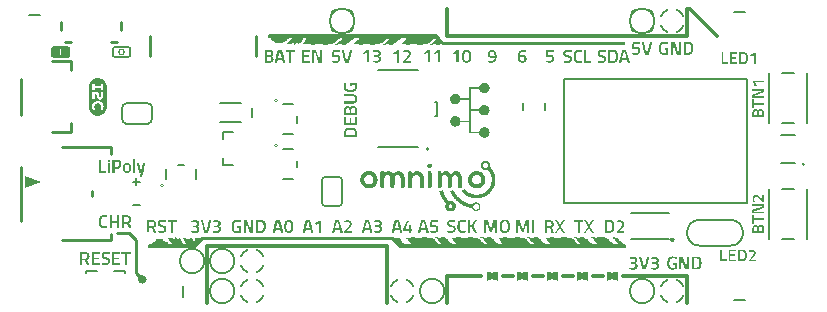
<source format=gto>
G04 Layer: TopSilkscreenLayer*
G04 EasyEDA Pro v2.2.34.8, 2025-03-03 01:04:46*
G04 Gerber Generator version 0.3*
G04 Scale: 100 percent, Rotated: No, Reflected: No*
G04 Dimensions in millimeters*
G04 Leading zeros omitted, absolute positions, 4 integers and 5 decimals*
%FSLAX45Y45*%
%MOMM*%
%ADD10C,0.15*%
%ADD11C,0.2*%
%ADD12C,0.3*%
%ADD13C,0.254*%
%ADD14C,0.1*%
%ADD15C,0.127*%
%ADD16C,0.2032*%
%ADD17C,0.1999*%
%ADD18C,0.0123*%
%ADD19C,0.0127*%
%ADD20C,0.29972*%
G75*


G04 Image Start*
G36*
G01X3973529Y1229434D02*
G01X3971354Y1228985D01*
G01X3968213Y1227993D01*
G01X3965072Y1227000D01*
G01X3961377Y1225091D01*
G01X3957683Y1223180D01*
G01X3953807Y1219582D01*
G01X3949932Y1215982D01*
G01X3947808Y1212724D01*
G01X3945684Y1209466D01*
G01X3944899Y1207767D01*
G01X3944112Y1206069D01*
G01X3943552Y1204626D01*
G01X3942990Y1203184D01*
G01X3942228Y1200527D01*
G01X3941465Y1197870D01*
G01X3941442Y1190863D01*
G01X3941419Y1183858D01*
G01X3942574Y1180234D01*
G01X3943730Y1176610D01*
G01X3945162Y1173711D01*
G01X3946594Y1170812D01*
G01X3947938Y1168879D01*
G01X3949282Y1166947D01*
G01X3951861Y1164224D01*
G01X3954440Y1161501D01*
G01X3956820Y1159718D01*
G01X3959202Y1157934D01*
G01X3962379Y1156336D01*
G01X3965556Y1154737D01*
G01X3969179Y1153615D01*
G01X3972804Y1152492D01*
G01X3980053Y1152484D01*
G01X3987303Y1152476D01*
G01X3990926Y1153632D01*
G01X3994551Y1154786D01*
G01X3996468Y1155737D01*
G01X3998386Y1156686D01*
G01X4000019Y1154811D01*
G01X4001652Y1152935D01*
G01X4004547Y1149352D01*
G01X4007441Y1145768D01*
G01X4010225Y1141621D01*
G01X4013009Y1137474D01*
G01X4014911Y1134333D01*
G01X4016813Y1131193D01*
G01X4019542Y1125620D01*
G01X4022271Y1120048D01*
G01X4023313Y1117407D01*
G01X4024356Y1114765D01*
G01X4025931Y1109933D01*
G01X4027507Y1105102D01*
G01X4028033Y1103169D01*
G01X4028561Y1101237D01*
G01X4029074Y1098941D01*
G01X4029589Y1096646D01*
G01X4030035Y1094593D01*
G01X4030481Y1092540D01*
G01X4030994Y1089157D01*
G01X4031507Y1085774D01*
G01X4031998Y1081103D01*
G01X4032488Y1076431D01*
G01X4032488Y1069781D01*
G01X4032488Y1063132D01*
G01X4031992Y1058750D01*
G01X4031497Y1054369D01*
G01X4030991Y1050987D01*
G01X4030484Y1047605D01*
G01X4029808Y1044223D01*
G01X4029133Y1040840D01*
G01X4028174Y1037217D01*
G01X4027216Y1033593D01*
G01X4026279Y1030695D01*
G01X4025343Y1027795D01*
G01X4024521Y1025621D01*
G01X4023700Y1023447D01*
G01X4023311Y1022480D01*
G01X4022921Y1021513D01*
G01X4022079Y1019581D01*
G01X4021237Y1017648D01*
G01X4019513Y1014025D01*
G01X4017789Y1010401D01*
G01X4015518Y1006454D01*
G01X4013247Y1002508D01*
G01X4011183Y999449D01*
G01X4009120Y996390D01*
G01X4006204Y992524D01*
G01X4003290Y988659D01*
G01X4001364Y986484D01*
G01X3999439Y984310D01*
G01X3994329Y979236D01*
G01X3989221Y974164D01*
G01X3985594Y971203D01*
G01X3981967Y968243D01*
G01X3976177Y964389D01*
G01X3970387Y960535D01*
G01X3966038Y958155D01*
G01X3961689Y955776D01*
G01X3959997Y954995D01*
G01X3958306Y954214D01*
G01X3956093Y953222D01*
G01X3953878Y952231D01*
G01X3951260Y951196D01*
G01X3948640Y950162D01*
G01X3945017Y948997D01*
G01X3941392Y947831D01*
G01X3939942Y947403D01*
G01X3938493Y946976D01*
G01X3936076Y946404D01*
G01X3933660Y945831D01*
G01X3931726Y945414D01*
G01X3929793Y944997D01*
G01X3926893Y944511D01*
G01X3923994Y944025D01*
G01X3920369Y943439D01*
G01X3916745Y942854D01*
G01X3905388Y942843D01*
G01X3894031Y942832D01*
G01X3889924Y943430D01*
G01X3885815Y944027D01*
G01X3883157Y944501D01*
G01X3880499Y944976D01*
G01X3876150Y945964D01*
G01X3871801Y946950D01*
G01X3870351Y947391D01*
G01X3868901Y947831D01*
G01X3865276Y948995D01*
G01X3861653Y950160D01*
G01X3857842Y951674D01*
G01X3854032Y953187D01*
G01X3849384Y955433D01*
G01X3844737Y957677D01*
G01X3839977Y960488D01*
G01X3835217Y963297D01*
G01X3831037Y966291D01*
G01X3826857Y969283D01*
G01X3822749Y972747D01*
G01X3818641Y976210D01*
G01X3813322Y981709D01*
G01X3808003Y987210D01*
G01X3804704Y991436D01*
G01X3801405Y995664D01*
G01X3801249Y995664D01*
G01X3801094Y995664D01*
G01X3799654Y993128D01*
G01X3798215Y990591D01*
G01X3796199Y988073D01*
G01X3794185Y985556D01*
G01X3790948Y983122D01*
G01X3787712Y980688D01*
G01X3784813Y979299D01*
G01X3781913Y977910D01*
G01X3780107Y977331D01*
G01X3778302Y976751D01*
G01X3778090Y976408D01*
G01X3777878Y976066D01*
G01X3782601Y970283D01*
G01X3787324Y964500D01*
G01X3792377Y959427D01*
G01X3797429Y954354D01*
G01X3801028Y951143D01*
G01X3804626Y947931D01*
G01X3811034Y943140D01*
G01X3817442Y938349D01*
G01X3823599Y934678D01*
G01X3829757Y931007D01*
G01X3835072Y928401D01*
G01X3840388Y925796D01*
G01X3842563Y924936D01*
G01X3844737Y924077D01*
G01X3846188Y923444D01*
G01X3847638Y922812D01*
G01X3849805Y921993D01*
G01X3851972Y921174D01*
G01X3855362Y920080D01*
G01X3858752Y918987D01*
G01X3860927Y918376D01*
G01X3863102Y917763D01*
G01X3864310Y917382D01*
G01X3865519Y917000D01*
G01X3867693Y916506D01*
G01X3869868Y916010D01*
G01X3872043Y915531D01*
G01X3874217Y915053D01*
G01X3876876Y914566D01*
G01X3879534Y914080D01*
G01X3883400Y913562D01*
G01X3887266Y913044D01*
G01X3891939Y912561D01*
G01X3896613Y912077D01*
G01X3904987Y912075D01*
G01X3913362Y912071D01*
G01X3918436Y912581D01*
G01X3923511Y913091D01*
G01X3926893Y913581D01*
G01X3930276Y914070D01*
G01X3935351Y915012D01*
G01X3940425Y915953D01*
G01X3942237Y916430D01*
G01X3944050Y916909D01*
G01X3945862Y917388D01*
G01X3947675Y917867D01*
G01X3951057Y918889D01*
G01X3954440Y919910D01*
G01X3957581Y921019D01*
G01X3960723Y922126D01*
G01X3964589Y923666D01*
G01X3968455Y925206D01*
G01X3973771Y927772D01*
G01X3979087Y930337D01*
G01X3983375Y932817D01*
G01X3987664Y935295D01*
G01X3992800Y938722D01*
G01X3997934Y942150D01*
G01X4002967Y946077D01*
G01X4008000Y950006D01*
G01X4014179Y955955D01*
G01X4020358Y961904D01*
G01X4024410Y966584D01*
G01X4028460Y971264D01*
G01X4030869Y974406D01*
G01X4033277Y977546D01*
G01X4036186Y981895D01*
G01X4039094Y986243D01*
G01X4041633Y990557D01*
G01X4044172Y994872D01*
G01X4047232Y1001188D01*
G01X4050293Y1007502D01*
G01X4051829Y1011368D01*
G01X4053366Y1015233D01*
G01X4054819Y1019581D01*
G01X4056273Y1023929D01*
G01X4056670Y1025379D01*
G01X4057068Y1026829D01*
G01X4058072Y1030695D01*
G01X4059077Y1034560D01*
G01X4059799Y1038183D01*
G01X4060521Y1041807D01*
G01X4060979Y1044464D01*
G01X4061436Y1047121D01*
G01X4062059Y1051712D01*
G01X4062683Y1056302D01*
G01X4062683Y1069830D01*
G01X4062683Y1083360D01*
G01X4062059Y1087949D01*
G01X4061436Y1092540D01*
G01X4060979Y1095197D01*
G01X4060521Y1097854D01*
G01X4059799Y1101478D01*
G01X4059077Y1105102D01*
G01X4058072Y1108967D01*
G01X4057068Y1112833D01*
G01X4056670Y1114282D01*
G01X4056273Y1115731D01*
G01X4054821Y1120080D01*
G01X4053369Y1124429D01*
G01X4051533Y1129018D01*
G01X4049697Y1133609D01*
G01X4047115Y1138856D01*
G01X4044533Y1144104D01*
G01X4042284Y1148037D01*
G01X4040035Y1151969D01*
G01X4036306Y1157565D01*
G01X4032577Y1163162D01*
G01X4028651Y1168088D01*
G01X4024724Y1173016D01*
G01X4021305Y1176615D01*
G01X4017887Y1180213D01*
G01X4018190Y1182277D01*
G01X4018495Y1184340D01*
G01X4018773Y1189414D01*
G01X4019050Y1194487D01*
G01X4018254Y1198333D01*
G01X4017456Y1202178D01*
G01X4016201Y1205315D01*
G01X4014947Y1208451D01*
G01X4013243Y1211374D01*
G01X4011540Y1214297D01*
G01X4007153Y1218652D01*
G01X4002767Y1223007D01*
G01X3998901Y1224997D01*
G01X3995035Y1226986D01*
G01X3992135Y1227941D01*
G01X3989235Y1228896D01*
G01X3986306Y1229449D01*
G01X3983378Y1230000D01*
G01X3979541Y1229942D01*
G01X3975704Y1229884D01*
G01X3973529Y1229434D01*
G37*
%LPC*%
G36*
G01X3987647Y1211458D02*
G01X3990409Y1210432D01*
G01X3992964Y1208574D01*
G01X3995518Y1206716D01*
G01X3997040Y1204709D01*
G01X3998561Y1202702D01*
G01X3999466Y1201010D01*
G01X4000371Y1199319D01*
G01X4000921Y1197628D01*
G01X4001473Y1195936D01*
G01X4001781Y1193243D01*
G01X4002090Y1190550D01*
G01X4001605Y1187537D01*
G01X4001120Y1184525D01*
G01X3999910Y1181881D01*
G01X3998698Y1179237D01*
G01X3996889Y1177029D01*
G01X3995080Y1174822D01*
G01X3992363Y1172977D01*
G01X3989646Y1171132D01*
G01X3986582Y1170127D01*
G01X3983519Y1169121D01*
G01X3980053Y1169121D01*
G01X3976588Y1169121D01*
G01X3973525Y1170127D01*
G01X3970461Y1171132D01*
G01X3967691Y1173012D01*
G01X3964923Y1174892D01*
G01X3963477Y1176647D01*
G01X3962030Y1178401D01*
G01X3960749Y1180754D01*
G01X3959469Y1183106D01*
G01X3958766Y1185801D01*
G01X3958065Y1188495D01*
G01X3958065Y1191290D01*
G01X3958065Y1194086D01*
G01X3959082Y1197186D01*
G01X3960099Y1200286D01*
G01X3960825Y1201690D01*
G01X3961551Y1203095D01*
G01X3963795Y1205494D01*
G01X3966038Y1207893D01*
G01X3967971Y1209200D01*
G01X3969905Y1210508D01*
G01X3972080Y1211377D01*
G01X3974254Y1212246D01*
G01X3976911Y1212559D01*
G01X3979570Y1212871D01*
G01X3982228Y1212677D01*
G01X3984886Y1212483D01*
G01X3987647Y1211458D01*
G37*
%LPD*%
G36*
G01X3706486Y984993D02*
G01X3705574Y983986D01*
G01X3703390Y982387D01*
G01X3701207Y980788D01*
G01X3698307Y979329D01*
G01X3695407Y977870D01*
G01X3692508Y976934D01*
G01X3689609Y975999D01*
G01X3684892Y975357D01*
G01X3680174Y974715D01*
G01X3680487Y973714D01*
G01X3680800Y972714D01*
G01X3682212Y969574D01*
G01X3683624Y966433D01*
G01X3686918Y959910D01*
G01X3690211Y953387D01*
G01X3692751Y949039D01*
G01X3695290Y944691D01*
G01X3696183Y943125D01*
G01X3697077Y941560D01*
G01X3702007Y934186D01*
G01X3706936Y926814D01*
G01X3709357Y923673D01*
G01X3711778Y920533D01*
G01X3714458Y917150D01*
G01X3717138Y913767D01*
G01X3722054Y908211D01*
G01X3726970Y902655D01*
G01X3733903Y895879D01*
G01X3740835Y889103D01*
G01X3743273Y886941D01*
G01X3745711Y884778D01*
G01X3747139Y883567D01*
G01X3748568Y882356D01*
G01X3752191Y879438D01*
G01X3755816Y876521D01*
G01X3760407Y873127D01*
G01X3764998Y869732D01*
G01X3768623Y867297D01*
G01X3772247Y864862D01*
G01X3775631Y862780D01*
G01X3779013Y860697D01*
G01X3784571Y857498D01*
G01X3790128Y854299D01*
G01X3798187Y850332D01*
G01X3806245Y846366D01*
G01X3806528Y846366D01*
G01X3806812Y846366D01*
G01X3809102Y845344D01*
G01X3811393Y844321D01*
G01X3813000Y843613D01*
G01X3814607Y842904D01*
G01X3818557Y841465D01*
G01X3822507Y840025D01*
G01X3827340Y838421D01*
G01X3832173Y836816D01*
G01X3835314Y835861D01*
G01X3838456Y834905D01*
G01X3842563Y833839D01*
G01X3846671Y832772D01*
G01X3848362Y832341D01*
G01X3850054Y831912D01*
G01X3852712Y831362D01*
G01X3855370Y830811D01*
G01X3857302Y830400D01*
G01X3859236Y829988D01*
G01X3862618Y829424D01*
G01X3866002Y828860D01*
G01X3866532Y828718D01*
G01X3867062Y828576D01*
G01X3868154Y826257D01*
G01X3869244Y823937D01*
G01X3870923Y821311D01*
G01X3872603Y818687D01*
G01X3875102Y816039D01*
G01X3877600Y813392D01*
G01X3880258Y811586D01*
G01X3882916Y809782D01*
G01X3884849Y808803D01*
G01X3886782Y807826D01*
G01X3889198Y806988D01*
G01X3891615Y806150D01*
G01X3895240Y805492D01*
G01X3898864Y804833D01*
G01X3901038Y804833D01*
G01X3903213Y804833D01*
G01X3906838Y805492D01*
G01X3910463Y806150D01*
G01X3912879Y806988D01*
G01X3915295Y807826D01*
G01X3917228Y808803D01*
G01X3919161Y809782D01*
G01X3921880Y811623D01*
G01X3924599Y813466D01*
G01X3927693Y816855D01*
G01X3930787Y820243D01*
G01X3932792Y824245D01*
G01X3934799Y828248D01*
G01X3935120Y829214D01*
G01X3935441Y830180D01*
G01X3936121Y832740D01*
G01X3936800Y835300D01*
G01X3936800Y841052D01*
G01X3936800Y846802D01*
G01X3936132Y849362D01*
G01X3935462Y851922D01*
G01X3934219Y854974D01*
G01X3932977Y858025D01*
G01X3930965Y861013D01*
G01X3928952Y864002D01*
G01X3927198Y865844D01*
G01X3925443Y867685D01*
G01X3923027Y869529D01*
G01X3920612Y871372D01*
G01X3917711Y872855D01*
G01X3914812Y874337D01*
G01X3911912Y875286D01*
G01X3909013Y876235D01*
G01X3905026Y876789D01*
G01X3901038Y877341D01*
G01X3897052Y876789D01*
G01X3893065Y876235D01*
G01X3890165Y875254D01*
G01X3887266Y874274D01*
G01X3884198Y872766D01*
G01X3881131Y871258D01*
G01X3877998Y868675D01*
G01X3874866Y866092D01*
G01X3872392Y862703D01*
G01X3869918Y859312D01*
G01X3867476Y859614D01*
G01X3865035Y859915D01*
G01X3862861Y860397D01*
G01X3860686Y860879D01*
G01X3854403Y862357D01*
G01X3848121Y863836D01*
G01X3846671Y864283D01*
G01X3845221Y864729D01*
G01X3838697Y866852D01*
G01X3832173Y868974D01*
G01X3829998Y869794D01*
G01X3827823Y870614D01*
G01X3826857Y871004D01*
G01X3825890Y871394D01*
G01X3823600Y872409D01*
G01X3821310Y873424D01*
G01X3821075Y873424D01*
G01X3820840Y873424D01*
G01X3817566Y874905D01*
G01X3814292Y876385D01*
G01X3809106Y878992D01*
G01X3803922Y881598D01*
G01X3801169Y883129D01*
G01X3798417Y884659D01*
G01X3794086Y887285D01*
G01X3789757Y889909D01*
G01X3786077Y892378D01*
G01X3782396Y894845D01*
G01X3776596Y899199D01*
G01X3770798Y903551D01*
G01X3767907Y906002D01*
G01X3765016Y908453D01*
G01X3762591Y910596D01*
G01X3760166Y912740D01*
G01X3753147Y919788D01*
G01X3746129Y926836D01*
G01X3741507Y932381D01*
G01X3736885Y937926D01*
G01X3734442Y941106D01*
G01X3732000Y944286D01*
G01X3727669Y950769D01*
G01X3723340Y957253D01*
G01X3721259Y960635D01*
G01X3719179Y964018D01*
G01X3713938Y974349D01*
G01X3708697Y984681D01*
G01X3708697Y985341D01*
G01X3708697Y986002D01*
G01X3708047Y986002D01*
G01X3707397Y986002D01*
G01X3706486Y984993D01*
G37*
%LPC*%
G36*
G01X3907508Y864967D02*
G01X3909870Y864250D01*
G01X3912582Y862945D01*
G01X3915295Y861639D01*
G01X3918436Y858450D01*
G01X3921577Y855260D01*
G01X3922859Y852626D01*
G01X3924139Y849990D01*
G01X3924649Y848541D01*
G01X3925160Y847091D01*
G01X3925675Y844192D01*
G01X3926191Y841293D01*
G01X3925641Y837669D01*
G01X3925093Y834045D01*
G01X3923255Y830171D01*
G01X3921417Y826297D01*
G01X3918598Y823615D01*
G01X3915779Y820932D01*
G01X3913409Y819548D01*
G01X3911038Y818164D01*
G01X3908381Y817288D01*
G01X3905722Y816411D01*
G01X3901038Y816411D01*
G01X3896356Y816411D01*
G01X3893697Y817288D01*
G01X3891038Y818164D01*
G01X3888669Y819548D01*
G01X3886299Y820932D01*
G01X3883576Y823523D01*
G01X3880853Y826114D01*
G01X3879086Y829597D01*
G01X3877318Y833080D01*
G01X3876634Y836945D01*
G01X3875949Y840810D01*
G01X3876446Y843950D01*
G01X3876942Y847091D01*
G01X3877441Y848541D01*
G01X3877939Y849990D01*
G01X3879219Y852626D01*
G01X3880499Y855260D01*
G01X3883641Y858450D01*
G01X3886782Y861639D01*
G01X3889623Y863007D01*
G01X3892464Y864376D01*
G01X3894698Y864991D01*
G01X3896931Y865607D01*
G01X3901038Y865645D01*
G01X3905147Y865682D01*
G01X3907508Y864967D01*
G37*
%LPD*%
G36*
G01X3099369Y1140375D02*
G01X3096303Y1139766D01*
G01X3094341Y1138378D01*
G01X3092379Y1136990D01*
G01X3091466Y1135760D01*
G01X3090554Y1134530D01*
G01X3089867Y1131654D01*
G01X3089180Y1128777D01*
G01X3089164Y1070230D01*
G01X3089146Y1011683D01*
G01X3089690Y1009109D01*
G01X3090234Y1006536D01*
G01X3090865Y1005087D01*
G01X3091495Y1003636D01*
G01X3092896Y1002296D01*
G01X3094297Y1000956D01*
G01X3096910Y1000001D01*
G01X3099522Y999047D01*
G01X3106054Y999054D01*
G01X3112584Y999061D01*
G01X3114522Y999658D01*
G01X3116461Y1000255D01*
G01X3118280Y1001389D01*
G01X3120098Y1002522D01*
G01X3120921Y1004046D01*
G01X3121743Y1005569D01*
G01X3122352Y1007502D01*
G01X3122960Y1009435D01*
G01X3122967Y1040701D01*
G01X3122975Y1071967D01*
G01X3123474Y1076939D01*
G01X3123973Y1081909D01*
G01X3124500Y1084084D01*
G01X3125027Y1086258D01*
G01X3125724Y1088422D01*
G01X3126421Y1090587D01*
G01X3128139Y1093853D01*
G01X3129856Y1097121D01*
G01X3132577Y1099945D01*
G01X3135298Y1102768D01*
G01X3137574Y1104091D01*
G01X3139851Y1105412D01*
G01X3142407Y1106401D01*
G01X3144963Y1107390D01*
G01X3151004Y1107419D01*
G01X3157046Y1107448D01*
G01X3159777Y1106379D01*
G01X3162509Y1105309D01*
G01X3164685Y1103647D01*
G01X3166861Y1101986D01*
G01X3169050Y1098694D01*
G01X3171240Y1095401D01*
G01X3172512Y1091610D01*
G01X3173786Y1087819D01*
G01X3174468Y1083657D01*
G01X3175151Y1079494D01*
G01X3175160Y1046397D01*
G01X3175169Y1013300D01*
G01X3175836Y1009918D01*
G01X3176502Y1006536D01*
G01X3176992Y1005310D01*
G01X3177483Y1004083D01*
G01X3179400Y1002350D01*
G01X3181318Y1000617D01*
G01X3183790Y999797D01*
G01X3186261Y998977D01*
G01X3192675Y998938D01*
G01X3199089Y998898D01*
G01X3201506Y999972D01*
G01X3203922Y1001044D01*
G01X3205056Y1002100D01*
G01X3206189Y1003154D01*
G01X3206971Y1004603D01*
G01X3207753Y1006052D01*
G01X3208452Y1007744D01*
G01X3209153Y1009435D01*
G01X3209484Y1045431D01*
G01X3209815Y1081426D01*
G01X3210850Y1085212D01*
G01X3211886Y1088999D01*
G01X3213421Y1092218D01*
G01X3214955Y1095438D01*
G01X3216841Y1097942D01*
G01X3218728Y1100445D01*
G01X3221232Y1102362D01*
G01X3223737Y1104280D01*
G01X3225911Y1105253D01*
G01X3228086Y1106225D01*
G01X3230019Y1106851D01*
G01X3231952Y1107477D01*
G01X3237752Y1107480D01*
G01X3243550Y1107483D01*
G01X3246934Y1105848D01*
G01X3250316Y1104212D01*
G01X3252815Y1101613D01*
G01X3255314Y1099013D01*
G01X3256749Y1096017D01*
G01X3258186Y1093022D01*
G01X3258999Y1090606D01*
G01X3259812Y1088190D01*
G01X3260332Y1086017D01*
G01X3260854Y1083842D01*
G01X3261206Y1047605D01*
G01X3261560Y1011368D01*
G01X3262081Y1008761D01*
G01X3262604Y1006155D01*
G01X3263835Y1004295D01*
G01X3265066Y1002435D01*
G01X3266873Y1001318D01*
G01X3268681Y1000201D01*
G01X3270669Y999624D01*
G01X3272658Y999047D01*
G01X3278988Y999047D01*
G01X3285317Y999047D01*
G01X3287892Y1000010D01*
G01X3290467Y1000973D01*
G01X3292185Y1002788D01*
G01X3293901Y1004603D01*
G01X3294430Y1006052D01*
G01X3294957Y1007502D01*
G01X3295471Y1010063D01*
G01X3295985Y1012623D01*
G01X3295985Y1045437D01*
G01X3295985Y1078251D01*
G01X3295493Y1083221D01*
G01X3295000Y1088190D01*
G01X3294496Y1091332D01*
G01X3293994Y1094472D01*
G01X3293489Y1096888D01*
G01X3292984Y1099304D01*
G01X3291855Y1103293D01*
G01X3290725Y1107284D01*
G01X3288929Y1111508D01*
G01X3287133Y1115731D01*
G01X3286347Y1116939D01*
G01X3285560Y1118147D01*
G01X3284915Y1119434D01*
G01X3284269Y1120720D01*
G01X3280994Y1124789D01*
G01X3277719Y1128858D01*
G01X3274649Y1131278D01*
G01X3271580Y1133698D01*
G01X3268546Y1135458D01*
G01X3265514Y1137217D01*
G01X3261925Y1138421D01*
G01X3258338Y1139626D01*
G01X3254810Y1140361D01*
G01X3251283Y1141097D01*
G01X3244759Y1141097D01*
G01X3238235Y1141098D01*
G01X3235093Y1140425D01*
G01X3231952Y1139752D01*
G01X3229535Y1138929D01*
G01X3227119Y1138106D01*
G01X3224279Y1136679D01*
G01X3221437Y1135250D01*
G01X3218720Y1133391D01*
G01X3216005Y1131532D01*
G01X3213337Y1128947D01*
G01X3210668Y1126361D01*
G01X3208894Y1124358D01*
G01X3207119Y1122356D01*
G01X3204173Y1118439D01*
G01X3201227Y1114523D01*
G01X3200817Y1114523D01*
G01X3200408Y1114523D01*
G01X3199662Y1116094D01*
G01X3198914Y1117664D01*
G01X3196537Y1121046D01*
G01X3194159Y1124429D01*
G01X3191067Y1127604D01*
G01X3187975Y1130780D01*
G01X3185123Y1132866D01*
G01X3182272Y1134953D01*
G01X3179082Y1136531D01*
G01X3175892Y1138110D01*
G01X3173603Y1138871D01*
G01X3171313Y1139633D01*
G01X3167804Y1140365D01*
G01X3164294Y1141097D01*
G01X3158623Y1141097D01*
G01X3152951Y1141098D01*
G01X3150649Y1140541D01*
G01X3148346Y1139984D01*
G01X3145447Y1139041D01*
G01X3142547Y1138098D01*
G01X3138923Y1136143D01*
G01X3135298Y1134189D01*
G01X3132595Y1132117D01*
G01X3129892Y1130045D01*
G01X3127251Y1127478D01*
G01X3124612Y1124911D01*
G01X3123039Y1123049D01*
G01X3121465Y1121186D01*
G01X3121186Y1121466D01*
G01X3120907Y1121744D01*
G01X3121682Y1124536D01*
G01X3122457Y1127327D01*
G01X3122080Y1129985D01*
G01X3121704Y1132642D01*
G01X3120831Y1134459D01*
G01X3119959Y1136277D01*
G01X3118545Y1137467D01*
G01X3117129Y1138658D01*
G01X3115582Y1139358D01*
G01X3114034Y1140058D01*
G01X3111473Y1140578D01*
G01X3108913Y1141098D01*
G01X3105674Y1141040D01*
G01X3102436Y1140982D01*
G01X3099369Y1140375D01*
G37*
G36*
G01X3585222Y1140397D02*
G01X3582322Y1139789D01*
G01X3581087Y1139284D01*
G01X3579851Y1138777D01*
G01X3578298Y1137470D01*
G01X3576743Y1136161D01*
G01X3576187Y1135127D01*
G01X3575631Y1134091D01*
G01X3575006Y1131193D01*
G01X3574383Y1128294D01*
G01X3574383Y1070072D01*
G01X3574383Y1011851D01*
G01X3575022Y1008872D01*
G01X3575662Y1005893D01*
G01X3576602Y1004282D01*
G01X3577543Y1002672D01*
G01X3579449Y1001428D01*
G01X3581356Y1000184D01*
G01X3583345Y999616D01*
G01X3585334Y999047D01*
G01X3591244Y999047D01*
G01X3597156Y999047D01*
G01X3599888Y999837D01*
G01X3602620Y1000626D01*
G01X3604608Y1002615D01*
G01X3606597Y1004603D01*
G01X3607387Y1007334D01*
G01X3608177Y1010067D01*
G01X3608192Y1042606D01*
G01X3608208Y1075145D01*
G01X3608903Y1079736D01*
G01X3609597Y1084325D01*
G01X3610029Y1086017D01*
G01X3610461Y1087708D01*
G01X3611678Y1090670D01*
G01X3612895Y1093631D01*
G01X3614885Y1096561D01*
G01X3616875Y1099490D01*
G01X3619227Y1101516D01*
G01X3621580Y1103542D01*
G01X3623940Y1104837D01*
G01X3626300Y1106131D01*
G01X3628716Y1106825D01*
G01X3631133Y1107517D01*
G01X3636932Y1107448D01*
G01X3642731Y1107378D01*
G01X3644422Y1106703D01*
G01X3646114Y1106029D01*
G01X3648101Y1104985D01*
G01X3650089Y1103942D01*
G01X3652261Y1101525D01*
G01X3654434Y1099109D01*
G01X3655682Y1096549D01*
G01X3656929Y1093989D01*
G01X3657499Y1092540D01*
G01X3658068Y1091090D01*
G01X3658499Y1089398D01*
G01X3658930Y1087708D01*
G01X3659641Y1083842D01*
G01X3660353Y1079977D01*
G01X3660387Y1046639D01*
G01X3660421Y1013300D01*
G01X3661033Y1009918D01*
G01X3661644Y1006536D01*
G01X3662275Y1005328D01*
G01X3662905Y1004120D01*
G01X3664174Y1002758D01*
G01X3665445Y1001395D01*
G01X3666895Y1000734D01*
G01X3668344Y1000074D01*
G01X3670278Y999521D01*
G01X3672210Y998967D01*
G01X3678735Y999128D01*
G01X3685259Y999288D01*
G01X3686951Y1000134D01*
G01X3688642Y1000978D01*
G01X3689889Y1002066D01*
G01X3691138Y1003154D01*
G01X3691939Y1004391D01*
G01X3692741Y1005627D01*
G01X3693540Y1008015D01*
G01X3694340Y1010401D01*
G01X3694664Y1046397D01*
G01X3694990Y1082393D01*
G01X3695505Y1083842D01*
G01X3696019Y1085292D01*
G01X3696646Y1087466D01*
G01X3697273Y1089641D01*
G01X3698242Y1091814D01*
G01X3699210Y1093989D01*
G01X3701006Y1096646D01*
G01X3702801Y1099304D01*
G01X3704420Y1100804D01*
G01X3706039Y1102304D01*
G01X3708214Y1103755D01*
G01X3710389Y1105207D01*
G01X3713409Y1106273D01*
G01X3716429Y1107339D01*
G01X3720658Y1107604D01*
G01X3724887Y1107870D01*
G01X3727766Y1107329D01*
G01X3730647Y1106788D01*
G01X3733083Y1105534D01*
G01X3735518Y1104279D01*
G01X3737960Y1101770D01*
G01X3740401Y1099261D01*
G01X3741926Y1096142D01*
G01X3743450Y1093022D01*
G01X3744188Y1090733D01*
G01X3744928Y1088444D01*
G01X3745720Y1084935D01*
G01X3746512Y1081426D01*
G01X3746823Y1044705D01*
G01X3747135Y1007985D01*
G01X3748292Y1005636D01*
G01X3749449Y1003288D01*
G01X3751346Y1001914D01*
G01X3753242Y1000540D01*
G01X3755812Y999794D01*
G01X3758381Y999047D01*
G01X3764155Y999047D01*
G01X3769928Y999047D01*
G01X3771571Y999578D01*
G01X3773214Y1000108D01*
G01X3774664Y1000752D01*
G01X3776113Y1001395D01*
G01X3777383Y1002758D01*
G01X3778653Y1004120D01*
G01X3779284Y1005328D01*
G01X3779914Y1006536D01*
G01X3780526Y1009918D01*
G01X3781137Y1013300D01*
G01X3781156Y1044705D01*
G01X3781176Y1076112D01*
G01X3780479Y1083360D01*
G01X3779783Y1090606D01*
G01X3779308Y1093353D01*
G01X3778833Y1096100D01*
G01X3778035Y1099393D01*
G01X3777238Y1102686D01*
G01X3776273Y1105585D01*
G01X3775309Y1108484D01*
G01X3774572Y1110175D01*
G01X3773835Y1111866D01*
G01X3772576Y1114523D01*
G01X3771317Y1117181D01*
G01X3769156Y1120563D01*
G01X3766996Y1123945D01*
G01X3763854Y1127216D01*
G01X3760713Y1130487D01*
G01X3758265Y1132362D01*
G01X3755816Y1134239D01*
G01X3753572Y1135481D01*
G01X3751328Y1136723D01*
G01X3748739Y1137762D01*
G01X3746151Y1138802D01*
G01X3744459Y1139229D01*
G01X3742768Y1139656D01*
G01X3739143Y1140377D01*
G01X3735518Y1141097D01*
G01X3729720Y1141097D01*
G01X3723920Y1141097D01*
G01X3720411Y1140365D01*
G01X3716902Y1139633D01*
G01X3714612Y1138864D01*
G01X3712322Y1138097D01*
G01X3708594Y1136141D01*
G01X3704867Y1134188D01*
G01X3701404Y1131365D01*
G01X3697942Y1128544D01*
G01X3694825Y1125037D01*
G01X3691708Y1121529D01*
G01X3689467Y1118389D01*
G01X3687225Y1115248D01*
G01X3686725Y1114893D01*
G01X3686225Y1114538D01*
G01X3685984Y1114538D01*
G01X3685743Y1114538D01*
G01X3682852Y1118999D01*
G01X3679960Y1123462D01*
G01X3676327Y1127267D01*
G01X3672693Y1131073D01*
G01X3669794Y1133128D01*
G01X3666895Y1135184D01*
G01X3664385Y1136444D01*
G01X3661876Y1137703D01*
G01X3658344Y1138840D01*
G01X3654813Y1139978D01*
G01X3651885Y1140538D01*
G01X3648956Y1141098D01*
G01X3643668Y1141090D01*
G01X3638382Y1141083D01*
G01X3634516Y1140124D01*
G01X3630650Y1139164D01*
G01X3629683Y1138740D01*
G01X3628716Y1138317D01*
G01X3625343Y1136688D01*
G01X3621968Y1135058D01*
G01X3618335Y1132360D01*
G01X3614701Y1129664D01*
G01X3611480Y1126321D01*
G01X3608258Y1122978D01*
G01X3607018Y1121529D01*
G01X3605777Y1120080D01*
G01X3606079Y1121771D01*
G01X3606380Y1123462D01*
G01X3606795Y1124276D01*
G01X3607210Y1125089D01*
G01X3607210Y1128222D01*
G01X3607210Y1131354D01*
G01X3606285Y1133447D01*
G01X3605359Y1135541D01*
G01X3604231Y1136798D01*
G01X3603103Y1138055D01*
G01X3601412Y1138932D01*
G01X3599721Y1139809D01*
G01X3596820Y1140436D01*
G01X3593921Y1141064D01*
G01X3591021Y1141033D01*
G01X3588122Y1141003D01*
G01X3585222Y1140397D01*
G37*
G36*
G01X3616665Y981703D02*
G01X3616398Y981270D01*
G01X3614346Y980201D01*
G01X3612293Y979130D01*
G01X3609873Y978157D01*
G01X3607453Y977184D01*
G01X3605761Y976753D01*
G01X3604070Y976322D01*
G01X3598530Y975606D01*
G01X3592991Y974888D01*
G01X3590668Y974888D01*
G01X3588345Y974888D01*
G01X3588654Y973560D01*
G01X3588964Y972231D01*
G01X3591050Y965950D01*
G01X3593136Y959668D01*
G01X3594559Y955803D01*
G01X3595980Y951938D01*
G01X3598015Y946865D01*
G01X3600049Y941791D01*
G01X3600910Y939859D01*
G01X3601770Y937926D01*
G01X3603137Y934786D01*
G01X3604502Y931645D01*
G01X3609480Y921741D01*
G01X3614459Y911835D01*
G01X3615972Y909178D01*
G01X3617486Y906521D01*
G01X3620906Y900722D01*
G01X3624327Y894925D01*
G01X3629723Y886872D01*
G01X3635121Y878820D01*
G01X3637476Y875592D01*
G01X3639832Y872363D01*
G01X3642127Y869450D01*
G01X3644422Y866536D01*
G01X3644422Y865933D01*
G01X3644422Y865330D01*
G01X3643211Y862591D01*
G01X3641999Y859852D01*
G01X3640945Y856130D01*
G01X3639890Y852406D01*
G01X3639860Y844917D01*
G01X3639832Y837428D01*
G01X3640482Y835012D01*
G01X3641132Y832596D01*
G01X3641625Y831147D01*
G01X3642119Y829697D01*
G01X3642835Y828006D01*
G01X3643550Y826315D01*
G01X3644775Y823899D01*
G01X3646001Y821484D01*
G01X3647428Y819403D01*
G01X3648855Y817323D01*
G01X3651811Y814164D01*
G01X3654767Y811004D01*
G01X3657690Y808927D01*
G01X3660612Y806849D01*
G01X3662856Y805603D01*
G01X3665100Y804358D01*
G01X3667689Y803317D01*
G01X3670278Y802277D01*
G01X3671969Y801850D01*
G01X3673660Y801423D01*
G01X3677526Y800711D01*
G01X3681392Y800000D01*
G01X3684292Y800000D01*
G01X3687192Y800000D01*
G01X3691058Y800711D01*
G01X3694924Y801423D01*
G01X3696616Y801850D01*
G01X3698307Y802277D01*
G01X3700896Y803317D01*
G01X3703485Y804358D01*
G01X3705713Y805601D01*
G01X3707941Y806845D01*
G01X3710131Y808335D01*
G01X3712322Y809825D01*
G01X3715740Y813238D01*
G01X3719158Y816652D01*
G01X3721110Y819551D01*
G01X3723061Y822449D01*
G01X3724378Y825050D01*
G01X3725693Y827650D01*
G01X3726638Y830607D01*
G01X3727582Y833563D01*
G01X3728288Y836945D01*
G01X3728994Y840327D01*
G01X3728994Y844676D01*
G01X3728994Y849024D01*
G01X3728296Y852675D01*
G01X3727597Y856325D01*
G01X3726791Y858714D01*
G01X3725985Y861102D01*
G01X3724656Y864044D01*
G01X3723328Y866984D01*
G01X3721691Y869410D01*
G01X3720054Y871836D01*
G01X3717959Y874301D01*
G01X3715862Y876765D01*
G01X3712633Y879407D01*
G01X3709403Y882049D01*
G01X3706271Y883734D01*
G01X3703140Y885419D01*
G01X3699999Y886621D01*
G01X3696857Y887821D01*
G01X3694683Y888330D01*
G01X3692508Y888838D01*
G01X3688464Y889380D01*
G01X3684421Y889920D01*
G01X3680007Y889341D01*
G01X3675594Y888761D01*
G01X3672936Y888044D01*
G01X3670278Y887327D01*
G01X3668944Y887084D01*
G01X3667610Y886841D01*
G01X3666839Y887481D01*
G01X3666068Y888121D01*
G01X3664199Y890798D01*
G01X3662328Y893475D01*
G01X3660242Y896374D01*
G01X3658155Y899273D01*
G01X3655992Y902414D01*
G01X3653829Y905554D01*
G01X3650989Y910145D01*
G01X3648148Y914734D01*
G01X3646811Y916909D01*
G01X3645474Y919083D01*
G01X3642237Y924881D01*
G01X3639001Y930679D01*
G01X3635480Y937926D01*
G01X3631961Y945174D01*
G01X3630889Y947590D01*
G01X3629816Y950006D01*
G01X3628745Y952422D01*
G01X3627674Y954837D01*
G01X3626095Y958944D01*
G01X3624517Y963051D01*
G01X3624125Y964018D01*
G01X3623732Y964983D01*
G01X3622927Y967134D01*
G01X3622123Y969283D01*
G01X3620445Y974380D01*
G01X3618767Y979479D01*
G01X3618246Y980807D01*
G01X3617725Y982136D01*
G01X3617330Y982136D01*
G01X3616933Y982136D01*
G01X3616665Y981703D01*
G37*
%LPC*%
G36*
G01X3690179Y859820D02*
G01X3692961Y858780D01*
G01X3695412Y856318D01*
G01X3697861Y853856D01*
G01X3699000Y851440D01*
G01X3700141Y849024D01*
G01X3700150Y844906D01*
G01X3700159Y840787D01*
G01X3698838Y838141D01*
G01X3697515Y835495D01*
G01X3695978Y833893D01*
G01X3694441Y832291D01*
G01X3692749Y831235D01*
G01X3691058Y830180D01*
G01X3689366Y829584D01*
G01X3687675Y828987D01*
G01X3684244Y828980D01*
G01X3680812Y828972D01*
G01X3679169Y829532D01*
G01X3677526Y830092D01*
G01X3675352Y831506D01*
G01X3673177Y832920D01*
G01X3671535Y835073D01*
G01X3669893Y837225D01*
G01X3668998Y839938D01*
G01X3668103Y842651D01*
G01X3668103Y844919D01*
G01X3668103Y847189D01*
G01X3668627Y848830D01*
G01X3669151Y850473D01*
G01X3670175Y852570D01*
G01X3671199Y854667D01*
G01X3673542Y856774D01*
G01X3675885Y858880D01*
G01X3678397Y859845D01*
G01X3680910Y860811D01*
G01X3684153Y860836D01*
G01X3687398Y860861D01*
G01X3690179Y859820D01*
G37*
%LPD*%
G36*
G01X3894998Y1142299D02*
G01X3891132Y1141696D01*
G01X3888704Y1141189D01*
G01X3886275Y1140681D01*
G01X3882421Y1139393D01*
G01X3878567Y1138104D01*
G01X3875146Y1136530D01*
G01X3871725Y1134955D01*
G01X3868347Y1132983D01*
G01X3864968Y1131010D01*
G01X3861975Y1128760D01*
G01X3858982Y1126510D01*
G01X3855308Y1123069D01*
G01X3851634Y1119626D01*
G01X3848875Y1116229D01*
G01X3846116Y1112833D01*
G01X3844040Y1109755D01*
G01X3841966Y1106677D01*
G01X3839650Y1102024D01*
G01X3837333Y1097371D01*
G01X3835895Y1093022D01*
G01X3834458Y1088674D01*
G01X3833958Y1086500D01*
G01X3833458Y1084325D01*
G01X3832860Y1081426D01*
G01X3832264Y1078528D01*
G01X3832269Y1069589D01*
G01X3832276Y1060650D01*
G01X3832867Y1057752D01*
G01X3833458Y1054852D01*
G01X3833963Y1052678D01*
G01X3834467Y1050504D01*
G01X3835086Y1048571D01*
G01X3835704Y1046639D01*
G01X3837048Y1043256D01*
G01X3838391Y1039875D01*
G01X3839315Y1038183D01*
G01X3840240Y1036492D01*
G01X3841740Y1033835D01*
G01X3843238Y1031177D01*
G01X3845867Y1027553D01*
G01X3848496Y1023929D01*
G01X3853905Y1018592D01*
G01X3859314Y1013254D01*
G01X3864833Y1009614D01*
G01X3870351Y1005973D01*
G01X3874459Y1004010D01*
G01X3878567Y1002046D01*
G01X3882916Y1000605D01*
G01X3887266Y999165D01*
G01X3889440Y998661D01*
G01X3891615Y998157D01*
G01X3894514Y997573D01*
G01X3897415Y996989D01*
G01X3905630Y996989D01*
G01X3913845Y996989D01*
G01X3916745Y997573D01*
G01X3919645Y998157D01*
G01X3921820Y998657D01*
G01X3923994Y999158D01*
G01X3925686Y999654D01*
G01X3927377Y1000150D01*
G01X3931243Y1001626D01*
G01X3935109Y1003102D01*
G01X3938734Y1005006D01*
G01X3942359Y1006911D01*
G01X3946059Y1009381D01*
G01X3949760Y1011851D01*
G01X3953641Y1015167D01*
G01X3957523Y1018484D01*
G01X3960626Y1022173D01*
G01X3963731Y1025863D01*
G01X3966160Y1029489D01*
G01X3968588Y1033116D01*
G01X3970291Y1036495D01*
G01X3971996Y1039875D01*
G01X3972723Y1041565D01*
G01X3973450Y1043256D01*
G01X3974401Y1046156D01*
G01X3975353Y1049055D01*
G01X3975866Y1051229D01*
G01X3976379Y1053403D01*
G01X3976858Y1055819D01*
G01X3977336Y1058235D01*
G01X3977892Y1063686D01*
G01X3978447Y1069137D01*
G01X3977902Y1075282D01*
G01X3977357Y1081426D01*
G01X3976868Y1083842D01*
G01X3976379Y1086258D01*
G01X3975862Y1088433D01*
G01X3975345Y1090606D01*
G01X3973893Y1094956D01*
G01X3972441Y1099304D01*
G01X3970094Y1103795D01*
G01X3967746Y1108287D01*
G01X3966200Y1110560D01*
G01X3964654Y1112833D01*
G01X3961862Y1116273D01*
G01X3959070Y1119715D01*
G01X3954888Y1123626D01*
G01X3950706Y1127538D01*
G01X3946396Y1130489D01*
G01X3942087Y1133440D01*
G01X3937148Y1135789D01*
G01X3932210Y1138137D01*
G01X3927618Y1139568D01*
G01X3923027Y1140999D01*
G01X3920369Y1141510D01*
G01X3917711Y1142020D01*
G01X3914235Y1142524D01*
G01X3910760Y1143030D01*
G01X3904812Y1142967D01*
G01X3898864Y1142903D01*
G01X3894998Y1142299D01*
G37*
%LPC*%
G36*
G01X3913005Y1108476D02*
G01X3916514Y1107744D01*
G01X3918805Y1106970D01*
G01X3921094Y1106195D01*
G01X3923994Y1104736D01*
G01X3926893Y1103277D01*
G01X3929707Y1101114D01*
G01X3932520Y1098952D01*
G01X3935115Y1095807D01*
G01X3937709Y1092663D01*
G01X3939472Y1089309D01*
G01X3941236Y1085955D01*
G01X3941705Y1084416D01*
G01X3942176Y1082876D01*
G01X3942931Y1080218D01*
G01X3943687Y1077561D01*
G01X3943709Y1070556D01*
G01X3943731Y1063549D01*
G01X3943158Y1061375D01*
G01X3942585Y1059201D01*
G01X3942009Y1057268D01*
G01X3941435Y1055336D01*
G01X3939620Y1051707D01*
G01X3937804Y1048080D01*
G01X3935163Y1044877D01*
G01X3932520Y1041674D01*
G01X3929849Y1039499D01*
G01X3927178Y1037324D01*
G01X3924056Y1035579D01*
G01X3920934Y1033832D01*
G01X3916423Y1032335D01*
G01X3911912Y1030838D01*
G01X3905388Y1030830D01*
G01X3898864Y1030823D01*
G01X3896206Y1031552D01*
G01X3893549Y1032280D01*
G01X3890243Y1033610D01*
G01X3886937Y1034939D01*
G01X3883477Y1037213D01*
G01X3880016Y1039487D01*
G01X3877338Y1042339D01*
G01X3874660Y1045189D01*
G01X3873396Y1046880D01*
G01X3872133Y1048571D01*
G01X3870685Y1051470D01*
G01X3869235Y1054369D01*
G01X3868419Y1056785D01*
G01X3867603Y1059201D01*
G01X3866932Y1063549D01*
G01X3866260Y1067898D01*
G01X3866260Y1070313D01*
G01X3866262Y1072729D01*
G01X3866949Y1076615D01*
G01X3867637Y1080501D01*
G01X3868422Y1082896D01*
G01X3869209Y1085292D01*
G01X3870193Y1087466D01*
G01X3871176Y1089641D01*
G01X3873118Y1092540D01*
G01X3875058Y1095438D01*
G01X3876812Y1097297D01*
G01X3878567Y1099155D01*
G01X3881307Y1101282D01*
G01X3884046Y1103407D01*
G01X3887831Y1105291D01*
G01X3891615Y1107175D01*
G01X3894273Y1107778D01*
G01X3896931Y1108382D01*
G01X3898380Y1108752D01*
G01X3899830Y1109121D01*
G01X3904663Y1109164D01*
G01X3909496Y1109208D01*
G01X3913005Y1108476D01*
G37*
%LPD*%
G36*
G01X2983552Y1142477D02*
G01X2980652Y1142048D01*
G01X2978235Y1141553D01*
G01X2975819Y1141057D01*
G01X2973886Y1140529D01*
G01X2971952Y1140001D01*
G01X2969053Y1139045D01*
G01X2966154Y1138087D01*
G01X2962046Y1136116D01*
G01X2957939Y1134146D01*
G01X2954073Y1131668D01*
G01X2950206Y1129191D01*
G01X2947306Y1126875D01*
G01X2944407Y1124560D01*
G01X2940606Y1120649D01*
G01X2936805Y1116738D01*
G01X2934200Y1113216D01*
G01X2931594Y1109693D01*
G01X2929215Y1105546D01*
G01X2926837Y1101397D01*
G01X2925048Y1096968D01*
G01X2923258Y1092540D01*
G01X2922837Y1090969D01*
G01X2922418Y1089398D01*
G01X2921930Y1087586D01*
G01X2921442Y1085774D01*
G01X2920731Y1081909D01*
G01X2920019Y1078044D01*
G01X2920010Y1069505D01*
G01X2920002Y1060966D01*
G01X2920511Y1058392D01*
G01X2921020Y1055819D01*
G01X2921525Y1053403D01*
G01X2922031Y1050987D01*
G01X2923462Y1046736D01*
G01X2924895Y1042485D01*
G01X2926883Y1038522D01*
G01X2928871Y1034560D01*
G01X2931280Y1030936D01*
G01X2933689Y1027312D01*
G01X2935662Y1024896D01*
G01X2937635Y1022480D01*
G01X2939571Y1020379D01*
G01X2941507Y1018277D01*
G01X2945373Y1015018D01*
G01X2949240Y1011759D01*
G01X2952932Y1009288D01*
G01X2956626Y1006818D01*
G01X2959940Y1005142D01*
G01X2963254Y1003466D01*
G01X2965609Y1002425D01*
G01X2967963Y1001384D01*
G01X2970768Y1000489D01*
G01X2973574Y999593D01*
G01X2976629Y998870D01*
G01X2979686Y998148D01*
G01X2982290Y997567D01*
G01X2984895Y996985D01*
G01X2993163Y996983D01*
G01X3001432Y996979D01*
G01X3004332Y997551D01*
G01X3007232Y998122D01*
G01X3011339Y999144D01*
G01X3015447Y1000166D01*
G01X3020396Y1002207D01*
G01X3025343Y1004247D01*
G01X3028949Y1006309D01*
G01X3032554Y1008371D01*
G01X3036807Y1011522D01*
G01X3041060Y1014674D01*
G01X3045410Y1019087D01*
G01X3049759Y1023500D01*
G01X3052594Y1027471D01*
G01X3055430Y1031443D01*
G01X3058170Y1036867D01*
G01X3060911Y1042291D01*
G01X3061789Y1044948D01*
G01X3062666Y1047605D01*
G01X3063132Y1049296D01*
G01X3063597Y1050987D01*
G01X3064041Y1052920D01*
G01X3064484Y1054852D01*
G01X3065213Y1060409D01*
G01X3065942Y1065965D01*
G01X3065942Y1070072D01*
G01X3065941Y1074179D01*
G01X3065265Y1079252D01*
G01X3064589Y1084325D01*
G01X3064279Y1085774D01*
G01X3063968Y1087225D01*
G01X3063439Y1089157D01*
G01X3062910Y1091090D01*
G01X3062302Y1093022D01*
G01X3061693Y1094956D01*
G01X3060346Y1098337D01*
G01X3059000Y1101720D01*
G01X3057560Y1104377D01*
G01X3056122Y1107034D01*
G01X3053365Y1111141D01*
G01X3050608Y1115248D01*
G01X3047804Y1118389D01*
G01X3045001Y1121529D01*
G01X3041580Y1124611D01*
G01X3038161Y1127693D01*
G01X3033971Y1130517D01*
G01X3029781Y1133340D01*
G01X3026480Y1135002D01*
G01X3023179Y1136666D01*
G01X3021488Y1137379D01*
G01X3019797Y1138093D01*
G01X3017763Y1138859D01*
G01X3015729Y1139625D01*
G01X3011963Y1140615D01*
G01X3008199Y1141607D01*
G01X3003160Y1142318D01*
G01X2998123Y1143030D01*
G01X2992287Y1142968D01*
G01X2986451Y1142907D01*
G01X2983552Y1142477D01*
G37*
%LPC*%
G36*
G01X2999825Y1108689D02*
G01X3002399Y1108169D01*
G01X3005782Y1107135D01*
G01X3009164Y1106101D01*
G01X3011823Y1104690D01*
G01X3014481Y1103279D01*
G01X3016898Y1101440D01*
G01X3019313Y1099602D01*
G01X3021310Y1097520D01*
G01X3023307Y1095438D01*
G01X3025247Y1092540D01*
G01X3027186Y1089641D01*
G01X3028146Y1087466D01*
G01X3029106Y1085292D01*
G01X3029601Y1083842D01*
G01X3030094Y1082393D01*
G01X3030745Y1079977D01*
G01X3031395Y1077561D01*
G01X3031352Y1070072D01*
G01X3031309Y1062583D01*
G01X3030553Y1059925D01*
G01X3029796Y1057268D01*
G01X3029236Y1055826D01*
G01X3028675Y1054383D01*
G01X3027891Y1052685D01*
G01X3027106Y1050987D01*
G01X3025170Y1048088D01*
G01X3023233Y1045189D01*
G01X3020790Y1042588D01*
G01X3018347Y1039987D01*
G01X3015057Y1037668D01*
G01X3011766Y1035351D01*
G01X3008090Y1033820D01*
G01X3004414Y1032290D01*
G01X3001715Y1031562D01*
G01X2999017Y1030834D01*
G01X2992975Y1030827D01*
G01X2986934Y1030819D01*
G01X2984035Y1031545D01*
G01X2981136Y1032272D01*
G01X2978522Y1033318D01*
G01X2975910Y1034363D01*
G01X2972724Y1036230D01*
G01X2969537Y1038096D01*
G01X2966484Y1040867D01*
G01X2963430Y1043638D01*
G01X2961089Y1047107D01*
G01X2958747Y1050577D01*
G01X2957772Y1052715D01*
G01X2956796Y1054852D01*
G01X2955977Y1057268D01*
G01X2955157Y1059684D01*
G01X2954544Y1064757D01*
G01X2953932Y1069830D01*
G01X2954376Y1073937D01*
G01X2954822Y1078044D01*
G01X2955340Y1080218D01*
G01X2955856Y1082393D01*
G01X2956868Y1085050D01*
G01X2957880Y1087708D01*
G01X2959842Y1091017D01*
G01X2961805Y1094326D01*
G01X2964704Y1097344D01*
G01X2967603Y1100363D01*
G01X2970020Y1102069D01*
G01X2972436Y1103775D01*
G01X2974853Y1104985D01*
G01X2977269Y1106195D01*
G01X2979686Y1107035D01*
G01X2982101Y1107875D01*
G01X2984759Y1108479D01*
G01X2987418Y1109083D01*
G01X2992334Y1109145D01*
G01X2997251Y1109209D01*
G01X2999825Y1108689D01*
G37*
%LPD*%
G36*
G01X3335614Y1140408D02*
G01X3332956Y1139816D01*
G01X3331506Y1139050D01*
G01X3330055Y1138284D01*
G01X3328745Y1136906D01*
G01X3327436Y1135528D01*
G01X3326692Y1133420D01*
G01X3325948Y1131313D01*
G01X3325948Y1070501D01*
G01X3325948Y1009690D01*
G01X3326550Y1007444D01*
G01X3327150Y1005196D01*
G01X3328981Y1003116D01*
G01X3330812Y1001037D01*
G01X3333472Y1000042D01*
G01X3336132Y999047D01*
G01X3342634Y999047D01*
G01X3349135Y999047D01*
G01X3351639Y999998D01*
G01X3354141Y1000949D01*
G01X3355789Y1002534D01*
G01X3357436Y1004120D01*
G01X3358218Y1005811D01*
G01X3359002Y1007502D01*
G01X3359341Y1044223D01*
G01X3359681Y1080944D01*
G01X3360406Y1083360D01*
G01X3361132Y1085774D01*
G01X3361957Y1088190D01*
G01X3362782Y1090606D01*
G01X3364911Y1093822D01*
G01X3367039Y1097037D01*
G01X3369858Y1099620D01*
G01X3372679Y1102202D01*
G01X3375773Y1103748D01*
G01X3378866Y1105293D01*
G01X3381251Y1106068D01*
G01X3383637Y1106842D01*
G01X3387534Y1107348D01*
G01X3391431Y1107852D01*
G01X3395994Y1107548D01*
G01X3400556Y1107244D01*
G01X3402759Y1106719D01*
G01X3404963Y1106193D01*
G01X3408509Y1104521D01*
G01X3412055Y1102850D01*
G01X3415292Y1099628D01*
G01X3418529Y1096405D01*
G01X3420033Y1093506D01*
G01X3421537Y1090606D01*
G01X3422367Y1088190D01*
G01X3423198Y1085774D01*
G01X3423857Y1082152D01*
G01X3424516Y1078528D01*
G01X3424542Y1044948D01*
G01X3424570Y1011368D01*
G01X3425241Y1008561D01*
G01X3425910Y1005754D01*
G01X3426761Y1004454D01*
G01X3427612Y1003154D01*
G01X3428129Y1002671D01*
G01X3428647Y1002187D01*
G01X3429453Y1001556D01*
G01X3430259Y1000923D01*
G01X3432826Y999985D01*
G01X3435395Y999047D01*
G01X3442028Y999047D01*
G01X3448662Y999047D01*
G01X3451327Y1000043D01*
G01X3453991Y1001040D01*
G01X3455637Y1002962D01*
G01X3457283Y1004885D01*
G01X3457944Y1007160D01*
G01X3458606Y1009435D01*
G01X3458606Y1047364D01*
G01X3458606Y1085292D01*
G01X3457967Y1088674D01*
G01X3457329Y1092056D01*
G01X3456589Y1095197D01*
G01X3455851Y1098337D01*
G01X3454656Y1101961D01*
G01X3453460Y1105585D01*
G01X3451052Y1110401D01*
G01X3448642Y1115219D01*
G01X3445911Y1119010D01*
G01X3443181Y1122801D01*
G01X3439536Y1126276D01*
G01X3435892Y1129749D01*
G01X3432500Y1131978D01*
G01X3429108Y1134206D01*
G01X3426217Y1135654D01*
G01X3423327Y1137103D01*
G01X3420427Y1138089D01*
G01X3417528Y1139076D01*
G01X3415111Y1139590D01*
G01X3412695Y1140104D01*
G01X3410427Y1140601D01*
G01X3408159Y1141098D01*
G01X3401373Y1141098D01*
G01X3394586Y1141098D01*
G01X3392284Y1140545D01*
G01X3389981Y1139993D01*
G01X3386262Y1138886D01*
G01X3382543Y1137781D01*
G01X3378605Y1135831D01*
G01X3374669Y1133882D01*
G01X3370837Y1131123D01*
G01X3367005Y1128365D01*
G01X3364703Y1125913D01*
G01X3362401Y1123462D01*
G01X3360968Y1121185D01*
G01X3359535Y1118908D01*
G01X3359044Y1118889D01*
G01X3358554Y1118872D01*
G01X3358738Y1124274D01*
G01X3358923Y1129675D01*
G01X3358312Y1132223D01*
G01X3357700Y1134770D01*
G01X3356279Y1136494D01*
G01X3354857Y1138219D01*
G01X3353330Y1139014D01*
G01X3351802Y1139809D01*
G01X3348903Y1140436D01*
G01X3346004Y1141064D01*
G01X3342138Y1141031D01*
G01X3338271Y1140999D01*
G01X3335614Y1140408D01*
G37*
G36*
G01X3499925Y1140176D02*
G01X3497750Y1139798D01*
G01X3496475Y1139273D01*
G01X3495199Y1138746D01*
G01X3493436Y1137199D01*
G01X3491673Y1135650D01*
G01X3491144Y1134663D01*
G01X3490614Y1133674D01*
G01X3489971Y1130984D01*
G01X3489327Y1128294D01*
G01X3489327Y1069589D01*
G01X3489327Y1010884D01*
G01X3489971Y1008194D01*
G01X3490614Y1005504D01*
G01X3491156Y1004491D01*
G01X3491698Y1003480D01*
G01X3493657Y1001804D01*
G01X3495615Y1000127D01*
G01X3497891Y999466D01*
G01X3500167Y998805D01*
G01X3507173Y998839D01*
G01X3514181Y998873D01*
G01X3516490Y999986D01*
G01X3518799Y1001098D01*
G01X3520365Y1002927D01*
G01X3521931Y1004757D01*
G01X3522527Y1006982D01*
G01X3523122Y1009208D01*
G01X3523122Y1069317D01*
G01X3523122Y1129428D01*
G01X3522553Y1131894D01*
G01X3521983Y1134360D01*
G01X3520391Y1136220D01*
G01X3518799Y1138080D01*
G01X3516535Y1139144D01*
G01X3514269Y1140209D01*
G01X3508184Y1140380D01*
G01X3502100Y1140553D01*
G01X3499925Y1140176D01*
G37*
G36*
G01X3501858Y1205831D02*
G01X3498234Y1205499D01*
G01X3497267Y1205135D01*
G01X3496300Y1204772D01*
G01X3494793Y1204106D01*
G01X3493284Y1203440D01*
G01X3491580Y1201554D01*
G01X3489876Y1199668D01*
G01X3489060Y1196860D01*
G01X3488244Y1194052D01*
G01X3488453Y1186780D01*
G01X3488664Y1179510D01*
G01X3489252Y1177663D01*
G01X3489841Y1175817D01*
G01X3491584Y1173887D01*
G01X3493328Y1171957D01*
G01X3494675Y1171261D01*
G01X3496021Y1170566D01*
G01X3499454Y1169844D01*
G01X3502888Y1169121D01*
G01X3506360Y1169122D01*
G01X3509832Y1169122D01*
G01X3513215Y1169769D01*
G01X3516598Y1170416D01*
G01X3518057Y1171173D01*
G01X3519517Y1171931D01*
G01X3520900Y1173304D01*
G01X3522283Y1174678D01*
G01X3523107Y1176610D01*
G01X3523930Y1178543D01*
G01X3524553Y1182941D01*
G01X3525175Y1187340D01*
G01X3524600Y1191639D01*
G01X3524024Y1195936D01*
G01X3523504Y1197386D01*
G01X3522984Y1198836D01*
G01X3521806Y1200609D01*
G01X3520627Y1202383D01*
G01X3518854Y1203543D01*
G01X3517081Y1204702D01*
G01X3514907Y1205244D01*
G01X3512732Y1205786D01*
G01X3509107Y1205974D01*
G01X3505482Y1206162D01*
G01X3501858Y1205831D01*
G37*
G36*
G01X3970390Y675291D02*
G01X3970390Y621536D01*
G01X3978811Y621536D01*
G01X3987230Y621536D01*
G01X3987230Y665751D01*
G01X3987230Y709967D01*
G01X3988661Y709748D01*
G01X3990092Y709529D01*
G01X4002638Y667939D01*
G01X4015185Y626348D01*
G01X4024427Y626339D01*
G01X4033670Y626329D01*
G01X4035056Y630952D01*
G01X4036442Y635574D01*
G01X4047710Y672552D01*
G01X4058978Y709529D01*
G01X4060489Y709748D01*
G01X4062000Y709967D01*
G01X4062000Y665751D01*
G01X4062000Y621536D01*
G01X4070757Y621536D01*
G01X4079514Y621536D01*
G01X4079514Y675291D01*
G01X4079514Y729045D01*
G01X4064089Y729045D01*
G01X4048664Y729045D01*
G01X4047386Y724766D01*
G01X4046108Y720486D01*
G01X4035361Y683060D01*
G01X4024615Y645634D01*
G01X4024453Y645791D01*
G01X4024290Y645948D01*
G01X4021643Y655141D01*
G01X4018996Y664334D01*
G01X4010155Y695492D01*
G01X4001314Y726649D01*
G01X4000963Y727847D01*
G01X4000612Y729045D01*
G01X3985501Y729045D01*
G01X3970390Y729045D01*
G01X3970390Y675291D01*
G37*
G36*
G01X4240504Y673921D02*
G01X4240504Y620166D01*
G01X4248924Y620166D01*
G01X4257344Y620166D01*
G01X4257344Y664334D01*
G01X4257344Y708502D01*
G01X4258665Y708502D01*
G01X4259987Y708502D01*
G01X4260685Y705934D01*
G01X4261384Y703366D01*
G01X4273374Y663992D01*
G01X4285364Y624617D01*
G01X4294562Y624427D01*
G01X4303760Y624237D01*
G01X4304464Y626824D01*
G01X4305168Y629411D01*
G01X4317158Y668782D01*
G01X4329148Y708154D01*
G01X4330294Y708378D01*
G01X4331440Y708603D01*
G01X4331440Y664385D01*
G01X4331440Y620166D01*
G01X4340534Y620166D01*
G01X4349627Y620166D01*
G01X4349627Y673921D01*
G01X4349627Y727676D01*
G01X4334231Y727676D01*
G01X4318834Y727676D01*
G01X4315698Y716891D01*
G01X4312563Y706106D01*
G01X4303646Y675123D01*
G01X4294729Y644140D01*
G01X4294223Y645335D01*
G01X4293718Y646530D01*
G01X4282267Y686845D01*
G01X4270816Y727159D01*
G01X4270816Y727418D01*
G01X4270816Y727676D01*
G01X4255660Y727676D01*
G01X4240504Y727676D01*
G01X4240504Y673921D01*
G37*
G36*
G01X4137710Y730398D02*
G01X4132250Y729837D01*
G01X4129290Y729033D01*
G01X4126329Y728229D01*
G01X4121614Y726006D01*
G01X4116898Y723783D01*
G01X4113398Y720949D01*
G01X4109897Y718115D01*
G01X4108074Y714952D01*
G01X4106251Y711789D01*
G01X4104343Y706163D01*
G01X4102436Y700537D01*
G01X4101079Y692468D01*
G01X4099722Y684399D01*
G01X4099726Y674709D01*
G01X4099730Y665019D01*
G01X4100695Y658511D01*
G01X4101660Y652003D01*
G01X4103464Y646185D01*
G01X4105268Y640367D01*
G01X4106906Y637071D01*
G01X4108545Y633774D01*
G01X4111575Y630822D01*
G01X4114606Y627870D01*
G01X4118784Y625732D01*
G01X4122961Y623593D01*
G01X4128350Y622111D01*
G01X4133738Y620628D01*
G01X4143842Y620578D01*
G01X4153946Y620527D01*
G01X4158975Y622123D01*
G01X4164003Y623719D01*
G01X4167991Y625765D01*
G01X4171979Y627812D01*
G01X4176200Y632035D01*
G01X4180422Y636259D01*
G01X4182540Y643045D01*
G01X4184659Y649831D01*
G01X4185576Y654343D01*
G01X4186493Y658856D01*
G01X4187271Y667416D01*
G01X4188049Y675975D01*
G01X4187298Y683508D01*
G01X4186547Y691040D01*
G01X4185559Y695928D01*
G01X4184572Y700815D01*
G01X4183170Y705157D01*
G01X4181768Y709500D01*
G01X4180081Y712938D01*
G01X4178393Y716377D01*
G01X4175937Y718991D01*
G01X4173481Y721605D01*
G01X4169682Y723959D01*
G01X4165883Y726314D01*
G01X4162946Y727375D01*
G01X4160009Y728437D01*
G01X4155630Y729359D01*
G01X4151252Y730282D01*
G01X4147210Y730621D01*
G01X4143169Y730959D01*
G01X4137710Y730398D01*
G37*
%LPC*%
G36*
G01X4155258Y713314D02*
G01X4159789Y710976D01*
G01X4161771Y708541D01*
G01X4163752Y706106D01*
G01X4165349Y700970D01*
G01X4166946Y695834D01*
G01X4167665Y690698D01*
G01X4168385Y685562D01*
G01X4168802Y679399D01*
G01X4169218Y673236D01*
G01X4168492Y666046D01*
G01X4167765Y658856D01*
G01X4166672Y653642D01*
G01X4165579Y648428D01*
G01X4163803Y645082D01*
G01X4162027Y641737D01*
G01X4158880Y639598D01*
G01X4155733Y637459D01*
G01X4150891Y636253D01*
G01X4146049Y635046D01*
G01X4140668Y635421D01*
G01X4135287Y635796D01*
G01X4131049Y637917D01*
G01X4126811Y640038D01*
G01X4124466Y642676D01*
G01X4122122Y645313D01*
G01X4120727Y649688D01*
G01X4119332Y654063D01*
G01X4118502Y659541D01*
G01X4117673Y665019D01*
G01X4117658Y675975D01*
G01X4117643Y686932D01*
G01X4118820Y692990D01*
G01X4119998Y699049D01*
G01X4121363Y702759D01*
G01X4122729Y706469D01*
G01X4124389Y708475D01*
G01X4126049Y710481D01*
G01X4128360Y711933D01*
G01X4130672Y713385D01*
G01X4134226Y714724D01*
G01X4137780Y716062D01*
G01X4144254Y715857D01*
G01X4150728Y715652D01*
G01X4155258Y713314D01*
G37*
%LPD*%
G36*
G01X2447414Y675131D02*
G01X2434345Y622563D01*
G01X2434049Y621365D01*
G01X2433752Y620166D01*
G01X2442555Y620166D01*
G01X2451359Y620166D01*
G01X2451959Y622392D01*
G01X2452558Y624617D01*
G01X2454830Y634043D01*
G01X2457102Y643468D01*
G01X2477969Y643287D01*
G01X2498835Y643106D01*
G01X2501605Y631807D01*
G01X2504375Y620509D01*
G01X2513212Y620318D01*
G01X2522049Y620127D01*
G01X2508757Y673730D01*
G01X2495465Y727334D01*
G01X2477974Y727516D01*
G01X2460483Y727698D01*
G01X2447414Y675131D01*
G37*
%LPC*%
G36*
G01X2482349Y710728D02*
G01X2483016Y708160D01*
G01X2488802Y684535D01*
G01X2494587Y660910D01*
G01X2494942Y659712D01*
G01X2495297Y658514D01*
G01X2478075Y658514D01*
G01X2460853Y658514D01*
G01X2460835Y659027D01*
G01X2460817Y659541D01*
G01X2467394Y686418D01*
G01X2473971Y713296D01*
G01X2477827Y713296D01*
G01X2481682Y713296D01*
G01X2482349Y710728D01*
G37*
%LPD*%
G36*
G01X2694640Y674788D02*
G01X2681554Y621878D01*
G01X2681265Y621022D01*
G01X2680976Y620166D01*
G01X2689773Y620166D01*
G01X2698570Y620166D01*
G01X2699170Y622392D01*
G01X2699770Y624617D01*
G01X2702041Y634043D01*
G01X2704313Y643468D01*
G01X2725180Y643287D01*
G01X2746046Y643106D01*
G01X2748816Y631807D01*
G01X2751586Y620509D01*
G01X2760423Y620318D01*
G01X2769260Y620127D01*
G01X2755968Y673730D01*
G01X2742676Y727334D01*
G01X2725202Y727516D01*
G01X2707727Y727698D01*
G01X2694640Y674788D01*
G37*
%LPC*%
G36*
G01X2729292Y711755D02*
G01X2729664Y710214D01*
G01X2735936Y684364D01*
G01X2742209Y658514D01*
G01X2724905Y658514D01*
G01X2707601Y658514D01*
G01X2714400Y685900D01*
G01X2721199Y713287D01*
G01X2725060Y713291D01*
G01X2728920Y713296D01*
G01X2729292Y711755D01*
G37*
%LPD*%
G36*
G01X3200514Y674788D02*
G01X3187427Y621878D01*
G01X3187138Y621022D01*
G01X3186850Y620166D01*
G01X3195647Y620166D01*
G01X3204444Y620166D01*
G01X3205044Y622392D01*
G01X3205643Y624617D01*
G01X3207915Y634043D01*
G01X3210187Y643468D01*
G01X3231053Y643287D01*
G01X3251920Y643106D01*
G01X3254690Y631807D01*
G01X3257460Y620509D01*
G01X3266296Y620318D01*
G01X3275133Y620127D01*
G01X3261842Y673730D01*
G01X3248550Y727334D01*
G01X3231075Y727516D01*
G01X3213601Y727698D01*
G01X3200514Y674788D01*
G37*
%LPC*%
G36*
G01X3241635Y685905D02*
G01X3248227Y658856D01*
G01X3248259Y658685D01*
G01X3248291Y658514D01*
G01X3231114Y658514D01*
G01X3213938Y658514D01*
G01X3213938Y659157D01*
G01X3213938Y659801D01*
G01X3220371Y685692D01*
G01X3226804Y711584D01*
G01X3227099Y712474D01*
G01X3227393Y713365D01*
G01X3231218Y713159D01*
G01X3235042Y712953D01*
G01X3241635Y685905D01*
G37*
%LPD*%
G36*
G01X2192776Y676489D02*
G01X2179709Y623933D01*
G01X2179420Y622734D01*
G01X2179131Y621536D01*
G01X2187935Y621536D01*
G01X2196738Y621536D01*
G01X2197338Y623761D01*
G01X2197938Y625987D01*
G01X2200209Y635412D01*
G01X2202481Y644837D01*
G01X2223348Y644657D01*
G01X2244214Y644476D01*
G01X2246984Y633177D01*
G01X2249754Y621878D01*
G01X2258575Y621688D01*
G01X2267396Y621497D01*
G01X2265821Y627851D01*
G01X2264246Y634204D01*
G01X2252736Y680427D01*
G01X2241227Y726649D01*
G01X2240861Y727847D01*
G01X2240495Y729045D01*
G01X2223169Y729045D01*
G01X2205844Y729045D01*
G01X2192776Y676489D01*
G37*
%LPC*%
G36*
G01X2227147Y714494D02*
G01X2227180Y714323D01*
G01X2233755Y687274D01*
G01X2240331Y660226D01*
G01X2223518Y660042D01*
G01X2206705Y659859D01*
G01X2206383Y660187D01*
G01X2206061Y660514D01*
G01X2212705Y687590D01*
G01X2219350Y714665D01*
G01X2223232Y714665D01*
G01X2227114Y714665D01*
G01X2227147Y714494D01*
G37*
%LPD*%
G36*
G01X3436226Y728756D02*
G01X3436226Y728466D01*
G01X3423090Y675457D01*
G01X3409955Y622447D01*
G01X3409955Y621991D01*
G01X3409955Y621536D01*
G01X3418632Y621536D01*
G01X3427309Y621536D01*
G01X3430163Y633177D01*
G01X3433017Y644818D01*
G01X3453787Y644818D01*
G01X3474557Y644818D01*
G01X3475157Y642593D01*
G01X3475757Y640367D01*
G01X3478026Y630952D01*
G01X3480296Y621536D01*
G01X3488910Y621536D01*
G01X3497523Y621536D01*
G01X3497523Y622330D01*
G01X3497523Y623125D01*
G01X3484708Y674887D01*
G01X3471893Y726649D01*
G01X3471528Y727847D01*
G01X3471162Y729045D01*
G01X3453694Y729045D01*
G01X3436226Y729045D01*
G01X3436226Y728756D01*
G37*
%LPC*%
G36*
G01X3458429Y712024D02*
G01X3459128Y709382D01*
G01X3464872Y685489D01*
G01X3470616Y661595D01*
G01X3470913Y660739D01*
G01X3471211Y659883D01*
G01X3453778Y659883D01*
G01X3436346Y659883D01*
G01X3443190Y687273D01*
G01X3450034Y714663D01*
G01X3453882Y714664D01*
G01X3457729Y714665D01*
G01X3458429Y712024D01*
G37*
%LPD*%
G36*
G01X2961338Y728756D02*
G01X2961338Y728466D01*
G01X2948202Y675457D01*
G01X2935067Y622447D01*
G01X2935067Y621991D01*
G01X2935067Y621536D01*
G01X2943744Y621536D01*
G01X2952421Y621536D01*
G01X2955275Y633177D01*
G01X2958129Y644818D01*
G01X2978899Y644818D01*
G01X2999670Y644818D01*
G01X3000269Y642593D01*
G01X3000869Y640367D01*
G01X3003138Y630952D01*
G01X3005408Y621536D01*
G01X3014022Y621536D01*
G01X3022635Y621536D01*
G01X3022635Y622330D01*
G01X3022635Y623125D01*
G01X3009820Y674887D01*
G01X2997005Y726649D01*
G01X2996639Y727847D01*
G01X2996274Y729045D01*
G01X2978806Y729045D01*
G01X2961338Y729045D01*
G01X2961338Y728756D01*
G37*
%LPC*%
G36*
G01X2983541Y712024D02*
G01X2984240Y709382D01*
G01X2989984Y685489D01*
G01X2995727Y661595D01*
G01X2996025Y660739D01*
G01X2996323Y659883D01*
G01X2978891Y659883D01*
G01X2961458Y659883D01*
G01X2968302Y687273D01*
G01X2975146Y714663D01*
G01X2978994Y714664D01*
G01X2982841Y714665D01*
G01X2983541Y712024D01*
G37*
%LPD*%
G36*
G01X4567874Y727292D02*
G01X4567874Y726908D01*
G01X4583717Y699547D01*
G01X4599561Y672186D01*
G01X4583717Y646560D01*
G01X4567874Y620934D01*
G01X4567874Y620550D01*
G01X4567874Y620166D01*
G01X4576810Y620166D01*
G01X4585747Y620166D01*
G01X4597475Y640382D01*
G01X4609204Y660598D01*
G01X4609647Y660069D01*
G01X4610090Y659541D01*
G01X4621383Y639854D01*
G01X4632677Y620166D01*
G01X4642415Y620166D01*
G01X4652153Y620166D01*
G01X4651859Y620680D01*
G01X4651565Y621193D01*
G01X4636243Y646525D01*
G01X4620920Y671857D01*
G01X4620643Y672591D01*
G01X4620366Y673325D01*
G01X4635482Y699055D01*
G01X4650599Y724784D01*
G01X4651360Y726230D01*
G01X4652121Y727676D01*
G01X4642835Y727650D01*
G01X4633550Y727623D01*
G01X4622139Y706764D01*
G01X4610729Y685905D01*
G01X4610311Y685905D01*
G01X4609892Y685905D01*
G01X4598481Y706764D01*
G01X4587071Y727623D01*
G01X4577472Y727650D01*
G01X4567874Y727676D01*
G01X4567874Y727292D01*
G37*
G36*
G01X4813738Y727292D02*
G01X4813738Y726908D01*
G01X4829581Y699547D01*
G01X4845425Y672186D01*
G01X4829581Y646560D01*
G01X4813738Y620934D01*
G01X4813738Y620550D01*
G01X4813738Y620166D01*
G01X4822762Y620166D01*
G01X4831787Y620166D01*
G01X4843081Y639854D01*
G01X4854374Y659541D01*
G01X4854820Y660071D01*
G01X4855265Y660602D01*
G01X4866897Y640384D01*
G01X4878529Y620166D01*
G01X4888273Y620166D01*
G01X4898017Y620166D01*
G01X4897723Y620680D01*
G01X4897429Y621193D01*
G01X4882107Y646525D01*
G01X4866784Y671857D01*
G01X4866507Y672591D01*
G01X4866230Y673325D01*
G01X4881346Y699055D01*
G01X4896463Y724784D01*
G01X4897224Y726230D01*
G01X4897985Y727676D01*
G01X4888699Y727650D01*
G01X4879414Y727623D01*
G01X4868003Y706764D01*
G01X4856593Y685905D01*
G01X4856174Y685905D01*
G01X4855756Y685905D01*
G01X4844346Y706764D01*
G01X4832935Y727623D01*
G01X4823336Y727650D01*
G01X4813738Y727676D01*
G01X4813738Y727292D01*
G37*
G36*
G01X4990221Y673876D02*
G01X4990221Y620075D01*
G01X5014976Y620311D01*
G01X5039730Y620546D01*
G01X5044782Y622487D01*
G01X5049834Y624427D01*
G01X5053632Y626750D01*
G01X5057429Y629074D01*
G01X5059839Y631786D01*
G01X5062249Y634497D01*
G01X5063863Y637775D01*
G01X5065476Y641052D01*
G01X5067243Y646530D01*
G01X5069009Y652008D01*
G01X5069651Y656802D01*
G01X5070294Y661595D01*
G01X5070750Y669470D01*
G01X5071207Y677345D01*
G01X5070388Y685220D01*
G01X5069570Y693095D01*
G01X5067925Y699600D01*
G01X5066279Y706106D01*
G01X5064395Y710214D01*
G01X5062511Y714323D01*
G01X5060684Y716519D01*
G01X5058858Y718714D01*
G01X5055246Y720815D01*
G01X5051634Y722916D01*
G01X5047703Y724301D01*
G01X5043772Y725687D01*
G01X5037373Y726677D01*
G01X5030974Y727668D01*
G01X5010597Y727672D01*
G01X4990221Y727676D01*
G01X4990221Y673876D01*
G37*
%LPC*%
G36*
G01X5034342Y711677D02*
G01X5038383Y710791D01*
G01X5040810Y709617D01*
G01X5043237Y708442D01*
G01X5045586Y706247D01*
G01X5047936Y704051D01*
G01X5049372Y700139D01*
G01X5050807Y696227D01*
G01X5051520Y691922D01*
G01X5052233Y687617D01*
G01X5052648Y677979D01*
G01X5053062Y668342D01*
G01X5052223Y661567D01*
G01X5051384Y654792D01*
G01X5050045Y650386D01*
G01X5048706Y645979D01*
G01X5045220Y642435D01*
G01X5041734Y638891D01*
G01X5037364Y637292D01*
G01X5032994Y635694D01*
G01X5020364Y635398D01*
G01X5007734Y635103D01*
G01X5007734Y673857D01*
G01X5007734Y712611D01*
G01X5019017Y712587D01*
G01X5030300Y712563D01*
G01X5034342Y711677D01*
G37*
%LPD*%
G36*
G01X4730211Y720144D02*
G01X4730211Y712611D01*
G01X4745704Y712611D01*
G01X4761197Y712611D01*
G01X4761197Y666389D01*
G01X4761197Y620166D01*
G01X4769954Y620166D01*
G01X4778710Y620166D01*
G01X4778710Y666389D01*
G01X4778710Y712611D01*
G01X4793866Y712611D01*
G01X4809022Y712611D01*
G01X4809022Y720144D01*
G01X4809022Y727676D01*
G01X4769617Y727676D01*
G01X4730211Y727676D01*
G01X4730211Y720144D01*
G37*
G36*
G01X1288115Y721513D02*
G01X1288115Y713980D01*
G01X1303271Y713980D01*
G01X1318427Y713980D01*
G01X1318427Y667758D01*
G01X1318427Y621536D01*
G01X1327184Y621536D01*
G01X1335941Y621536D01*
G01X1335941Y667758D01*
G01X1335941Y713980D01*
G01X1351097Y713980D01*
G01X1366253Y713980D01*
G01X1366253Y721513D01*
G01X1366253Y729045D01*
G01X1327184Y729045D01*
G01X1288115Y729045D01*
G01X1288115Y721513D01*
G37*
G36*
G01X2304914Y726020D02*
G01X2300873Y725066D01*
G01X2297505Y723584D01*
G01X2294137Y722101D01*
G01X2290432Y719276D01*
G01X2286727Y716451D01*
G01X2285868Y715387D01*
G01X2285009Y714323D01*
G01X2283012Y710417D01*
G01X2281014Y706512D01*
G01X2279349Y700669D01*
G01X2277683Y694827D01*
G01X2276564Y687113D01*
G01X2275446Y679399D01*
G01X2275838Y668443D01*
G01X2276231Y657487D01*
G01X2277283Y652693D01*
G01X2278334Y647900D01*
G01X2279761Y643449D01*
G01X2281189Y638998D01*
G01X2282747Y635832D01*
G01X2284306Y632666D01*
G01X2287537Y629741D01*
G01X2290769Y626817D01*
G01X2295147Y624775D01*
G01X2299526Y622732D01*
G01X2305588Y621458D01*
G01X2311650Y620184D01*
G01X2315128Y620175D01*
G01X2318605Y620166D01*
G01X2323639Y621146D01*
G01X2328674Y622125D01*
G01X2333600Y624647D01*
G01X2338526Y627168D01*
G01X2341090Y629264D01*
G01X2343655Y631359D01*
G01X2345744Y634669D01*
G01X2347834Y637979D01*
G01X2349479Y643246D01*
G01X2351125Y648514D01*
G01X2352438Y656321D01*
G01X2353750Y664128D01*
G01X2353746Y673133D01*
G01X2353742Y682138D01*
G01X2352740Y688898D01*
G01X2351738Y695657D01*
G01X2350335Y700448D01*
G01X2348932Y705238D01*
G01X2346869Y709627D01*
G01X2344806Y714017D01*
G01X2341195Y717372D01*
G01X2337584Y720728D01*
G01X2334048Y722469D01*
G01X2330511Y724210D01*
G01X2326470Y725304D01*
G01X2322428Y726398D01*
G01X2315692Y726686D01*
G01X2308956Y726974D01*
G01X2304914Y726020D01*
G37*
%LPC*%
G36*
G01X2322765Y709755D02*
G01X2325796Y708429D01*
G01X2327710Y706582D01*
G01X2329624Y704736D01*
G01X2330823Y702339D01*
G01X2332022Y699943D01*
G01X2333082Y695492D01*
G01X2334141Y691040D01*
G01X2334918Y681699D01*
G01X2335695Y672356D01*
G01X2334963Y664206D01*
G01X2334232Y656056D01*
G01X2332863Y650608D01*
G01X2331493Y645161D01*
G01X2329919Y642909D01*
G01X2328345Y640657D01*
G01X2326060Y638942D01*
G01X2323775Y637226D01*
G01X2320119Y636145D01*
G01X2316463Y635063D01*
G01X2312633Y635416D01*
G01X2308803Y635769D01*
G01X2305848Y637104D01*
G01X2302894Y638439D01*
G01X2300675Y640345D01*
G01X2298456Y642251D01*
G01X2297039Y645076D01*
G01X2295621Y647900D01*
G01X2294395Y655090D01*
G01X2293169Y662280D01*
G01X2293150Y672894D01*
G01X2293132Y683508D01*
G01X2294137Y689811D01*
G01X2295143Y696113D01*
G01X2296488Y699768D01*
G01X2297833Y703422D01*
G01X2300363Y705881D01*
G01X2302894Y708340D01*
G01X2304578Y709233D01*
G01X2306262Y710126D01*
G01X2309630Y710968D01*
G01X2312998Y711809D01*
G01X2316366Y711445D01*
G01X2319734Y711081D01*
G01X2322765Y709755D01*
G37*
%LPD*%
G36*
G01X1115000Y675633D02*
G01X1115000Y622221D01*
G01X1123420Y622221D01*
G01X1131840Y622221D01*
G01X1131840Y641052D01*
G01X1131840Y659883D01*
G01X1144848Y659883D01*
G01X1157856Y659883D01*
G01X1165606Y640881D01*
G01X1173356Y621878D01*
G01X1182990Y621688D01*
G01X1192623Y621497D01*
G01X1192167Y622715D01*
G01X1191711Y623933D01*
G01X1183226Y643723D01*
G01X1174741Y663513D01*
G01X1176025Y664441D01*
G01X1177308Y665370D01*
G01X1180543Y667934D01*
G01X1183779Y670497D01*
G01X1186206Y674199D01*
G01X1188633Y677900D01*
G01X1190189Y683027D01*
G01X1191745Y688154D01*
G01X1192174Y692008D01*
G01X1192603Y695862D01*
G01X1191794Y701326D01*
G01X1190984Y706790D01*
G01X1189318Y710384D01*
G01X1187653Y713977D01*
G01X1184349Y717651D01*
G01X1181046Y721326D01*
G01X1176370Y723823D01*
G01X1171694Y726321D01*
G01X1166418Y727673D01*
G01X1161142Y729024D01*
G01X1138071Y729035D01*
G01X1115000Y729045D01*
G01X1115000Y675633D01*
G37*
%LPC*%
G36*
G01X1164389Y712339D02*
G01X1166962Y711039D01*
G01X1168842Y709129D01*
G01X1170721Y707219D01*
G01X1172322Y703923D01*
G01X1173923Y700627D01*
G01X1173907Y694464D01*
G01X1173890Y688301D01*
G01X1172506Y685220D01*
G01X1171122Y682138D01*
G01X1169281Y679925D01*
G01X1167441Y677711D01*
G01X1163041Y676330D01*
G01X1158642Y674948D01*
G01X1145241Y674948D01*
G01X1131840Y674948D01*
G01X1131840Y694511D01*
G01X1131840Y714075D01*
G01X1146828Y713856D01*
G01X1161815Y713638D01*
G01X1164389Y712339D01*
G37*
%LPD*%
G36*
G01X4480306Y673921D02*
G01X4480306Y620166D01*
G01X4489062Y620166D01*
G01X4497819Y620166D01*
G01X4497819Y639340D01*
G01X4497819Y658514D01*
G01X4510469Y658514D01*
G01X4523120Y658514D01*
G01X4530851Y639511D01*
G01X4538583Y620509D01*
G01X4548177Y620319D01*
G01X4557770Y620129D01*
G01X4557770Y620411D01*
G01X4557770Y620694D01*
G01X4548776Y641617D01*
G01X4539783Y662541D01*
G01X4541635Y663320D01*
G01X4543486Y664100D01*
G01X4546919Y667299D01*
G01X4550352Y670497D01*
G01X4552643Y674446D01*
G01X4554934Y678395D01*
G01X4556427Y684020D01*
G01X4557920Y689644D01*
G01X4557586Y695478D01*
G01X4557252Y701312D01*
G01X4556140Y704898D01*
G01X4555028Y708484D01*
G01X4552164Y712773D01*
G01X4549299Y717062D01*
G01X4544609Y720296D01*
G01X4539919Y723530D01*
G01X4535878Y724822D01*
G01X4531836Y726114D01*
G01X4528627Y726895D01*
G01X4525418Y727676D01*
G01X4502862Y727676D01*
G01X4480306Y727676D01*
G01X4480306Y673921D01*
G37*
%LPC*%
G36*
G01X4526878Y711842D02*
G01X4530406Y711073D01*
G01X4533939Y707481D01*
G01X4537473Y703889D01*
G01X4538614Y699897D01*
G01X4539755Y695905D01*
G01X4539372Y691251D01*
G01X4538988Y686597D01*
G01X4537159Y682455D01*
G01X4535331Y678313D01*
G01X4533584Y677050D01*
G01X4531836Y675786D01*
G01X4528177Y674682D01*
G01X4524519Y673579D01*
G01X4510832Y673579D01*
G01X4497146Y673579D01*
G01X4497146Y693095D01*
G01X4497146Y712611D01*
G01X4510248Y712611D01*
G01X4523350Y712611D01*
G01X4526878Y711842D01*
G37*
%LPD*%
G36*
G01X3832302Y675291D02*
G01X3832302Y621536D01*
G01X3840722Y621536D01*
G01X3849142Y621536D01*
G01X3849142Y643407D01*
G01X3849142Y665277D01*
G01X3852005Y665636D01*
G01X3854868Y665994D01*
G01X3860349Y666403D01*
G01X3865830Y666812D01*
G01X3876756Y645232D01*
G01X3887682Y623652D01*
G01X3888456Y622575D01*
G01X3889231Y621497D01*
G01X3899035Y621688D01*
G01X3908838Y621878D01*
G01X3894872Y648584D01*
G01X3880907Y675291D01*
G01X3894333Y702186D01*
G01X3907759Y729081D01*
G01X3897605Y728892D01*
G01X3887451Y728703D01*
G01X3876638Y705325D01*
G01X3865825Y681947D01*
G01X3859336Y681498D01*
G01X3852847Y681049D01*
G01X3850995Y680684D01*
G01X3849142Y680318D01*
G01X3849142Y704682D01*
G01X3849142Y729045D01*
G01X3840722Y729045D01*
G01X3832302Y729045D01*
G01X3832302Y675291D01*
G37*
G36*
G01X1231973Y729983D02*
G01X1227362Y728977D01*
G01X1223890Y727652D01*
G01X1220418Y726327D01*
G01X1217124Y724091D01*
G01X1213830Y721855D01*
G01X1211890Y719095D01*
G01X1209951Y716335D01*
G01X1208294Y711563D01*
G01X1206638Y706790D01*
G01X1206624Y701213D01*
G01X1206610Y695636D01*
G01X1207933Y691284D01*
G01X1209256Y686932D01*
G01X1211238Y683756D01*
G01X1213220Y680580D01*
G01X1216288Y678434D01*
G01X1219356Y676289D01*
G01X1224939Y673857D01*
G01X1230522Y671425D01*
G01X1238943Y669102D01*
G01X1247362Y666779D01*
G01X1251741Y664978D01*
G01X1256119Y663177D01*
G01X1257370Y662044D01*
G01X1258620Y660910D01*
G01X1259967Y658228D01*
G01X1261314Y655545D01*
G01X1261047Y651281D01*
G01X1260780Y647017D01*
G01X1258760Y643692D01*
G01X1256741Y640367D01*
G01X1252212Y638018D01*
G01X1247684Y635670D01*
G01X1242134Y635387D01*
G01X1236585Y635104D01*
G01X1223163Y636531D01*
G01X1209740Y637958D01*
G01X1209537Y637751D01*
G01X1209334Y637545D01*
G01X1208384Y631081D01*
G01X1207433Y624617D01*
G01X1207642Y624385D01*
G01X1207852Y624153D01*
G01X1210430Y623569D01*
G01X1213009Y622985D01*
G01X1221429Y621833D01*
G01X1229849Y620680D01*
G01X1240290Y620608D01*
G01X1250730Y620536D01*
G01X1255109Y621766D01*
G01X1259487Y622997D01*
G01X1264433Y625460D01*
G01X1269378Y627924D01*
G01X1271949Y631407D01*
G01X1274519Y634889D01*
G01X1276296Y639340D01*
G01X1278074Y643791D01*
G01X1278753Y649230D01*
G01X1279433Y654669D01*
G01X1279002Y657447D01*
G01X1278571Y660226D01*
G01X1277626Y663576D01*
G01X1276680Y666926D01*
G01X1275054Y669739D01*
G01X1273428Y672552D01*
G01X1271413Y674059D01*
G01X1269398Y675566D01*
G01X1264901Y677991D01*
G01X1260404Y680416D01*
G01X1252536Y682895D01*
G01X1244668Y685373D01*
G01X1238012Y687683D01*
G01X1231355Y689993D01*
G01X1229255Y691217D01*
G01X1227154Y692441D01*
G01X1225595Y695507D01*
G01X1224036Y698573D01*
G01X1224292Y702520D01*
G01X1224547Y706466D01*
G01X1225913Y708340D01*
G01X1227278Y710214D01*
G01X1229336Y711639D01*
G01X1231393Y713064D01*
G01X1235336Y714352D01*
G01X1239279Y715640D01*
G01X1245005Y715637D01*
G01X1250730Y715634D01*
G01X1259824Y714789D01*
G01X1268918Y713944D01*
G01X1272043Y713542D01*
G01X1275169Y713139D01*
G01X1275565Y716470D01*
G01X1275961Y719801D01*
G01X1276376Y723621D01*
G01X1276790Y727440D01*
G01X1268812Y728599D01*
G01X1260834Y729758D01*
G01X1254772Y730423D01*
G01X1248710Y731089D01*
G01X1242647Y731038D01*
G01X1236585Y730988D01*
G01X1231973Y729983D01*
G37*
G36*
G01X3680742Y730122D02*
G01X3677038Y729285D01*
G01X3674343Y728398D01*
G01X3671649Y727511D01*
G01X3667728Y725418D01*
G01X3663807Y723325D01*
G01X3661218Y720335D01*
G01X3658629Y717345D01*
G01X3656753Y712115D01*
G01X3654876Y706885D01*
G01X3654876Y701347D01*
G01X3654876Y695809D01*
G01X3656475Y690754D01*
G01X3658074Y685699D01*
G01X3660169Y682892D01*
G01X3662263Y680084D01*
G01X3665393Y677943D01*
G01X3668522Y675801D01*
G01X3673790Y673559D01*
G01X3679058Y671316D01*
G01X3685121Y669703D01*
G01X3691183Y668090D01*
G01X3696235Y666372D01*
G01X3701287Y664654D01*
G01X3703922Y663124D01*
G01X3706557Y661595D01*
G01X3707959Y658856D01*
G01X3709362Y656117D01*
G01X3709315Y652008D01*
G01X3709268Y647900D01*
G01X3708077Y645361D01*
G01X3706887Y642822D01*
G01X3705184Y641092D01*
G01X3703482Y639361D01*
G01X3699690Y637467D01*
G01X3695898Y635574D01*
G01X3686468Y635645D01*
G01X3677038Y635716D01*
G01X3667658Y636861D01*
G01X3658279Y638006D01*
G01X3657830Y637474D01*
G01X3657381Y636943D01*
G01X3656612Y630813D01*
G01X3655843Y624683D01*
G01X3656609Y624202D01*
G01X3657375Y623721D01*
G01X3664512Y622626D01*
G01X3671649Y621532D01*
G01X3680069Y620766D01*
G01X3688489Y620001D01*
G01X3693878Y620399D01*
G01X3699266Y620797D01*
G01X3703308Y621882D01*
G01X3707350Y622967D01*
G01X3711907Y625097D01*
G01X3716465Y627227D01*
G01X3719209Y630253D01*
G01X3721953Y633279D01*
G01X3723545Y636823D01*
G01X3725137Y640367D01*
G01X3726179Y644448D01*
G01X3727221Y648530D01*
G01X3727213Y653693D01*
G01X3727205Y658856D01*
G01X3726305Y662280D01*
G01X3725405Y665704D01*
G01X3724015Y668443D01*
G01X3722624Y671182D01*
G01X3720375Y673338D01*
G01X3718127Y675494D01*
G01X3712725Y678231D01*
G01X3707322Y680969D01*
G01X3696895Y684174D01*
G01X3686468Y687379D01*
G01X3681680Y689404D01*
G01X3676893Y691430D01*
G01X3675494Y692947D01*
G01X3674096Y694464D01*
G01X3673378Y696392D01*
G01X3672659Y698320D01*
G01X3672659Y701733D01*
G01X3672659Y705146D01*
G01X3673645Y707085D01*
G01X3674632Y709024D01*
G01X3676666Y710764D01*
G01X3678701Y712505D01*
G01X3682247Y713840D01*
G01X3685794Y715174D01*
G01X3689499Y715629D01*
G01X3693204Y716084D01*
G01X3707962Y714690D01*
G01X3722720Y713296D01*
G01X3723236Y713296D01*
G01X3723752Y713296D01*
G01X3724290Y719630D01*
G01X3724829Y725964D01*
G01X3724846Y726621D01*
G01X3724863Y727277D01*
G01X3722506Y727789D01*
G01X3720148Y728300D01*
G01X3708621Y729700D01*
G01X3697094Y731100D01*
G01X3690770Y731030D01*
G01X3684447Y730959D01*
G01X3680742Y730122D01*
G37*
G36*
G01X3774373Y730464D02*
G01X3770668Y729912D01*
G01X3767637Y729073D01*
G01X3764606Y728234D01*
G01X3760227Y725894D01*
G01X3755849Y723554D01*
G01X3752943Y720808D01*
G01X3750037Y718063D01*
G01X3748409Y714447D01*
G01X3746780Y710831D01*
G01X3745422Y705387D01*
G01X3744064Y699943D01*
G01X3742968Y691040D01*
G01X3741871Y682138D01*
G01X3742250Y671182D01*
G01X3742628Y660226D01*
G01X3743953Y653035D01*
G01X3745279Y645845D01*
G01X3747112Y640731D01*
G01X3748945Y635617D01*
G01X3750457Y633199D01*
G01X3751969Y630780D01*
G01X3753236Y629650D01*
G01X3754502Y628521D01*
G01X3757870Y626518D01*
G01X3761238Y624514D01*
G01X3765616Y622999D01*
G01X3769994Y621483D01*
G01X3776850Y620691D01*
G01X3783706Y619900D01*
G01X3793690Y620743D01*
G01X3803674Y621587D01*
G01X3808390Y622417D01*
G01X3813105Y623248D01*
G01X3812930Y630388D01*
G01X3812755Y637528D01*
G01X3812592Y637692D01*
G01X3812430Y637857D01*
G01X3809400Y637299D01*
G01X3806369Y636740D01*
G01X3794909Y635943D01*
G01X3783449Y635146D01*
G01X3778649Y636163D01*
G01X3773849Y637180D01*
G01X3771184Y638562D01*
G01X3768520Y639944D01*
G01X3766456Y642334D01*
G01X3764391Y644724D01*
G01X3763356Y648366D01*
G01X3762320Y652008D01*
G01X3761605Y656459D01*
G01X3760891Y660910D01*
G01X3760459Y670212D01*
G01X3760028Y679513D01*
G01X3760846Y687331D01*
G01X3761665Y695149D01*
G01X3762737Y699258D01*
G01X3763808Y703366D01*
G01X3764984Y705763D01*
G01X3766159Y708160D01*
G01X3767740Y709623D01*
G01X3769321Y711087D01*
G01X3772048Y712477D01*
G01X3774775Y713868D01*
G01X3780221Y714715D01*
G01X3785668Y715563D01*
G01X3796355Y714749D01*
G01X3807042Y713935D01*
G01X3809805Y713539D01*
G01X3812567Y713143D01*
G01X3812997Y715787D01*
G01X3813427Y718432D01*
G01X3813434Y722665D01*
G01X3813442Y726899D01*
G01X3812263Y727273D01*
G01X3811084Y727646D01*
G01X3803001Y729056D01*
G01X3794918Y730466D01*
G01X3786498Y730741D01*
G01X3778078Y731016D01*
G01X3774373Y730464D01*
G37*
G36*
G01X3311419Y722711D02*
G01X3311084Y721855D01*
G01X3297875Y687139D01*
G01X3284666Y652423D01*
G01X3284666Y645539D01*
G01X3284666Y638655D01*
G01X3307905Y638655D01*
G01X3331144Y638655D01*
G01X3331144Y629411D01*
G01X3331144Y620166D01*
G01X3339901Y620166D01*
G01X3348658Y620166D01*
G01X3348658Y629411D01*
G01X3348658Y638655D01*
G01X3354383Y638655D01*
G01X3360109Y638655D01*
G01X3360109Y646188D01*
G01X3360109Y653720D01*
G01X3354383Y653720D01*
G01X3348658Y653720D01*
G01X3348658Y669128D01*
G01X3348658Y684535D01*
G01X3339901Y684535D01*
G01X3331144Y684535D01*
G01X3331144Y669128D01*
G01X3331144Y653720D01*
G01X3316692Y653720D01*
G01X3302239Y653720D01*
G01X3304174Y658342D01*
G01X3306108Y662965D01*
G01X3318349Y692410D01*
G01X3330590Y721855D01*
G01X3330939Y722711D01*
G01X3331288Y723567D01*
G01X3321521Y723567D01*
G01X3311754Y723567D01*
G01X3311419Y722711D01*
G37*
G36*
G01X3514797Y720657D02*
G01X3514400Y716377D01*
G01X3513255Y693551D01*
G01X3512110Y670724D01*
G01X3512948Y670198D01*
G01X3513786Y669671D01*
G01X3518498Y668767D01*
G01X3523211Y667863D01*
G01X3526365Y668981D01*
G01X3529519Y670098D01*
G01X3533835Y670861D01*
G01X3538151Y671624D01*
G01X3544613Y671695D01*
G01X3551075Y671767D01*
G01X3553760Y670586D01*
G01X3556445Y669405D01*
G01X3558061Y667897D01*
G01X3559677Y666389D01*
G01X3560914Y663595D01*
G01X3562150Y660802D01*
G01X3562601Y656900D01*
G01X3563052Y652998D01*
G01X3561876Y648580D01*
G01X3560700Y644162D01*
G01X3558113Y641175D01*
G01X3555527Y638188D01*
G01X3551097Y636710D01*
G01X3546668Y635231D01*
G01X3541461Y635243D01*
G01X3536255Y635255D01*
G01X3529856Y635911D01*
G01X3523457Y636568D01*
G01X3517896Y637380D01*
G01X3512336Y638192D01*
G01X3511959Y637809D01*
G01X3511582Y637426D01*
G01X3510681Y631706D01*
G01X3509779Y625987D01*
G01X3510043Y625552D01*
G01X3510306Y625116D01*
G01X3514524Y624001D01*
G01X3518742Y622887D01*
G01X3529092Y621527D01*
G01X3539443Y620166D01*
G01X3544021Y620166D01*
G01X3548598Y620166D01*
G01X3553878Y621185D01*
G01X3559158Y622203D01*
G01X3564111Y624681D01*
G01X3569065Y627159D01*
G01X3571752Y629974D01*
G01X3574438Y632788D01*
G01X3575967Y635893D01*
G01X3577495Y638998D01*
G01X3578587Y642421D01*
G01X3579678Y645845D01*
G01X3580354Y650757D01*
G01X3581030Y655668D01*
G01X3580368Y661028D01*
G01X3579706Y666389D01*
G01X3577689Y670569D01*
G01X3575673Y674750D01*
G01X3572267Y677988D01*
G01X3568862Y681226D01*
G01X3564501Y683236D01*
G01X3560141Y685246D01*
G01X3555608Y686333D01*
G01X3551075Y687420D01*
G01X3544656Y687078D01*
G01X3538237Y686735D01*
G01X3532362Y684738D01*
G01X3526488Y682741D01*
G01X3526488Y683207D01*
G01X3526488Y683673D01*
G01X3527494Y693862D01*
G01X3528501Y704051D01*
G01X3528883Y706962D01*
G01X3529265Y709872D01*
G01X3553137Y709872D01*
G01X3577008Y709872D01*
G01X3577008Y717404D01*
G01X3577008Y724937D01*
G01X3546101Y724937D01*
G01X3515194Y724937D01*
G01X3514797Y720657D01*
G37*
G36*
G01X3054968Y726050D02*
G01X3048569Y725168D01*
G01X3043517Y723931D01*
G01X3038465Y722695D01*
G01X3037417Y722151D01*
G01X3036370Y721608D01*
G01X3037080Y715790D01*
G01X3037791Y709972D01*
G01X3038251Y709512D01*
G01X3038710Y709052D01*
G01X3047008Y710231D01*
G01X3055305Y711410D01*
G01X3064398Y711497D01*
G01X3073492Y711584D01*
G01X3076859Y709872D01*
G01X3080226Y708160D01*
G01X3081709Y705884D01*
G01X3083192Y703608D01*
G01X3083654Y700475D01*
G01X3084116Y697342D01*
G01X3082992Y693718D01*
G01X3081868Y690093D01*
G01X3078988Y687081D01*
G01X3076109Y684069D01*
G01X3072828Y682932D01*
G01X3069547Y681796D01*
G01X3058553Y681796D01*
G01X3047558Y681796D01*
G01X3047558Y674679D01*
G01X3047558Y667561D01*
G01X3060525Y667301D01*
G01X3073492Y667041D01*
G01X3077269Y665257D01*
G01X3081046Y663473D01*
G01X3082743Y661164D01*
G01X3084440Y658856D01*
G01X3085280Y656194D01*
G01X3086119Y653532D01*
G01X3085737Y650249D01*
G01X3085354Y646966D01*
G01X3084036Y644351D01*
G01X3082717Y641737D01*
G01X3081127Y640229D01*
G01X3079538Y638722D01*
G01X3076178Y637148D01*
G01X3072818Y635574D01*
G01X3063388Y635612D01*
G01X3053958Y635650D01*
G01X3045361Y636916D01*
G01X3036765Y638182D01*
G01X3036463Y637875D01*
G01X3036161Y637568D01*
G01X3035966Y631150D01*
G01X3035770Y624733D01*
G01X3039138Y623818D01*
G01X3042506Y622903D01*
G01X3049579Y621753D01*
G01X3056652Y620604D01*
G01X3067430Y620572D01*
G01X3078207Y620540D01*
G01X3082463Y621754D01*
G01X3086718Y622967D01*
G01X3090377Y624728D01*
G01X3094036Y626489D01*
G01X3096470Y628977D01*
G01X3098905Y631465D01*
G01X3100429Y634889D01*
G01X3101954Y638313D01*
G01X3103139Y643732D01*
G01X3104325Y649152D01*
G01X3103929Y654856D01*
G01X3103533Y660561D01*
G01X3102120Y663809D01*
G01X3100707Y667056D01*
G01X3099224Y668671D01*
G01X3097742Y670285D01*
G01X3093119Y673083D01*
G01X3088497Y675880D01*
G01X3090419Y677297D01*
G01X3092340Y678715D01*
G01X3094561Y680692D01*
G01X3096783Y682669D01*
G01X3098499Y685647D01*
G01X3100216Y688625D01*
G01X3101160Y692229D01*
G01X3102104Y695834D01*
G01X3102102Y699258D01*
G01X3102100Y702682D01*
G01X3101103Y706983D01*
G01X3100105Y711284D01*
G01X3098751Y713983D01*
G01X3097397Y716681D01*
G01X3095385Y719011D01*
G01X3093373Y721340D01*
G01X3090060Y722789D01*
G01X3086747Y724238D01*
G01X3082814Y725295D01*
G01X3078881Y726352D01*
G01X3070124Y726642D01*
G01X3061367Y726931D01*
G01X3054968Y726050D01*
G37*
G36*
G01X5111132Y724897D02*
G01X5105743Y724359D01*
G01X5098671Y722893D01*
G01X5091598Y721427D01*
G01X5091025Y720853D01*
G01X5090452Y720279D01*
G01X5090939Y713670D01*
G01X5091426Y707061D01*
G01X5093196Y707422D01*
G01X5094966Y707784D01*
G01X5099681Y708646D01*
G01X5104396Y709509D01*
G01X5115190Y709519D01*
G01X5125985Y709529D01*
G01X5129336Y707781D01*
G01X5132687Y706032D01*
G01X5134371Y702987D01*
G01X5136055Y699943D01*
G01X5136055Y694464D01*
G01X5136054Y688986D01*
G01X5134236Y685042D01*
G01X5132419Y681098D01*
G01X5129227Y676825D01*
G01X5126035Y672552D01*
G01X5107974Y654025D01*
G01X5089914Y635499D01*
G01X5089914Y627832D01*
G01X5089914Y620166D01*
G01X5123257Y620166D01*
G01X5156600Y620166D01*
G01X5156600Y627699D01*
G01X5156600Y635231D01*
G01X5133192Y635246D01*
G01X5109785Y635260D01*
G01X5127073Y652536D01*
G01X5144361Y669812D01*
G01X5146695Y672894D01*
G01X5149028Y675975D01*
G01X5150485Y678916D01*
G01X5151942Y681856D01*
G01X5153250Y687133D01*
G01X5154559Y692410D01*
G01X5154561Y696519D01*
G01X5154563Y700627D01*
G01X5153619Y704232D01*
G01X5152675Y707837D01*
G01X5150980Y710777D01*
G01X5149286Y713717D01*
G01X5146159Y716646D01*
G01X5143033Y719576D01*
G01X5138727Y721624D01*
G01X5134421Y723673D01*
G01X5129176Y724623D01*
G01X5123930Y725574D01*
G01X5120226Y725504D01*
G01X5116521Y725435D01*
G01X5111132Y724897D01*
G37*
G36*
G01X2804389Y724975D02*
G01X2799337Y724428D01*
G01X2791927Y722927D01*
G01X2784518Y721426D01*
G01X2783991Y720900D01*
G01X2783464Y720374D01*
G01X2783926Y713697D01*
G01X2784387Y707020D01*
G01X2786473Y707414D01*
G01X2788559Y707807D01*
G01X2795295Y708836D01*
G01X2802031Y709864D01*
G01X2808566Y709868D01*
G01X2815100Y709872D01*
G01X2818477Y709136D01*
G01X2821853Y708400D01*
G01X2824067Y706909D01*
G01X2826281Y705419D01*
G01X2827897Y702106D01*
G01X2829513Y698793D01*
G01X2829427Y694079D01*
G01X2829342Y689365D01*
G01X2827424Y685066D01*
G01X2825507Y680767D01*
G01X2820385Y674511D01*
G01X2815263Y668255D01*
G01X2799048Y651486D01*
G01X2782834Y634717D01*
G01X2782834Y627442D01*
G01X2782834Y620166D01*
G01X2816177Y620166D01*
G01X2849520Y620166D01*
G01X2849520Y627690D01*
G01X2849520Y635214D01*
G01X2826163Y635394D01*
G01X2802807Y635574D01*
G01X2818585Y650800D01*
G01X2834364Y666025D01*
G01X2837732Y670160D01*
G01X2841100Y674294D01*
G01X2843197Y678081D01*
G01X2845294Y681867D01*
G01X2846486Y687014D01*
G01X2847678Y692160D01*
G01X2847348Y698585D01*
G01X2847017Y705009D01*
G01X2845228Y708727D01*
G01X2843438Y712445D01*
G01X2840102Y715890D01*
G01X2836766Y719336D01*
G01X2833207Y721088D01*
G01X2829649Y722841D01*
G01X2825607Y723908D01*
G01X2821566Y724974D01*
G01X2815503Y725248D01*
G01X2809441Y725522D01*
G01X2804389Y724975D01*
G37*
G36*
G01X2555830Y712628D02*
G01X2539327Y701757D01*
G01X2539550Y700850D01*
G01X2539772Y699943D01*
G01X2543255Y694289D01*
G01X2546737Y688635D01*
G01X2547609Y688972D01*
G01X2548481Y689309D01*
G01X2559631Y696509D01*
G01X2570780Y703709D01*
G01X2571052Y703709D01*
G01X2571323Y703709D01*
G01X2571323Y661938D01*
G01X2571323Y620166D01*
G01X2580080Y620166D01*
G01X2588837Y620166D01*
G01X2588837Y671867D01*
G01X2588837Y723567D01*
G01X2580585Y723533D01*
G01X2572334Y723499D01*
G01X2555830Y712628D01*
G37*
G36*
G01X4374550Y673921D02*
G01X4374550Y620166D01*
G01X4382970Y620166D01*
G01X4391390Y620166D01*
G01X4391390Y673921D01*
G01X4391390Y727676D01*
G01X4382970Y727676D01*
G01X4374550Y727676D01*
G01X4374550Y673921D01*
G37*
G36*
G01X4970249Y583584D02*
G01X4970527Y581167D01*
G01X4979531Y580917D01*
G01X4988535Y580666D01*
G01X4988535Y576304D01*
G01X4988535Y571941D01*
G01X4997319Y571941D01*
G01X5006103Y571941D01*
G01X5006103Y567547D01*
G01X5006103Y563154D01*
G01X5014887Y563154D01*
G01X5023671Y563154D01*
G01X5023671Y558760D01*
G01X5023671Y554367D01*
G01X5028063Y554367D01*
G01X5032455Y554367D01*
G01X5032455Y549973D01*
G01X5032455Y545580D01*
G01X5041239Y545580D01*
G01X5050023Y545580D01*
G01X5050023Y541186D01*
G01X5050023Y536793D01*
G01X5054415Y536793D01*
G01X5058807Y536793D01*
G01X5058807Y532399D01*
G01X5058807Y528006D01*
G01X5067591Y528006D01*
G01X5076375Y528006D01*
G01X5076375Y524491D01*
G01X5076375Y520976D01*
G01X5089551Y520976D01*
G01X5102728Y520976D01*
G01X5102728Y528884D01*
G01X5102728Y536793D01*
G01X5098336Y536793D01*
G01X5093944Y536793D01*
G01X5093944Y541186D01*
G01X5093944Y545580D01*
G01X5089551Y545580D01*
G01X5085160Y545580D01*
G01X5085160Y549973D01*
G01X5085160Y554367D01*
G01X5080767Y554367D01*
G01X5076375Y554367D01*
G01X5076375Y558760D01*
G01X5076375Y563154D01*
G01X5067591Y563154D01*
G01X5058807Y563154D01*
G01X5058807Y572380D01*
G01X5058807Y581607D01*
G01X5067591Y581607D01*
G01X5076375Y581607D01*
G01X5076375Y576774D01*
G01X5076375Y571941D01*
G01X5089503Y571941D01*
G01X5102631Y571941D01*
G01X5102899Y567767D01*
G01X5103167Y563593D01*
G01X5107778Y563327D01*
G01X5112390Y563062D01*
G01X5112390Y558714D01*
G01X5112390Y554367D01*
G01X5121174Y554367D01*
G01X5129958Y554367D01*
G01X5129958Y549973D01*
G01X5129958Y545580D01*
G01X5134350Y545580D01*
G01X5138742Y545580D01*
G01X5138742Y541186D01*
G01X5138742Y536793D01*
G01X5143134Y536793D01*
G01X5147526Y536793D01*
G01X5147526Y532447D01*
G01X5147526Y528102D01*
G01X5151699Y527834D01*
G01X5155871Y527566D01*
G01X5156137Y524381D01*
G01X5156403Y521195D01*
G01X5159846Y520733D01*
G01X5163288Y520271D01*
G01X5166415Y518338D01*
G01X5169541Y516405D01*
G01X5171271Y513014D01*
G01X5173000Y509623D01*
G01X5172986Y505853D01*
G01X5172971Y502084D01*
G01X5171006Y498569D01*
G01X5169040Y495054D01*
G01X5165124Y493077D01*
G01X5161209Y491100D01*
G01X4208296Y491100D01*
G01X3255383Y491100D01*
G01X3252556Y492330D01*
G01X3249730Y493560D01*
G01X3218990Y524403D01*
G01X3188251Y555245D01*
G01X2386695Y555245D01*
G01X1585140Y555245D01*
G01X1554401Y524403D01*
G01X1523661Y493560D01*
G01X1520835Y492330D01*
G01X1518008Y491100D01*
G01X1326444Y491100D01*
G01X1134879Y491100D01*
G01X1132462Y492351D01*
G01X1130044Y493601D01*
G01X1126386Y497571D01*
G01X1122728Y501541D01*
G01X1122164Y503789D01*
G01X1121600Y506038D01*
G01X1122164Y508287D01*
G01X1122728Y510536D01*
G01X1126386Y514505D01*
G01X1130044Y518475D01*
G01X1132462Y519725D01*
G01X1134879Y520976D01*
G01X1145025Y520976D01*
G01X1155170Y520976D01*
G01X1155170Y528884D01*
G01X1155170Y536793D01*
G01X1159562Y536793D01*
G01X1163954Y536793D01*
G01X1163954Y541186D01*
G01X1163954Y545580D01*
G01X1172738Y545580D01*
G01X1181522Y545580D01*
G01X1181522Y549973D01*
G01X1181522Y554367D01*
G01X1185914Y554367D01*
G01X1190306Y554367D01*
G01X1190306Y558760D01*
G01X1190306Y563154D01*
G01X1199529Y563154D01*
G01X1208753Y563154D01*
G01X1208753Y558712D01*
G01X1208753Y554271D01*
G01X1212925Y554538D01*
G01X1217097Y554806D01*
G01X1217365Y558980D01*
G01X1217633Y563154D01*
G01X1235153Y563154D01*
G01X1252673Y563154D01*
G01X1252673Y558760D01*
G01X1252673Y554367D01*
G01X1261457Y554367D01*
G01X1270241Y554367D01*
G01X1270241Y549973D01*
G01X1270241Y545580D01*
G01X1279025Y545580D01*
G01X1287809Y545580D01*
G01X1287809Y536793D01*
G01X1287809Y528006D01*
G01X1296593Y528006D01*
G01X1305377Y528006D01*
G01X1305377Y524930D01*
G01X1305377Y521855D01*
G01X1318553Y521855D01*
G01X1331730Y521855D01*
G01X1331730Y524930D01*
G01X1331730Y528006D01*
G01X1327337Y528006D01*
G01X1322945Y528006D01*
G01X1322945Y532399D01*
G01X1322945Y536793D01*
G01X1318553Y536793D01*
G01X1314161Y536793D01*
G01X1314161Y541186D01*
G01X1314161Y545580D01*
G01X1309769Y545580D01*
G01X1305377Y545580D01*
G01X1305377Y549973D01*
G01X1305377Y554367D01*
G01X1300985Y554367D01*
G01X1296593Y554367D01*
G01X1296593Y558760D01*
G01X1296593Y563154D01*
G01X1292201Y563154D01*
G01X1287809Y563154D01*
G01X1287809Y567987D01*
G01X1287809Y572820D01*
G01X1309769Y572820D01*
G01X1331730Y572820D01*
G01X1331730Y567987D01*
G01X1331730Y563154D01*
G01X1340483Y563154D01*
G01X1349236Y563154D01*
G01X1349487Y572161D01*
G01X1349737Y581167D01*
G01X1353909Y581435D01*
G01X1358082Y581703D01*
G01X1358082Y576822D01*
G01X1358082Y571941D01*
G01X1362426Y571941D01*
G01X1366769Y571941D01*
G01X1367037Y567767D01*
G01X1367305Y563593D01*
G01X1376089Y563593D01*
G01X1384873Y563593D01*
G01X1385141Y567767D01*
G01X1385409Y571941D01*
G01X1389753Y571941D01*
G01X1394096Y571941D01*
G01X1394096Y567547D01*
G01X1394096Y563154D01*
G01X1398488Y563154D01*
G01X1402880Y563154D01*
G01X1402880Y558760D01*
G01X1402880Y554367D01*
G01X1407272Y554367D01*
G01X1411665Y554367D01*
G01X1411665Y545580D01*
G01X1411665Y536793D01*
G01X1416056Y536793D01*
G01X1420449Y536793D01*
G01X1420449Y528884D01*
G01X1420449Y520976D01*
G01X1433625Y520976D01*
G01X1446801Y520976D01*
G01X1446801Y528884D01*
G01X1446801Y536793D01*
G01X1442409Y536793D01*
G01X1438017Y536793D01*
G01X1438017Y545580D01*
G01X1438017Y554367D01*
G01X1433625Y554367D01*
G01X1429233Y554367D01*
G01X1429233Y558760D01*
G01X1429233Y563154D01*
G01X1424840Y563154D01*
G01X1420449Y563154D01*
G01X1420449Y567547D01*
G01X1420449Y571941D01*
G01X1433625Y571941D01*
G01X1446801Y571941D01*
G01X1446801Y567547D01*
G01X1446801Y563154D01*
G01X1464369Y563154D01*
G01X1481937Y563154D01*
G01X1481937Y567547D01*
G01X1481937Y571941D01*
G01X1486768Y571941D01*
G01X1491599Y571941D01*
G01X1491599Y567547D01*
G01X1491599Y563154D01*
G01X1495991Y563154D01*
G01X1500384Y563154D01*
G01X1500384Y558760D01*
G01X1500384Y554367D01*
G01X1509168Y554367D01*
G01X1517952Y554367D01*
G01X1517952Y563154D01*
G01X1517952Y571941D01*
G01X1538841Y571941D01*
G01X1559731Y571941D01*
G01X1564974Y577310D01*
G01X1570217Y582679D01*
G01X1573043Y583900D01*
G01X1575870Y585121D01*
G01X2387141Y585121D01*
G01X3198413Y585121D01*
G01X3201672Y583444D01*
G01X3204931Y581768D01*
G01X3207511Y579051D01*
G01X3210091Y576334D01*
G01X3229251Y576334D01*
G01X3248412Y576334D01*
G01X3248412Y574577D01*
G01X3248412Y572820D01*
G01X3252804Y572820D01*
G01X3257196Y572820D01*
G01X3257196Y567987D01*
G01X3257196Y563154D01*
G01X3261588Y563154D01*
G01X3265980Y563154D01*
G01X3265980Y558760D01*
G01X3265980Y554367D01*
G01X3270372Y554367D01*
G01X3274764Y554367D01*
G01X3274764Y545580D01*
G01X3274764Y536793D01*
G01X3283987Y536793D01*
G01X3293211Y536793D01*
G01X3293211Y532399D01*
G01X3293211Y528006D01*
G01X3301995Y528006D01*
G01X3310779Y528006D01*
G01X3310779Y524491D01*
G01X3310779Y520976D01*
G01X3332739Y520976D01*
G01X3354699Y520976D01*
G01X3354699Y524491D01*
G01X3354699Y528006D01*
G01X3350307Y528006D01*
G01X3345915Y528006D01*
G01X3345915Y532399D01*
G01X3345915Y536793D01*
G01X3341523Y536793D01*
G01X3337131Y536793D01*
G01X3337131Y541186D01*
G01X3337131Y545580D01*
G01X3332739Y545580D01*
G01X3328347Y545580D01*
G01X3328347Y549973D01*
G01X3328347Y554367D01*
G01X3323955Y554367D01*
G01X3319563Y554367D01*
G01X3319563Y558760D01*
G01X3319563Y563154D01*
G01X3315171Y563154D01*
G01X3310779Y563154D01*
G01X3310779Y567987D01*
G01X3310779Y572820D01*
G01X3328347Y572820D01*
G01X3345915Y572820D01*
G01X3345915Y577213D01*
G01X3345915Y581607D01*
G01X3363483Y581607D01*
G01X3381051Y581607D01*
G01X3381051Y577213D01*
G01X3381051Y572820D01*
G01X3412235Y572820D01*
G01X3443418Y572820D01*
G01X3443418Y577228D01*
G01X3443418Y581637D01*
G01X3465598Y581402D01*
G01X3487778Y581167D01*
G01X3488045Y576993D01*
G01X3488313Y572820D01*
G01X3510225Y572820D01*
G01X3532137Y572820D01*
G01X3532137Y567987D01*
G01X3532137Y563154D01*
G01X3540921Y563154D01*
G01X3549705Y563154D01*
G01X3549705Y558760D01*
G01X3549705Y554367D01*
G01X3554097Y554367D01*
G01X3558489Y554367D01*
G01X3558489Y549973D01*
G01X3558489Y545580D01*
G01X3562881Y545580D01*
G01X3567274Y545580D01*
G01X3567274Y541186D01*
G01X3567274Y536793D01*
G01X3571665Y536793D01*
G01X3576058Y536793D01*
G01X3576058Y532430D01*
G01X3576058Y528067D01*
G01X3585061Y527817D01*
G01X3594065Y527566D01*
G01X3594338Y524271D01*
G01X3594610Y520976D01*
G01X3598949Y520976D01*
G01X3603288Y520976D01*
G01X3603288Y528884D01*
G01X3603288Y536793D01*
G01X3598896Y536793D01*
G01X3594504Y536793D01*
G01X3594504Y541186D01*
G01X3594504Y545580D01*
G01X3589673Y545580D01*
G01X3584842Y545580D01*
G01X3584842Y549973D01*
G01X3584842Y554367D01*
G01X3580450Y554367D01*
G01X3576058Y554367D01*
G01X3576058Y558712D01*
G01X3576058Y563058D01*
G01X3571885Y563325D01*
G01X3567713Y563593D01*
G01X3567446Y567736D01*
G01X3567180Y571878D01*
G01X3558662Y572129D01*
G01X3550145Y572380D01*
G01X3549879Y576993D01*
G01X3549614Y581607D01*
G01X3562836Y581607D01*
G01X3576058Y581607D01*
G01X3576058Y577213D01*
G01X3576058Y572820D01*
G01X3589673Y572820D01*
G01X3603288Y572820D01*
G01X3603288Y577213D01*
G01X3603288Y581607D01*
G01X3620856Y581607D01*
G01X3638424Y581607D01*
G01X3638424Y577213D01*
G01X3638424Y572820D01*
G01X3642816Y572820D01*
G01X3647208Y572820D01*
G01X3647208Y567987D01*
G01X3647208Y563154D01*
G01X3655992Y563154D01*
G01X3664777Y563154D01*
G01X3664777Y558760D01*
G01X3664777Y554367D01*
G01X3669169Y554367D01*
G01X3673561Y554367D01*
G01X3673561Y549973D01*
G01X3673561Y545580D01*
G01X3677513Y545580D01*
G01X3681466Y545580D01*
G01X3681466Y541186D01*
G01X3681466Y536793D01*
G01X3690250Y536793D01*
G01X3699034Y536793D01*
G01X3699034Y532399D01*
G01X3699034Y528006D01*
G01X3703426Y528006D01*
G01X3707818Y528006D01*
G01X3707818Y524491D01*
G01X3707818Y520976D01*
G01X3725387Y520976D01*
G01X3742955Y520976D01*
G01X3742955Y524491D01*
G01X3742955Y528006D01*
G01X3738563Y528006D01*
G01X3734171Y528006D01*
G01X3734171Y532399D01*
G01X3734171Y536793D01*
G01X3729779Y536793D01*
G01X3725387Y536793D01*
G01X3725387Y541186D01*
G01X3725387Y545580D01*
G01X3720995Y545580D01*
G01X3716602Y545580D01*
G01X3716602Y549973D01*
G01X3716602Y554367D01*
G01X3712211Y554367D01*
G01X3707818Y554367D01*
G01X3707818Y558760D01*
G01X3707818Y563154D01*
G01X3703426Y563154D01*
G01X3699034Y563154D01*
G01X3699034Y567987D01*
G01X3699034Y572820D01*
G01X3716602Y572820D01*
G01X3734171Y572820D01*
G01X3734171Y577213D01*
G01X3734171Y581607D01*
G01X3751739Y581607D01*
G01X3769307Y581607D01*
G01X3769307Y577213D01*
G01X3769307Y572820D01*
G01X3800490Y572820D01*
G01X3831674Y572820D01*
G01X3831674Y577213D01*
G01X3831674Y581607D01*
G01X3853634Y581607D01*
G01X3875594Y581607D01*
G01X3875594Y577228D01*
G01X3875594Y572850D01*
G01X3897774Y572615D01*
G01X3919954Y572380D01*
G01X3920219Y567767D01*
G01X3920485Y563154D01*
G01X3928735Y563154D01*
G01X3936986Y563154D01*
G01X3937254Y558980D01*
G01X3937522Y554806D01*
G01X3941694Y554538D01*
G01X3945867Y554271D01*
G01X3945867Y549925D01*
G01X3945867Y545580D01*
G01X3950259Y545580D01*
G01X3954651Y545580D01*
G01X3954651Y541186D01*
G01X3954651Y536793D01*
G01X3959482Y536793D01*
G01X3964313Y536793D01*
G01X3964313Y532399D01*
G01X3964313Y528006D01*
G01X3973097Y528006D01*
G01X3981881Y528006D01*
G01X3981881Y524491D01*
G01X3981881Y520976D01*
G01X3986273Y520976D01*
G01X3990665Y520976D01*
G01X3990665Y528884D01*
G01X3990665Y536793D01*
G01X3986273Y536793D01*
G01X3981881Y536793D01*
G01X3981881Y541186D01*
G01X3981881Y545580D01*
G01X3977489Y545580D01*
G01X3973097Y545580D01*
G01X3973097Y549973D01*
G01X3973097Y554367D01*
G01X3968705Y554367D01*
G01X3964313Y554367D01*
G01X3964313Y558714D01*
G01X3964313Y563062D01*
G01X3959701Y563327D01*
G01X3955090Y563593D01*
G01X3954823Y567736D01*
G01X3954557Y571878D01*
G01X3946039Y572129D01*
G01X3937522Y572380D01*
G01X3937522Y576774D01*
G01X3937522Y581167D01*
G01X3950698Y581167D01*
G01X3963874Y581167D01*
G01X3964142Y576993D01*
G01X3964409Y572820D01*
G01X3977537Y572820D01*
G01X3990665Y572820D01*
G01X3990665Y577213D01*
G01X3990665Y581607D01*
G01X4008233Y581607D01*
G01X4025802Y581607D01*
G01X4025802Y577213D01*
G01X4025802Y572820D01*
G01X4030148Y572820D01*
G01X4034494Y572820D01*
G01X4034759Y568206D01*
G01X4035025Y563593D01*
G01X4043589Y563342D01*
G01X4052154Y563090D01*
G01X4052154Y558728D01*
G01X4052154Y554367D01*
G01X4056546Y554367D01*
G01X4060938Y554367D01*
G01X4060938Y549973D01*
G01X4060938Y545580D01*
G01X4065330Y545580D01*
G01X4069722Y545580D01*
G01X4069722Y541186D01*
G01X4069722Y536793D01*
G01X4078506Y536793D01*
G01X4087290Y536793D01*
G01X4087290Y532399D01*
G01X4087290Y528006D01*
G01X4091629Y528006D01*
G01X4095968Y528006D01*
G01X4096241Y524710D01*
G01X4096513Y521415D01*
G01X4114081Y521415D01*
G01X4131649Y521415D01*
G01X4131649Y524491D01*
G01X4131649Y527566D01*
G01X4127038Y527832D01*
G01X4122426Y528097D01*
G01X4122426Y532445D01*
G01X4122426Y536793D01*
G01X4118129Y536793D01*
G01X4113832Y536793D01*
G01X4113203Y545580D01*
G01X4112574Y554367D01*
G01X4108277Y554367D01*
G01X4103980Y554367D01*
G01X4103980Y558760D01*
G01X4103980Y563154D01*
G01X4099588Y563154D01*
G01X4095196Y563154D01*
G01X4095196Y567987D01*
G01X4095196Y572820D01*
G01X4112764Y572820D01*
G01X4130332Y572820D01*
G01X4130332Y577213D01*
G01X4130332Y581607D01*
G01X4147900Y581607D01*
G01X4165468Y581607D01*
G01X4165468Y577213D01*
G01X4165468Y572820D01*
G01X4196652Y572820D01*
G01X4227835Y572820D01*
G01X4227835Y577213D01*
G01X4227835Y581607D01*
G01X4249795Y581607D01*
G01X4271755Y581607D01*
G01X4271755Y577228D01*
G01X4271755Y572850D01*
G01X4293935Y572615D01*
G01X4316115Y572380D01*
G01X4316380Y567767D01*
G01X4316646Y563154D01*
G01X4325384Y563154D01*
G01X4334122Y563154D01*
G01X4334122Y558760D01*
G01X4334122Y554367D01*
G01X4338075Y554367D01*
G01X4342028Y554367D01*
G01X4342028Y549973D01*
G01X4342028Y545580D01*
G01X4346420Y545580D01*
G01X4350812Y545580D01*
G01X4350812Y541186D01*
G01X4350812Y536793D01*
G01X4355643Y536793D01*
G01X4360474Y536793D01*
G01X4360474Y532431D01*
G01X4360474Y528069D01*
G01X4369039Y527818D01*
G01X4377603Y527566D01*
G01X4377876Y524271D01*
G01X4378149Y520976D01*
G01X4382487Y520976D01*
G01X4386827Y520976D01*
G01X4386827Y528884D01*
G01X4386827Y536793D01*
G01X4382434Y536793D01*
G01X4378042Y536793D01*
G01X4378042Y541186D01*
G01X4378042Y545580D01*
G01X4373650Y545580D01*
G01X4369258Y545580D01*
G01X4369258Y549973D01*
G01X4369258Y554367D01*
G01X4364866Y554367D01*
G01X4360474Y554367D01*
G01X4360474Y558714D01*
G01X4360474Y563062D01*
G01X4355863Y563327D01*
G01X4351251Y563593D01*
G01X4350985Y567736D01*
G01X4350718Y571878D01*
G01X4342200Y572129D01*
G01X4333683Y572380D01*
G01X4333417Y577017D01*
G01X4333150Y581653D01*
G01X4346593Y581410D01*
G01X4360035Y581167D01*
G01X4360303Y576993D01*
G01X4360571Y572820D01*
G01X4373698Y572820D01*
G01X4386827Y572820D01*
G01X4386827Y577213D01*
G01X4386827Y581607D01*
G01X4404395Y581607D01*
G01X4421963Y581607D01*
G01X4421963Y577213D01*
G01X4421963Y572820D01*
G01X4426355Y572820D01*
G01X4430747Y572820D01*
G01X4430747Y567987D01*
G01X4430747Y563154D01*
G01X4439483Y563154D01*
G01X4448219Y563154D01*
G01X4448486Y558980D01*
G01X4448754Y554806D01*
G01X4453366Y554540D01*
G01X4457977Y554275D01*
G01X4457977Y549927D01*
G01X4457977Y545580D01*
G01X4461930Y545580D01*
G01X4465883Y545580D01*
G01X4465883Y541186D01*
G01X4465883Y536793D01*
G01X4474667Y536793D01*
G01X4483451Y536793D01*
G01X4483451Y532399D01*
G01X4483451Y528006D01*
G01X4487843Y528006D01*
G01X4492235Y528006D01*
G01X4492235Y524491D01*
G01X4492235Y520976D01*
G01X4513317Y520976D01*
G01X4534399Y520976D01*
G01X4534399Y524491D01*
G01X4534399Y528006D01*
G01X4530007Y528006D01*
G01X4525615Y528006D01*
G01X4525615Y532399D01*
G01X4525615Y536793D01*
G01X4521223Y536793D01*
G01X4516831Y536793D01*
G01X4516831Y541186D01*
G01X4516831Y545580D01*
G01X4512439Y545580D01*
G01X4508047Y545580D01*
G01X4508047Y549973D01*
G01X4508047Y554367D01*
G01X4503655Y554367D01*
G01X4499263Y554367D01*
G01X4499263Y558714D01*
G01X4499263Y563062D01*
G01X4494651Y563327D01*
G01X4490039Y563593D01*
G01X4490039Y567987D01*
G01X4490039Y572380D01*
G01X4507827Y572618D01*
G01X4525615Y572856D01*
G01X4525615Y577231D01*
G01X4525615Y581607D01*
G01X4543183Y581607D01*
G01X4560751Y581607D01*
G01X4560751Y577213D01*
G01X4560751Y572820D01*
G01X4591447Y572820D01*
G01X4622143Y572820D01*
G01X4622411Y576993D01*
G01X4622679Y581167D01*
G01X4644858Y581402D01*
G01X4667038Y581637D01*
G01X4667038Y577228D01*
G01X4667038Y572820D01*
G01X4688998Y572820D01*
G01X4710958Y572820D01*
G01X4710958Y567987D01*
G01X4710958Y563154D01*
G01X4719694Y563154D01*
G01X4728430Y563154D01*
G01X4728698Y558980D01*
G01X4728966Y554806D01*
G01X4733577Y554540D01*
G01X4738189Y554275D01*
G01X4738189Y549927D01*
G01X4738189Y545580D01*
G01X4742142Y545580D01*
G01X4746095Y545580D01*
G01X4746095Y541186D01*
G01X4746095Y536793D01*
G01X4750487Y536793D01*
G01X4754879Y536793D01*
G01X4754879Y532430D01*
G01X4754879Y528067D01*
G01X4763882Y527817D01*
G01X4772886Y527566D01*
G01X4773159Y524271D01*
G01X4773431Y520976D01*
G01X4777331Y520976D01*
G01X4781231Y520976D01*
G01X4781231Y528884D01*
G01X4781231Y536793D01*
G01X4777278Y536793D01*
G01X4773325Y536793D01*
G01X4773325Y541186D01*
G01X4773325Y545580D01*
G01X4768494Y545580D01*
G01X4763663Y545580D01*
G01X4763663Y549973D01*
G01X4763663Y554367D01*
G01X4759271Y554367D01*
G01X4754879Y554367D01*
G01X4754879Y558760D01*
G01X4754879Y563154D01*
G01X4750487Y563154D01*
G01X4746095Y563154D01*
G01X4746095Y567515D01*
G01X4746095Y571877D01*
G01X4737530Y572129D01*
G01X4728966Y572380D01*
G01X4728700Y576993D01*
G01X4728435Y581607D01*
G01X4741657Y581607D01*
G01X4754879Y581607D01*
G01X4754879Y577213D01*
G01X4754879Y572820D01*
G01X4768007Y572820D01*
G01X4781135Y572820D01*
G01X4781402Y576993D01*
G01X4781670Y581167D01*
G01X4799458Y581405D01*
G01X4817246Y581643D01*
G01X4817246Y577279D01*
G01X4817246Y572916D01*
G01X4821418Y572648D01*
G01X4825590Y572380D01*
G01X4825856Y567767D01*
G01X4826121Y563154D01*
G01X4834860Y563154D01*
G01X4843598Y563154D01*
G01X4843598Y558760D01*
G01X4843598Y554367D01*
G01X4847990Y554367D01*
G01X4852382Y554367D01*
G01X4852382Y549973D01*
G01X4852382Y545580D01*
G01X4856774Y545580D01*
G01X4861166Y545580D01*
G01X4861166Y541186D01*
G01X4861166Y536793D01*
G01X4869950Y536793D01*
G01X4878734Y536793D01*
G01X4878734Y532399D01*
G01X4878734Y528006D01*
G01X4883126Y528006D01*
G01X4887518Y528006D01*
G01X4887518Y524477D01*
G01X4887518Y520948D01*
G01X4911455Y521182D01*
G01X4935391Y521415D01*
G01X4935391Y524491D01*
G01X4935391Y527566D01*
G01X4930780Y527832D01*
G01X4926168Y528097D01*
G01X4926168Y532445D01*
G01X4926168Y536793D01*
G01X4922215Y536793D01*
G01X4918262Y536793D01*
G01X4918262Y541186D01*
G01X4918262Y545580D01*
G01X4913431Y545580D01*
G01X4908600Y545580D01*
G01X4908600Y549973D01*
G01X4908600Y554367D01*
G01X4904208Y554367D01*
G01X4899816Y554367D01*
G01X4899816Y558760D01*
G01X4899816Y563154D01*
G01X4895424Y563154D01*
G01X4891032Y563154D01*
G01X4891032Y567547D01*
G01X4891032Y571941D01*
G01X4882248Y571941D01*
G01X4873464Y571941D01*
G01X4873464Y578971D01*
G01X4873464Y586000D01*
G01X4882248Y586000D01*
G01X4891032Y586000D01*
G01X4891032Y583364D01*
G01X4891032Y580728D01*
G01X4900255Y580728D01*
G01X4909478Y580728D01*
G01X4909478Y576334D01*
G01X4909478Y571941D01*
G01X4917823Y571941D01*
G01X4926168Y571941D01*
G01X4926168Y578971D01*
G01X4926168Y586000D01*
G01X4948070Y586000D01*
G01X4969972Y586000D01*
G01X4970249Y583584D01*
G37*
G36*
G01X2209401Y2114749D02*
G01X2196285Y2061556D01*
G01X2196006Y2060823D01*
G01X2195727Y2060091D01*
G01X2204581Y2060091D01*
G01X2213436Y2060091D01*
G01X2213844Y2061702D01*
G01X2214252Y2063314D01*
G01X2216679Y2072986D01*
G01X2219106Y2082657D01*
G01X2239916Y2082811D01*
G01X2260726Y2082965D01*
G01X2263564Y2071528D01*
G01X2266402Y2060091D01*
G01X2275141Y2060091D01*
G01X2283879Y2060091D01*
G01X2283879Y2060283D01*
G01X2283879Y2060475D01*
G01X2270675Y2113964D01*
G01X2257471Y2167454D01*
G01X2257471Y2167698D01*
G01X2257471Y2167942D01*
G01X2239994Y2167942D01*
G01X2222516Y2167942D01*
G01X2209401Y2114749D01*
G37*
%LPC*%
G36*
G01X2250333Y2126179D02*
G01X2256938Y2099069D01*
G01X2256911Y2098630D01*
G01X2256884Y2098190D01*
G01X2239866Y2098190D01*
G01X2222847Y2098190D01*
G01X2222821Y2098630D01*
G01X2222794Y2099069D01*
G01X2229398Y2126179D01*
G01X2236003Y2153288D01*
G01X2239866Y2153288D01*
G01X2243729Y2153288D01*
G01X2250333Y2126179D01*
G37*
%LPD*%
G36*
G01X5125422Y2114749D02*
G01X5112306Y2061556D01*
G01X5112027Y2060823D01*
G01X5111748Y2060091D01*
G01X5120602Y2060091D01*
G01X5129457Y2060091D01*
G01X5129865Y2061702D01*
G01X5130273Y2063314D01*
G01X5132700Y2072986D01*
G01X5135127Y2082657D01*
G01X5155937Y2082811D01*
G01X5176747Y2082965D01*
G01X5179585Y2071528D01*
G01X5182423Y2060091D01*
G01X5191162Y2060091D01*
G01X5199900Y2060091D01*
G01X5199900Y2060283D01*
G01X5199900Y2060475D01*
G01X5186696Y2113964D01*
G01X5173492Y2167454D01*
G01X5173492Y2167698D01*
G01X5173492Y2167942D01*
G01X5156015Y2167942D01*
G01X5138537Y2167942D01*
G01X5125422Y2114749D01*
G37*
%LPC*%
G36*
G01X5159995Y2153014D02*
G01X5159995Y2152739D01*
G01X5166450Y2126059D01*
G01X5172905Y2099378D01*
G01X5172905Y2098784D01*
G01X5172905Y2098190D01*
G01X5155887Y2098190D01*
G01X5138869Y2098190D01*
G01X5138869Y2098714D01*
G01X5138869Y2099237D01*
G01X5145331Y2125530D01*
G01X5151794Y2151823D01*
G01X5152062Y2152555D01*
G01X5152329Y2153288D01*
G01X5156162Y2153288D01*
G01X5159995Y2153288D01*
G01X5159995Y2153014D01*
G37*
%LPD*%
G36*
G01X2512748Y2114016D02*
G01X2512748Y2060091D01*
G01X2521257Y2060091D01*
G01X2529766Y2060091D01*
G01X2529766Y2106396D01*
G01X2529766Y2152702D01*
G01X2531087Y2152690D01*
G01X2532407Y2152678D01*
G01X2549132Y2106389D01*
G01X2565857Y2060099D01*
G01X2580675Y2060095D01*
G01X2595493Y2060091D01*
G01X2595493Y2114016D01*
G01X2595493Y2167942D01*
G01X2586983Y2167942D01*
G01X2578474Y2167942D01*
G01X2578474Y2121636D01*
G01X2578474Y2075330D01*
G01X2577154Y2075341D01*
G01X2575833Y2075352D01*
G01X2561836Y2115053D01*
G01X2547840Y2154753D01*
G01X2545491Y2161347D01*
G01X2543143Y2167942D01*
G01X2527945Y2167942D01*
G01X2512748Y2167942D01*
G01X2512748Y2114016D01*
G37*
G36*
G01X5020326Y2113723D02*
G01X5020326Y2059504D01*
G01X5039422Y2059504D01*
G01X5058517Y2059504D01*
G01X5064172Y2060134D01*
G01X5069827Y2060764D01*
G01X5074532Y2062479D01*
G01X5079237Y2064194D01*
G01X5083120Y2066498D01*
G01X5087003Y2068802D01*
G01X5089429Y2071431D01*
G01X5091855Y2074060D01*
G01X5093590Y2077494D01*
G01X5095326Y2080929D01*
G01X5097110Y2086775D01*
G01X5098893Y2092622D01*
G01X5099490Y2096725D01*
G01X5100086Y2100828D01*
G01X5100488Y2109083D01*
G01X5100889Y2117338D01*
G01X5100151Y2125202D01*
G01X5099414Y2133066D01*
G01X5097722Y2139697D01*
G01X5096030Y2146328D01*
G01X5094076Y2150552D01*
G01X5092122Y2154777D01*
G01X5090288Y2156863D01*
G01X5088454Y2158949D01*
G01X5085019Y2161067D01*
G01X5081584Y2163185D01*
G01X5077071Y2164698D01*
G01X5072557Y2166212D01*
G01X5066835Y2167073D01*
G01X5061112Y2167935D01*
G01X5040719Y2167938D01*
G01X5020326Y2167942D01*
G01X5020326Y2113723D01*
G37*
%LPC*%
G36*
G01X5064671Y2151897D02*
G01X5068230Y2151134D01*
G01X5071019Y2149743D01*
G01X5073807Y2148352D01*
G01X5076034Y2145939D01*
G01X5078260Y2143527D01*
G01X5079501Y2139762D01*
G01X5080741Y2135997D01*
G01X5081342Y2131894D01*
G01X5081942Y2127791D01*
G01X5082478Y2120799D01*
G01X5083014Y2113808D01*
G01X5082486Y2106359D01*
G01X5081957Y2098910D01*
G01X5081071Y2094594D01*
G01X5080184Y2090277D01*
G01X5078277Y2086489D01*
G01X5076370Y2082701D01*
G01X5073436Y2080487D01*
G01X5070501Y2078272D01*
G01X5066980Y2076992D01*
G01X5063459Y2075712D01*
G01X5050696Y2075471D01*
G01X5037932Y2075231D01*
G01X5037932Y2113966D01*
G01X5037932Y2152702D01*
G01X5049522Y2152681D01*
G01X5061112Y2152661D01*
G01X5064671Y2151897D01*
G37*
%LPD*%
G36*
G01X2289161Y2160322D02*
G01X2289161Y2152702D01*
G01X2304419Y2152702D01*
G01X2319677Y2152702D01*
G01X2319677Y2106396D01*
G01X2319677Y2060091D01*
G01X2328479Y2060091D01*
G01X2337282Y2060091D01*
G01X2337282Y2106396D01*
G01X2337282Y2152702D01*
G01X2352540Y2152702D01*
G01X2367798Y2152702D01*
G01X2367798Y2160322D01*
G01X2367798Y2167942D01*
G01X2328479Y2167942D01*
G01X2289161Y2167942D01*
G01X2289161Y2160322D01*
G37*
G36*
G01X3814952Y2167406D02*
G01X3811137Y2166977D01*
G01X3807910Y2165913D01*
G01X3804682Y2164848D01*
G01X3801454Y2163218D01*
G01X3798227Y2161589D01*
G01X3794706Y2158757D01*
G01X3791184Y2155926D01*
G01X3788786Y2151115D01*
G01X3786388Y2146304D01*
G01X3784855Y2139978D01*
G01X3783321Y2133652D01*
G01X3782412Y2127333D01*
G01X3781502Y2121014D01*
G01X3781502Y2113149D01*
G01X3781502Y2105284D01*
G01X3782409Y2098371D01*
G01X3783316Y2091459D01*
G01X3784749Y2086472D01*
G01X3786183Y2081485D01*
G01X3788558Y2076664D01*
G01X3790933Y2071844D01*
G01X3794286Y2069103D01*
G01X3797640Y2066362D01*
G01X3800867Y2064918D01*
G01X3804095Y2063474D01*
G01X3806736Y2062698D01*
G01X3809377Y2061921D01*
G01X3814365Y2060987D01*
G01X3819353Y2060054D01*
G01X3823461Y2060422D01*
G01X3827569Y2060790D01*
G01X3831229Y2061602D01*
G01X3834890Y2062415D01*
G01X3839700Y2064830D01*
G01X3844509Y2067245D01*
G01X3847854Y2070587D01*
G01X3851199Y2073928D01*
G01X3852727Y2076940D01*
G01X3854256Y2079952D01*
G01X3855698Y2084924D01*
G01X3857141Y2089896D01*
G01X3858418Y2098293D01*
G01X3859695Y2106689D01*
G01X3859378Y2116947D01*
G01X3859062Y2127204D01*
G01X3858097Y2132480D01*
G01X3857133Y2137755D01*
G01X3855120Y2143797D01*
G01X3853106Y2149838D01*
G01X3851593Y2152417D01*
G01X3850080Y2154996D01*
G01X3846614Y2158202D01*
G01X3843147Y2161407D01*
G01X3839466Y2163206D01*
G01X3835785Y2165004D01*
G01X3831310Y2166137D01*
G01X3826835Y2167270D01*
G01X3822801Y2167553D01*
G01X3818766Y2167836D01*
G01X3814952Y2167406D01*
G37*
%LPC*%
G36*
G01X3829036Y2150399D02*
G01X3831677Y2149059D01*
G01X3833634Y2147217D01*
G01X3835591Y2145375D01*
G01X3836495Y2143649D01*
G01X3837400Y2141923D01*
G01X3838461Y2138215D01*
G01X3839523Y2134507D01*
G01X3840265Y2128804D01*
G01X3841007Y2123101D01*
G01X3840983Y2111965D01*
G01X3840958Y2100828D01*
G01X3839655Y2094380D01*
G01X3838351Y2087933D01*
G01X3836768Y2084729D01*
G01X3835185Y2081525D01*
G01X3832315Y2079358D01*
G01X3829445Y2077191D01*
G01X3826746Y2076408D01*
G01X3824048Y2075623D01*
G01X3819646Y2075654D01*
G01X3815245Y2075684D01*
G01X3811991Y2077178D01*
G01X3808736Y2078673D01*
G01X3806528Y2080609D01*
G01X3804319Y2082546D01*
G01X3803135Y2084864D01*
G01X3801951Y2087182D01*
G01X3800777Y2092833D01*
G01X3799603Y2098483D01*
G01X3799286Y2110499D01*
G01X3798969Y2122515D01*
G01X3799952Y2129199D01*
G01X3800934Y2135882D01*
G01X3802163Y2139621D01*
G01X3803392Y2143359D01*
G01X3805718Y2145999D01*
G01X3808044Y2148638D01*
G01X3809884Y2149596D01*
G01X3811724Y2150554D01*
G01X3814071Y2151329D01*
G01X3816419Y2152104D01*
G01X3821407Y2151922D01*
G01X3826395Y2151739D01*
G01X3829036Y2150399D01*
G37*
%LPD*%
G36*
G01X2109000Y2113723D02*
G01X2109000Y2059504D01*
G01X2132129Y2059504D01*
G01X2155257Y2059504D01*
G01X2159564Y2060327D01*
G01X2163870Y2061150D01*
G01X2167711Y2062686D01*
G01X2171551Y2064222D01*
G01X2174562Y2066853D01*
G01X2177573Y2069483D01*
G01X2179967Y2073064D01*
G01X2182361Y2076645D01*
G01X2183825Y2081440D01*
G01X2185290Y2086235D01*
G01X2185290Y2090132D01*
G01X2185290Y2094029D01*
G01X2184630Y2097136D01*
G01X2183970Y2100242D01*
G01X2182630Y2102879D01*
G01X2181291Y2105517D01*
G01X2179438Y2108056D01*
G01X2177584Y2110594D01*
G01X2173819Y2112992D01*
G01X2170053Y2115390D01*
G01X2171656Y2116374D01*
G01X2173259Y2117358D01*
G01X2175992Y2120293D01*
G01X2178725Y2123228D01*
G01X2179898Y2125524D01*
G01X2181071Y2127819D01*
G01X2181692Y2131322D01*
G01X2182314Y2134824D01*
G01X2182547Y2136871D01*
G01X2182781Y2138919D01*
G01X2182293Y2143260D01*
G01X2181806Y2147602D01*
G01X2180585Y2151267D01*
G01X2179363Y2154932D01*
G01X2177564Y2157645D01*
G01X2175765Y2160358D01*
G01X2173339Y2162021D01*
G01X2170912Y2163685D01*
G01X2166804Y2165155D01*
G01X2162696Y2166626D01*
G01X2157761Y2167284D01*
G01X2152827Y2167942D01*
G01X2130913Y2167942D01*
G01X2109000Y2167942D01*
G01X2109000Y2113723D01*
G37*
%LPC*%
G36*
G01X2158504Y2105487D02*
G01X2161354Y2104345D01*
G01X2163322Y2102171D01*
G01X2165290Y2099997D01*
G01X2166269Y2096633D01*
G01X2167248Y2093269D01*
G01X2166906Y2089196D01*
G01X2166565Y2085124D01*
G01X2164994Y2081918D01*
G01X2163424Y2078713D01*
G01X2160419Y2077345D01*
G01X2157415Y2075978D01*
G01X2153600Y2075366D01*
G01X2149786Y2074753D01*
G01X2137902Y2074749D01*
G01X2126019Y2074744D01*
G01X2126019Y2090908D01*
G01X2126019Y2107071D01*
G01X2140836Y2106851D01*
G01X2155654Y2106630D01*
G01X2158504Y2105487D01*
G37*
G36*
G01X2155947Y2151316D02*
G01X2158001Y2150223D01*
G01X2159669Y2148678D01*
G01X2161337Y2147133D01*
G01X2162599Y2144789D01*
G01X2163861Y2142444D01*
G01X2163866Y2137169D01*
G01X2163870Y2131894D01*
G01X2162254Y2129148D01*
G01X2160638Y2126402D01*
G01X2158826Y2125113D01*
G01X2157013Y2123824D01*
G01X2153494Y2122730D01*
G01X2149974Y2121636D01*
G01X2137996Y2121636D01*
G01X2126019Y2121636D01*
G01X2126019Y2137207D01*
G01X2126019Y2152778D01*
G01X2139956Y2152594D01*
G01X2153894Y2152409D01*
G01X2155947Y2151316D01*
G37*
%LPD*%
G36*
G01X4285057Y2167048D02*
G01X4280700Y2166261D01*
G01X4276374Y2164125D01*
G01X4272048Y2161989D01*
G01X4268261Y2158452D01*
G01X4264475Y2154914D01*
G01X4261895Y2151023D01*
G01X4259315Y2147133D01*
G01X4257849Y2143617D01*
G01X4256384Y2140100D01*
G01X4254911Y2135410D01*
G01X4253438Y2130721D01*
G01X4252423Y2124274D01*
G01X4251408Y2117826D01*
G01X4251749Y2109913D01*
G01X4252089Y2102000D01*
G01X4252995Y2097018D01*
G01X4253900Y2092036D01*
G01X4255939Y2085588D01*
G01X4257979Y2079140D01*
G01X4260199Y2075387D01*
G01X4262419Y2071634D01*
G01X4265841Y2068779D01*
G01X4269263Y2065924D01*
G01X4272003Y2064539D01*
G01X4274743Y2063154D01*
G01X4279144Y2061774D01*
G01X4283545Y2060394D01*
G01X4290881Y2060470D01*
G01X4298216Y2060545D01*
G01X4302650Y2061730D01*
G01X4307084Y2062915D01*
G01X4311155Y2064836D01*
G01X4315227Y2066758D01*
G01X4318077Y2069420D01*
G01X4320927Y2072083D01*
G01X4322329Y2074846D01*
G01X4323730Y2077608D01*
G01X4325220Y2082042D01*
G01X4326710Y2086476D01*
G01X4327047Y2091893D01*
G01X4327383Y2097311D01*
G01X4326449Y2101686D01*
G01X4325515Y2106062D01*
G01X4323553Y2110189D01*
G01X4321591Y2114316D01*
G01X4318809Y2117094D01*
G01X4316027Y2119873D01*
G01X4312460Y2121961D01*
G01X4308893Y2124049D01*
G01X4304435Y2125618D01*
G01X4299977Y2127187D01*
G01X4291468Y2127188D01*
G01X4282959Y2127190D01*
G01X4277090Y2125526D01*
G01X4271222Y2123862D01*
G01X4270195Y2123560D01*
G01X4269168Y2123258D01*
G01X4269188Y2125231D01*
G01X4269209Y2127204D01*
G01X4270041Y2131873D01*
G01X4270874Y2136541D01*
G01X4272921Y2140677D01*
G01X4274967Y2144813D01*
G01X4276322Y2146080D01*
G01X4277677Y2147347D01*
G01X4281309Y2149143D01*
G01X4284941Y2150940D01*
G01X4288058Y2151610D01*
G01X4291174Y2152280D01*
G01X4300857Y2151929D01*
G01X4310540Y2151578D01*
G01X4315692Y2150887D01*
G01X4320845Y2150196D01*
G01X4321225Y2150577D01*
G01X4321606Y2150957D01*
G01X4322665Y2157506D01*
G01X4323724Y2164055D01*
G01X4323587Y2164161D01*
G01X4323451Y2164267D01*
G01X4316660Y2165516D01*
G01X4309869Y2166765D01*
G01X4302869Y2167344D01*
G01X4295869Y2167923D01*
G01X4292642Y2167879D01*
G01X4289414Y2167836D01*
G01X4285057Y2167048D01*
G37*
%LPC*%
G36*
G01X4299846Y2110083D02*
G01X4303236Y2108566D01*
G01X4304965Y2106599D01*
G01X4306694Y2104632D01*
G01X4307703Y2101265D01*
G01X4308712Y2097897D01*
G01X4308636Y2094217D01*
G01X4308560Y2090536D01*
G01X4307638Y2087368D01*
G01X4306716Y2084201D01*
G01X4304805Y2081698D01*
G01X4302894Y2079196D01*
G01X4300930Y2078050D01*
G01X4298966Y2076905D01*
G01X4295657Y2076127D01*
G01X4292348Y2075349D01*
G01X4289961Y2075339D01*
G01X4287573Y2075330D01*
G01X4284429Y2076263D01*
G01X4281286Y2077195D01*
G01X4278270Y2080280D01*
G01X4275255Y2083365D01*
G01X4273617Y2086820D01*
G01X4271980Y2090274D01*
G01X4270876Y2094585D01*
G01X4269772Y2098895D01*
G01X4269390Y2103476D01*
G01X4269007Y2108057D01*
G01X4273191Y2109302D01*
G01X4277374Y2110546D01*
G01X4282514Y2111379D01*
G01X4287653Y2112212D01*
G01X4292055Y2111906D01*
G01X4296456Y2111600D01*
G01X4299846Y2110083D01*
G37*
%LPD*%
G36*
G01X4025251Y2166481D02*
G01X4021647Y2165658D01*
G01X4018100Y2164219D01*
G01X4014554Y2162779D01*
G01X4011254Y2160592D01*
G01X4007955Y2158404D01*
G01X4005942Y2155771D01*
G01X4003929Y2153138D01*
G01X4002423Y2149958D01*
G01X4000917Y2146778D01*
G01X3999716Y2142266D01*
G01X3998516Y2137755D01*
G01X3998517Y2132427D01*
G01X3998517Y2127099D01*
G01X3999462Y2123342D01*
G01X4000406Y2119584D01*
G01X4002451Y2115481D01*
G01X4004497Y2111378D01*
G01X4005833Y2109913D01*
G01X4007169Y2108448D01*
G01X4009210Y2106927D01*
G01X4011250Y2105407D01*
G01X4015065Y2103896D01*
G01X4018879Y2102384D01*
G01X4023786Y2101459D01*
G01X4028692Y2100535D01*
G01X4032964Y2100535D01*
G01X4037235Y2100535D01*
G01X4042019Y2101441D01*
G01X4046803Y2102347D01*
G01X4051033Y2103782D01*
G01X4055264Y2105216D01*
G01X4055704Y2105220D01*
G01X4056144Y2105224D01*
G01X4056144Y2101830D01*
G01X4056144Y2098436D01*
G01X4055245Y2094991D01*
G01X4054347Y2091545D01*
G01X4052510Y2088102D01*
G01X4050673Y2084659D01*
G01X4047267Y2081510D01*
G01X4043861Y2078360D01*
G01X4040466Y2077032D01*
G01X4037072Y2075703D01*
G01X4029443Y2075444D01*
G01X4021814Y2075185D01*
G01X4013304Y2075986D01*
G01X4004795Y2076787D01*
G01X4003925Y2076791D01*
G01X4003055Y2076796D01*
G01X4002344Y2070934D01*
G01X4001632Y2065073D01*
G01X4001600Y2064140D01*
G01X4001568Y2063208D01*
G01X4004648Y2062531D01*
G01X4007729Y2061855D01*
G01X4012131Y2061274D01*
G01X4016532Y2060693D01*
G01X4023859Y2060119D01*
G01X4031186Y2059546D01*
G01X4037002Y2060142D01*
G01X4042819Y2060738D01*
G01X4046400Y2061962D01*
G01X4049982Y2063186D01*
G01X4053826Y2065103D01*
G01X4057670Y2067021D01*
G01X4060868Y2069630D01*
G01X4064066Y2072238D01*
G01X4066286Y2075982D01*
G01X4068506Y2079726D01*
G01X4070234Y2085295D01*
G01X4071963Y2090863D01*
G01X4072996Y2096432D01*
G01X4074030Y2102000D01*
G01X4073997Y2113137D01*
G01X4073964Y2124274D01*
G01X4072940Y2129803D01*
G01X4071915Y2135332D01*
G01X4070121Y2140940D01*
G01X4068326Y2146547D01*
G01X4066387Y2150357D01*
G01X4064448Y2154167D01*
G01X4061774Y2156919D01*
G01X4059100Y2159670D01*
G01X4055128Y2162001D01*
G01X4051156Y2164331D01*
G01X4047048Y2165628D01*
G01X4042940Y2166925D01*
G01X4035898Y2167115D01*
G01X4028856Y2167305D01*
G01X4025251Y2166481D01*
G37*
%LPC*%
G36*
G01X4038871Y2152069D02*
G01X4042353Y2151436D01*
G01X4045073Y2149706D01*
G01X4047793Y2147977D01*
G01X4049297Y2145797D01*
G01X4050801Y2143617D01*
G01X4052631Y2139696D01*
G01X4054460Y2135776D01*
G01X4055588Y2130318D01*
G01X4056715Y2124860D01*
G01X4056723Y2122437D01*
G01X4056731Y2120014D01*
G01X4055704Y2119713D01*
G01X4054677Y2119413D01*
G01X4049102Y2117871D01*
G01X4043527Y2116329D01*
G01X4037939Y2115971D01*
G01X4032351Y2115614D01*
G01X4028965Y2116597D01*
G01X4025580Y2117580D01*
G01X4023224Y2119705D01*
G01X4020868Y2121831D01*
G01X4019430Y2124282D01*
G01X4017992Y2126733D01*
G01X4017381Y2130035D01*
G01X4016770Y2133338D01*
G01X4017431Y2136980D01*
G01X4018092Y2140622D01*
G01X4019284Y2142998D01*
G01X4020476Y2145375D01*
G01X4022025Y2147041D01*
G01X4023574Y2148706D01*
G01X4025921Y2149928D01*
G01X4028269Y2151150D01*
G01X4031203Y2151876D01*
G01X4034137Y2152602D01*
G01X4034763Y2152652D01*
G01X4035389Y2152702D01*
G01X4038871Y2152069D01*
G37*
%LPD*%
G36*
G01X4665327Y2169062D02*
G01X4662726Y2168553D01*
G01X4658872Y2167296D01*
G01X4655017Y2166039D01*
G01X4651593Y2164245D01*
G01X4648169Y2162450D01*
G01X4645345Y2159286D01*
G01X4642521Y2156121D01*
G01X4640982Y2151906D01*
G01X4639443Y2147691D01*
G01X4638838Y2143939D01*
G01X4638233Y2140187D01*
G01X4638601Y2136920D01*
G01X4638968Y2133652D01*
G01X4639854Y2130459D01*
G01X4640739Y2127266D01*
G01X4642398Y2124011D01*
G01X4644057Y2120757D01*
G01X4646309Y2118634D01*
G01X4648562Y2116511D01*
G01X4651202Y2115016D01*
G01X4653843Y2113520D01*
G01X4658831Y2111472D01*
G01X4663819Y2109424D01*
G01X4669394Y2107897D01*
G01X4674969Y2106370D01*
G01X4680931Y2104287D01*
G01X4686893Y2102203D01*
G01X4689290Y2100155D01*
G01X4691686Y2098106D01*
G01X4692641Y2094825D01*
G01X4693596Y2091545D01*
G01X4692973Y2087792D01*
G01X4692351Y2084040D01*
G01X4690496Y2081153D01*
G01X4688641Y2078266D01*
G01X4684188Y2076066D01*
G01X4679734Y2073865D01*
G01X4672626Y2073673D01*
G01X4665518Y2073481D01*
G01X4654559Y2074699D01*
G01X4643600Y2075917D01*
G01X4642489Y2075917D01*
G01X4641379Y2075917D01*
G01X4640487Y2069322D01*
G01X4639595Y2062728D01*
G01X4639971Y2062345D01*
G01X4640346Y2061961D01*
G01X4645709Y2061055D01*
G01X4651072Y2060148D01*
G01X4659500Y2059180D01*
G01X4667927Y2058211D01*
G01X4675850Y2058490D01*
G01X4683772Y2058770D01*
G01X4687198Y2059729D01*
G01X4690623Y2060688D01*
G01X4694916Y2062670D01*
G01X4699210Y2064651D01*
G01X4701960Y2067183D01*
G01X4704710Y2069715D01*
G01X4706209Y2072669D01*
G01X4707708Y2075623D01*
G01X4709131Y2079726D01*
G01X4710554Y2083829D01*
G01X4710887Y2089449D01*
G01X4711220Y2095069D01*
G01X4710191Y2099707D01*
G01X4709162Y2104345D01*
G01X4707816Y2106982D01*
G01X4706470Y2109620D01*
G01X4704511Y2111493D01*
G01X4702551Y2113365D01*
G01X4698150Y2115802D01*
G01X4693748Y2118239D01*
G01X4679958Y2122824D01*
G01X4666167Y2127408D01*
G01X4663524Y2128588D01*
G01X4660882Y2129769D01*
G01X4659300Y2131417D01*
G01X4657719Y2133066D01*
G01X4656832Y2136468D01*
G01X4655945Y2139871D01*
G01X4656433Y2142484D01*
G01X4656922Y2145098D01*
G01X4658552Y2147447D01*
G01X4660181Y2149795D01*
G01X4663839Y2151539D01*
G01X4667496Y2153282D01*
G01X4671901Y2153966D01*
G01X4676306Y2154650D01*
G01X4691482Y2153320D01*
G01X4706659Y2151990D01*
G01X4707099Y2151725D01*
G01X4707539Y2151460D01*
G01X4707539Y2152605D01*
G01X4707539Y2153750D01*
G01X4708155Y2159742D01*
G01X4708771Y2165735D01*
G01X4708566Y2165939D01*
G01X4708362Y2166142D01*
G01X4703109Y2167035D01*
G01X4697856Y2167927D01*
G01X4689731Y2168813D01*
G01X4681606Y2169700D01*
G01X4674767Y2169636D01*
G01X4667927Y2169572D01*
G01X4665327Y2169062D01*
G37*
G36*
G01X4955225Y2169062D02*
G01X4952623Y2168552D01*
G01X4948070Y2167038D01*
G01X4943518Y2165523D01*
G01X4940035Y2163275D01*
G01X4936553Y2161027D01*
G01X4934464Y2158295D01*
G01X4932376Y2155564D01*
G01X4930724Y2151349D01*
G01X4929072Y2147133D01*
G01X4929081Y2139220D01*
G01X4929089Y2131307D01*
G01X4931098Y2126633D01*
G01X4933106Y2121958D01*
G01X4935469Y2119398D01*
G01X4937831Y2116838D01*
G01X4944895Y2113392D01*
G01X4951959Y2109946D01*
G01X4957534Y2108415D01*
G01X4963109Y2106883D01*
G01X4969363Y2104851D01*
G01X4975616Y2102819D01*
G01X4978220Y2101096D01*
G01X4980825Y2099373D01*
G01X4981943Y2096891D01*
G01X4983062Y2094409D01*
G01X4983056Y2089999D01*
G01X4983050Y2085588D01*
G01X4981318Y2082453D01*
G01X4979585Y2079319D01*
G01X4977059Y2077583D01*
G01X4974533Y2075847D01*
G01X4971223Y2074709D01*
G01X4967914Y2073572D01*
G01X4961350Y2073572D01*
G01X4954786Y2073572D01*
G01X4944276Y2074739D01*
G01X4933767Y2075906D01*
G01X4932549Y2075911D01*
G01X4931332Y2075917D01*
G01X4930470Y2069111D01*
G01X4929609Y2062305D01*
G01X4930221Y2062089D01*
G01X4930833Y2061873D01*
G01X4935832Y2061019D01*
G01X4940831Y2060165D01*
G01X4949329Y2059184D01*
G01X4957828Y2058204D01*
G01X4966043Y2058470D01*
G01X4974259Y2058736D01*
G01X4978833Y2060297D01*
G01X4983406Y2061858D01*
G01X4986755Y2063562D01*
G01X4990104Y2065266D01*
G01X4992565Y2067807D01*
G01X4995025Y2070348D01*
G01X4997094Y2074744D01*
G01X4999163Y2079140D01*
G01X5000062Y2082634D01*
G01X5000961Y2086127D01*
G01X5000961Y2091634D01*
G01X5000961Y2097142D01*
G01X5000037Y2100701D01*
G01X4999114Y2104261D01*
G01X4997740Y2106940D01*
G01X4996367Y2109620D01*
G01X4994116Y2111729D01*
G01X4991865Y2113838D01*
G01X4988050Y2115897D01*
G01X4984236Y2117955D01*
G01X4980128Y2119464D01*
G01X4976020Y2120972D01*
G01X4968238Y2123383D01*
G01X4960455Y2125794D01*
G01X4955478Y2127875D01*
G01X4950501Y2129956D01*
G01X4949052Y2131675D01*
G01X4947603Y2133395D01*
G01X4946997Y2135575D01*
G01X4946391Y2137755D01*
G01X4946387Y2140558D01*
G01X4946384Y2143361D01*
G01X4947175Y2145247D01*
G01X4947965Y2147133D01*
G01X4950321Y2149257D01*
G01X4952677Y2151380D01*
G01X4956465Y2152639D01*
G01X4960253Y2153898D01*
G01X4964029Y2154246D01*
G01X4967804Y2154593D01*
G01X4981888Y2153325D01*
G01X4995972Y2152056D01*
G01X4996636Y2151838D01*
G01X4997300Y2151620D01*
G01X4997645Y2154359D01*
G01X4997989Y2157098D01*
G01X4998382Y2161641D01*
G01X4998775Y2166183D01*
G01X4998401Y2166183D01*
G01X4998027Y2166183D01*
G01X4992892Y2167055D01*
G01X4987757Y2167927D01*
G01X4979632Y2168813D01*
G01X4971506Y2169700D01*
G01X4964667Y2169636D01*
G01X4957828Y2169572D01*
G01X4955225Y2169062D01*
G37*
G36*
G01X4757221Y2169123D02*
G01X4754381Y2168610D01*
G01X4750472Y2167421D01*
G01X4746564Y2166232D01*
G01X4743206Y2164209D01*
G01X4739848Y2162185D01*
G01X4737250Y2160059D01*
G01X4734652Y2157932D01*
G01X4732562Y2153705D01*
G01X4730472Y2149478D01*
G01X4729272Y2144427D01*
G01X4728072Y2139376D01*
G01X4727188Y2133290D01*
G01X4726304Y2127204D01*
G01X4725939Y2118412D01*
G01X4725574Y2109620D01*
G01X4726280Y2102370D01*
G01X4726987Y2095121D01*
G01X4728074Y2089475D01*
G01X4729161Y2083829D01*
G01X4731014Y2078615D01*
G01X4732867Y2073400D01*
G01X4734218Y2071263D01*
G01X4735569Y2069126D01*
G01X4737720Y2067239D01*
G01X4739872Y2065352D01*
G01X4743888Y2063332D01*
G01X4747903Y2061312D01*
G01X4752515Y2060047D01*
G01X4757128Y2058781D01*
G01X4765930Y2058490D01*
G01X4774733Y2058200D01*
G01X4782362Y2059139D01*
G01X4789991Y2060079D01*
G01X4793723Y2060745D01*
G01X4797456Y2061411D01*
G01X4797104Y2063535D01*
G01X4796752Y2065659D01*
G01X4796746Y2070861D01*
G01X4796739Y2076063D01*
G01X4794832Y2075678D01*
G01X4792925Y2075293D01*
G01X4784416Y2074434D01*
G01X4775906Y2073575D01*
G01X4770507Y2073573D01*
G01X4765108Y2073572D01*
G01X4762015Y2074234D01*
G01X4758922Y2074897D01*
G01X4756429Y2075964D01*
G01X4753935Y2077032D01*
G01X4751341Y2079421D01*
G01X4748746Y2081809D01*
G01X4747224Y2086629D01*
G01X4745703Y2091449D01*
G01X4745132Y2096587D01*
G01X4744561Y2101724D01*
G01X4744180Y2109775D01*
G01X4743799Y2117826D01*
G01X4744740Y2126618D01*
G01X4745681Y2135410D01*
G01X4747182Y2140281D01*
G01X4748684Y2145151D01*
G01X4750757Y2147444D01*
G01X4752831Y2149736D01*
G01X4755860Y2151183D01*
G01X4758888Y2152630D01*
G01X4763451Y2153369D01*
G01X4768015Y2154108D01*
G01X4779296Y2153386D01*
G01X4790577Y2152664D01*
G01X4793462Y2152096D01*
G01X4796347Y2151529D01*
G01X4796483Y2151676D01*
G01X4796619Y2151823D01*
G01X4796826Y2158824D01*
G01X4797033Y2165826D01*
G01X4794979Y2166277D01*
G01X4792925Y2166729D01*
G01X4785589Y2167985D01*
G01X4778254Y2169241D01*
G01X4769158Y2169438D01*
G01X4760062Y2169636D01*
G01X4757221Y2169123D01*
G37*
G36*
G01X4493680Y2162520D02*
G01X4493331Y2158270D01*
G01X4492123Y2134913D01*
G01X4490915Y2111556D01*
G01X4491101Y2111424D01*
G01X4491288Y2111291D01*
G01X4496654Y2110118D01*
G01X4502021Y2108945D01*
G01X4504755Y2110018D01*
G01X4507488Y2111090D01*
G01X4512592Y2111988D01*
G01X4517696Y2112887D01*
G01X4523271Y2112960D01*
G01X4528846Y2113033D01*
G01X4531193Y2112260D01*
G01X4533540Y2111487D01*
G01X4535369Y2110291D01*
G01X4537197Y2109096D01*
G01X4538493Y2107207D01*
G01X4539789Y2105318D01*
G01X4540691Y2101900D01*
G01X4541594Y2098483D01*
G01X4541295Y2094015D01*
G01X4540997Y2089548D01*
G01X4539745Y2086721D01*
G01X4538493Y2083894D01*
G01X4537074Y2082036D01*
G01X4535655Y2080177D01*
G01X4532968Y2078915D01*
G01X4530281Y2077654D01*
G01X4526828Y2076849D01*
G01X4523375Y2076045D01*
G01X4514667Y2076532D01*
G01X4505959Y2077019D01*
G01X4499504Y2077943D01*
G01X4493048Y2078868D01*
G01X4491800Y2079143D01*
G01X4490552Y2079419D01*
G01X4489600Y2073309D01*
G01X4488647Y2067199D01*
G01X4488647Y2066653D01*
G01X4488647Y2066106D01*
G01X4492021Y2065173D01*
G01X4495396Y2064239D01*
G01X4503611Y2063001D01*
G01X4511827Y2061764D01*
G01X4520336Y2061436D01*
G01X4528846Y2061108D01*
G01X4534127Y2062419D01*
G01X4539409Y2063730D01*
G01X4543517Y2065862D01*
G01X4547625Y2067995D01*
G01X4550088Y2070445D01*
G01X4552552Y2072894D01*
G01X4554623Y2077001D01*
G01X4556693Y2081109D01*
G01X4557846Y2085264D01*
G01X4558999Y2089419D01*
G01X4559397Y2093448D01*
G01X4559794Y2097478D01*
G01X4559069Y2102670D01*
G01X4558343Y2107862D01*
G01X4556297Y2112084D01*
G01X4554251Y2116307D01*
G01X4551098Y2119285D01*
G01X4547945Y2122264D01*
G01X4543090Y2124589D01*
G01X4538235Y2126914D01*
G01X4534127Y2127782D01*
G01X4530019Y2128649D01*
G01X4526033Y2128660D01*
G01X4522047Y2128670D01*
G01X4517561Y2127744D01*
G01X4513074Y2126818D01*
G01X4509280Y2125392D01*
G01X4505485Y2123965D01*
G01X4505364Y2124120D01*
G01X4505244Y2124274D01*
G01X4506594Y2137755D01*
G01X4507945Y2151236D01*
G01X4507979Y2151383D01*
G01X4508013Y2151530D01*
G01X4532073Y2151530D01*
G01X4556134Y2151530D01*
G01X4556134Y2159149D01*
G01X4556134Y2166769D01*
G01X4525081Y2166769D01*
G01X4494029Y2166769D01*
G01X4493680Y2162520D01*
G37*
G36*
G01X3054990Y2167548D02*
G01X3052350Y2167359D01*
G01X3046481Y2166746D01*
G01X3040613Y2166133D01*
G01X3035625Y2164951D01*
G01X3030636Y2163770D01*
G01X3028956Y2163120D01*
G01X3027277Y2162469D01*
G01X3027669Y2158318D01*
G01X3028062Y2154167D01*
G01X3028397Y2151969D01*
G01X3028732Y2149771D01*
G01X3029978Y2149773D01*
G01X3031223Y2149776D01*
G01X3036505Y2150698D01*
G01X3041786Y2151621D01*
G01X3052936Y2151904D01*
G01X3064086Y2152187D01*
G01X3067871Y2150246D01*
G01X3071656Y2148306D01*
G01X3073087Y2145518D01*
G01X3074519Y2142730D01*
G01X3074532Y2139656D01*
G01X3074546Y2136583D01*
G01X3073852Y2134128D01*
G01X3073157Y2131673D01*
G01X3070761Y2128646D01*
G01X3068365Y2125618D01*
G01X3065052Y2124066D01*
G01X3061739Y2122515D01*
G01X3049855Y2122335D01*
G01X3037972Y2122155D01*
G01X3037972Y2114917D01*
G01X3037972Y2107680D01*
G01X3051323Y2107463D01*
G01X3064673Y2107246D01*
G01X3067911Y2105671D01*
G01X3071149Y2104095D01*
G01X3072970Y2102168D01*
G01X3074790Y2100242D01*
G01X3075747Y2097353D01*
G01X3076704Y2094464D01*
G01X3076704Y2091998D01*
G01X3076704Y2089532D01*
G01X3075689Y2086388D01*
G01X3074674Y2083243D01*
G01X3072260Y2080829D01*
G01X3069846Y2078414D01*
G01X3066379Y2077019D01*
G01X3062913Y2075623D01*
G01X3053817Y2075688D01*
G01X3044721Y2075752D01*
G01X3036293Y2077059D01*
G01X3027866Y2078366D01*
G01X3027407Y2077874D01*
G01X3026948Y2077382D01*
G01X3026538Y2071118D01*
G01X3026127Y2064854D01*
G01X3028529Y2064231D01*
G01X3030930Y2063607D01*
G01X3033142Y2063035D01*
G01X3035354Y2062463D01*
G01X3042385Y2061477D01*
G01X3049415Y2060490D01*
G01X3058805Y2060457D01*
G01X3068194Y2060425D01*
G01X3072302Y2061499D01*
G01X3076410Y2062573D01*
G01X3080546Y2064463D01*
G01X3084682Y2066353D01*
G01X3086941Y2068643D01*
G01X3089200Y2070934D01*
G01X3091108Y2075037D01*
G01X3093015Y2079140D01*
G01X3094030Y2084123D01*
G01X3095044Y2089105D01*
G01X3094707Y2094723D01*
G01X3094370Y2100341D01*
G01X3093521Y2102803D01*
G01X3092671Y2105265D01*
G01X3091289Y2107310D01*
G01X3089908Y2109354D01*
G01X3085800Y2112175D01*
G01X3081692Y2114997D01*
G01X3080665Y2115367D01*
G01X3079638Y2115738D01*
G01X3079687Y2116196D01*
G01X3079735Y2116654D01*
G01X3083350Y2119620D01*
G01X3086966Y2122587D01*
G01X3088563Y2124896D01*
G01X3090161Y2127204D01*
G01X3091076Y2129892D01*
G01X3091992Y2132579D01*
G01X3092564Y2136046D01*
G01X3093136Y2139513D01*
G01X3092509Y2144139D01*
G01X3091883Y2148765D01*
G01X3090738Y2151821D01*
G01X3089593Y2154877D01*
G01X3087733Y2157682D01*
G01X3085873Y2160487D01*
G01X3083259Y2162143D01*
G01X3080645Y2163798D01*
G01X3077061Y2164987D01*
G01X3073476Y2166176D01*
G01X3067314Y2167048D01*
G01X3061152Y2167920D01*
G01X3059392Y2167829D01*
G01X3057631Y2167737D01*
G01X3054990Y2167548D01*
G37*
G36*
G01X2425308Y2114016D02*
G01X2425308Y2060091D01*
G01X2459345Y2060091D01*
G01X2493382Y2060091D01*
G01X2493382Y2067710D01*
G01X2493382Y2075330D01*
G01X2468148Y2075330D01*
G01X2442913Y2075330D01*
G01X2442913Y2091156D01*
G01X2442913Y2106982D01*
G01X2463453Y2106982D01*
G01X2483992Y2106982D01*
G01X2483992Y2114309D01*
G01X2483992Y2121636D01*
G01X2463453Y2121636D01*
G01X2442913Y2121636D01*
G01X2442913Y2137169D01*
G01X2442913Y2152702D01*
G01X2468148Y2152702D01*
G01X2493382Y2152702D01*
G01X2493382Y2160322D01*
G01X2493382Y2167942D01*
G01X2459345Y2167942D01*
G01X2425308Y2167942D01*
G01X2425308Y2114016D01*
G37*
G36*
G01X3297870Y2165665D02*
G01X3291049Y2164607D01*
G01X3286805Y2163507D01*
G01X3282561Y2162408D01*
G01X3282977Y2155650D01*
G01X3283394Y2148892D01*
G01X3283542Y2148732D01*
G01X3283690Y2148572D01*
G01X3290874Y2149743D01*
G01X3298058Y2150914D01*
G01X3304016Y2151286D01*
G01X3309974Y2151657D01*
G01X3314212Y2151058D01*
G01X3318451Y2150458D01*
G01X3321548Y2149041D01*
G01X3324645Y2147625D01*
G01X3326405Y2144448D01*
G01X3328166Y2141272D01*
G01X3328166Y2135659D01*
G01X3328166Y2130046D01*
G01X3325694Y2125064D01*
G01X3323222Y2120082D01*
G01X3317526Y2113461D01*
G01X3311829Y2106841D01*
G01X3296671Y2091303D01*
G01X3281512Y2075765D01*
G01X3281512Y2068514D01*
G01X3281512Y2061263D01*
G01X3314962Y2061263D01*
G01X3348412Y2061263D01*
G01X3348412Y2068590D01*
G01X3348412Y2075917D01*
G01X3325088Y2075917D01*
G01X3301765Y2075917D01*
G01X3319114Y2093354D01*
G01X3336464Y2110792D01*
G01X3338541Y2113430D01*
G01X3340619Y2116068D01*
G01X3342501Y2119792D01*
G01X3344383Y2123517D01*
G01X3345575Y2128878D01*
G01X3346768Y2134238D01*
G01X3346434Y2139623D01*
G01X3346101Y2145008D01*
G01X3344916Y2148374D01*
G01X3343732Y2151740D01*
G01X3341185Y2155005D01*
G01X3338638Y2158270D01*
G01X3334987Y2160745D01*
G01X3331337Y2163219D01*
G01X3326523Y2164795D01*
G01X3321710Y2166371D01*
G01X3313201Y2166547D01*
G01X3304692Y2166724D01*
G01X3297870Y2165665D01*
G37*
G36*
G01X4816105Y2114016D02*
G01X4816105Y2060091D01*
G01X4846327Y2060091D01*
G01X4876550Y2060091D01*
G01X4876550Y2067710D01*
G01X4876550Y2075330D01*
G01X4854837Y2075330D01*
G01X4833124Y2075330D01*
G01X4833124Y2121636D01*
G01X4833124Y2167942D01*
G01X4824614Y2167942D01*
G01X4816105Y2167942D01*
G01X4816105Y2114016D01*
G37*
G36*
G01X3563384Y2155159D02*
G01X3546848Y2144203D01*
G01X3546446Y2143795D01*
G01X3546045Y2143387D01*
G01X3549991Y2136921D01*
G01X3553936Y2130456D01*
G01X3554898Y2131009D01*
G01X3555861Y2131561D01*
G01X3567011Y2138801D01*
G01X3578161Y2146040D01*
G01X3578311Y2103945D01*
G01X3578462Y2061849D01*
G01X3587261Y2061849D01*
G01X3596059Y2061849D01*
G01X3596059Y2114016D01*
G01X3596059Y2166183D01*
G01X3587990Y2166150D01*
G01X3579921Y2166116D01*
G01X3563384Y2155159D01*
G37*
G36*
G01X2960215Y2155297D02*
G01X2943784Y2144437D01*
G01X2943014Y2143983D01*
G01X2942243Y2143529D01*
G01X2946208Y2137125D01*
G01X2950174Y2130721D01*
G01X2950273Y2130557D01*
G01X2950373Y2130392D01*
G01X2962630Y2138252D01*
G01X2974886Y2146112D01*
G01X2975037Y2103980D01*
G01X2975187Y2061849D01*
G01X2983693Y2061849D01*
G01X2992198Y2061849D01*
G01X2992198Y2114016D01*
G01X2992198Y2166183D01*
G01X2984423Y2166169D01*
G01X2976647Y2166156D01*
G01X2960215Y2155297D01*
G37*
G36*
G01X3474772Y2154889D02*
G01X3457649Y2143617D01*
G01X3461401Y2137462D01*
G01X3465154Y2131307D01*
G01X3465343Y2130799D01*
G01X3465532Y2130291D01*
G01X3477687Y2138253D01*
G01X3489841Y2146215D01*
G01X3489841Y2104032D01*
G01X3489841Y2061849D01*
G01X3498643Y2061849D01*
G01X3507446Y2061849D01*
G01X3507446Y2114016D01*
G01X3507446Y2166183D01*
G01X3499670Y2166173D01*
G01X3491895Y2166162D01*
G01X3474772Y2154889D01*
G37*
G36*
G01X3719297Y2155047D02*
G01X3702572Y2143912D01*
G01X3702399Y2143394D01*
G01X3702227Y2142877D01*
G01X3705870Y2136799D01*
G01X3709513Y2130721D01*
G01X3709638Y2130549D01*
G01X3709763Y2130377D01*
G01X3721582Y2138022D01*
G01X3733401Y2145668D01*
G01X3733684Y2145668D01*
G01X3733967Y2145668D01*
G01X3733967Y2103758D01*
G01X3733967Y2061849D01*
G01X3742770Y2061849D01*
G01X3751573Y2061849D01*
G01X3751573Y2114016D01*
G01X3751573Y2166183D01*
G01X3743797Y2166183D01*
G01X3736021Y2166182D01*
G01X3719297Y2155047D01*
G37*
G36*
G01X3213581Y2153971D02*
G01X3196998Y2143030D01*
G01X3197149Y2142413D01*
G01X3197300Y2141796D01*
G01X3200821Y2135830D01*
G01X3204342Y2129863D01*
G01X3204750Y2129853D01*
G01X3205157Y2129842D01*
G01X3216937Y2137462D01*
G01X3228716Y2145082D01*
G01X3228999Y2145082D01*
G01X3229283Y2145082D01*
G01X3229283Y2103172D01*
G01X3229283Y2061263D01*
G01X3237792Y2061263D01*
G01X3246301Y2061263D01*
G01X3246301Y2113137D01*
G01X3246301Y2165011D01*
G01X3238232Y2164962D01*
G01X3230163Y2164913D01*
G01X3213581Y2153971D01*
G37*
G36*
G01X3564434Y2299933D02*
G01X3566512Y2299100D01*
G01X3597645Y2268597D01*
G01X3628778Y2238094D01*
G01X4390284Y2237655D01*
G01X5151790Y2237216D01*
G01X5154660Y2235166D01*
G01X5157531Y2233117D01*
G01X5159266Y2229713D01*
G01X5161000Y2226310D01*
G01X5161000Y2222620D01*
G01X5161000Y2218930D01*
G01X5158820Y2215206D01*
G01X5156639Y2211481D01*
G01X5152841Y2209640D01*
G01X5149043Y2207800D01*
G01X4383953Y2207800D01*
G01X3618862Y2207800D01*
G01X3615608Y2209485D01*
G01X3612353Y2211170D01*
G01X3608001Y2215632D01*
G01X3603648Y2220093D01*
G01X3600810Y2220093D01*
G01X3597972Y2220093D01*
G01X3597707Y2215483D01*
G01X3597442Y2210873D01*
G01X3580164Y2210635D01*
G01X3562886Y2210397D01*
G01X3562621Y2215026D01*
G01X3562355Y2219654D01*
G01X3548978Y2219897D01*
G01X3535601Y2220139D01*
G01X3535601Y2215287D01*
G01X3535601Y2210434D01*
G01X3522443Y2210434D01*
G01X3509286Y2210434D01*
G01X3509286Y2215264D01*
G01X3509286Y2220093D01*
G01X3518058Y2220093D01*
G01X3526829Y2220093D01*
G01X3526829Y2224484D01*
G01X3526829Y2228874D01*
G01X3531215Y2228874D01*
G01X3535601Y2228874D01*
G01X3535601Y2233265D01*
G01X3535601Y2237655D01*
G01X3539987Y2237655D01*
G01X3544373Y2237655D01*
G01X3544373Y2242045D01*
G01X3544373Y2246436D01*
G01X3548759Y2246436D01*
G01X3553144Y2246436D01*
G01X3553144Y2250780D01*
G01X3553144Y2255125D01*
G01X3557750Y2255390D01*
G01X3562355Y2255656D01*
G01X3562610Y2258290D01*
G01X3562866Y2260924D01*
G01X3558005Y2265724D01*
G01X3553144Y2270523D01*
G01X3553144Y2267260D01*
G01X3553144Y2263997D01*
G01X3544373Y2263997D01*
G01X3535601Y2263997D01*
G01X3535601Y2259607D01*
G01X3535601Y2255217D01*
G01X3531215Y2255217D01*
G01X3526829Y2255217D01*
G01X3526829Y2250826D01*
G01X3526829Y2246436D01*
G01X3522443Y2246436D01*
G01X3518058Y2246436D01*
G01X3518058Y2242045D01*
G01X3518058Y2237655D01*
G01X3513672Y2237655D01*
G01X3509286Y2237655D01*
G01X3509286Y2233265D01*
G01X3509286Y2228874D01*
G01X3500514Y2228874D01*
G01X3491742Y2228874D01*
G01X3491742Y2224484D01*
G01X3491742Y2220093D01*
G01X3469374Y2220093D01*
G01X3447007Y2220093D01*
G01X3447007Y2215264D01*
G01X3447007Y2210434D01*
G01X3425077Y2210434D01*
G01X3403148Y2210434D01*
G01X3403148Y2215264D01*
G01X3403148Y2220093D01*
G01X3372009Y2220093D01*
G01X3340869Y2220093D01*
G01X3340869Y2215264D01*
G01X3340869Y2210434D01*
G01X3323325Y2210434D01*
G01X3305782Y2210434D01*
G01X3305782Y2215264D01*
G01X3305782Y2220093D01*
G01X3287752Y2220093D01*
G01X3269722Y2220093D01*
G01X3269989Y2224264D01*
G01X3270257Y2228435D01*
G01X3274862Y2228700D01*
G01X3279467Y2228966D01*
G01X3279467Y2233310D01*
G01X3279467Y2237655D01*
G01X3283853Y2237655D01*
G01X3288239Y2237655D01*
G01X3288239Y2242045D01*
G01X3288239Y2246436D01*
G01X3292624Y2246436D01*
G01X3297010Y2246436D01*
G01X3297010Y2250826D01*
G01X3297010Y2255217D01*
G01X3301396Y2255217D01*
G01X3305782Y2255217D01*
G01X3305782Y2260046D01*
G01X3305782Y2264876D01*
G01X3310168Y2264876D01*
G01X3314554Y2264876D01*
G01X3314554Y2267949D01*
G01X3314554Y2271022D01*
G01X3291362Y2271022D01*
G01X3268169Y2271022D01*
G01X3267897Y2267729D01*
G01X3267625Y2264436D01*
G01X3263505Y2264171D01*
G01X3259384Y2263905D01*
G01X3259119Y2259780D01*
G01X3258853Y2255656D01*
G01X3250348Y2255405D01*
G01X3241842Y2255154D01*
G01X3241576Y2251015D01*
G01X3241310Y2246875D01*
G01X3236705Y2246609D01*
G01X3232100Y2246344D01*
G01X3232100Y2241999D01*
G01X3232100Y2237655D01*
G01X3227714Y2237655D01*
G01X3223328Y2237655D01*
G01X3223328Y2233265D01*
G01X3223328Y2228874D01*
G01X3214556Y2228874D01*
G01X3205784Y2228874D01*
G01X3205784Y2224484D01*
G01X3205784Y2220093D01*
G01X3201399Y2220093D01*
G01X3197013Y2220093D01*
G01X3197013Y2215264D01*
G01X3197013Y2210434D01*
G01X3179469Y2210434D01*
G01X3161926Y2210434D01*
G01X3161926Y2215264D01*
G01X3161926Y2220093D01*
G01X3148330Y2220093D01*
G01X3134734Y2220093D01*
G01X3134734Y2215240D01*
G01X3134734Y2210387D01*
G01X3121795Y2210630D01*
G01X3108857Y2210873D01*
G01X3108592Y2215483D01*
G01X3108327Y2220093D01*
G01X3117144Y2220093D01*
G01X3125962Y2220093D01*
G01X3125962Y2224484D01*
G01X3125962Y2228874D01*
G01X3130348Y2228874D01*
G01X3134734Y2228874D01*
G01X3134734Y2233265D01*
G01X3134734Y2237655D01*
G01X3139119Y2237655D01*
G01X3143505Y2237655D01*
G01X3143505Y2241999D01*
G01X3143505Y2246344D01*
G01X3148110Y2246609D01*
G01X3152715Y2246875D01*
G01X3152983Y2251046D01*
G01X3153250Y2255217D01*
G01X3157588Y2255217D01*
G01X3161926Y2255217D01*
G01X3161926Y2263119D01*
G01X3161926Y2271022D01*
G01X3157593Y2271022D01*
G01X3153260Y2271022D01*
G01X3152988Y2267729D01*
G01X3152715Y2264436D01*
G01X3143725Y2264186D01*
G01X3134734Y2263936D01*
G01X3134734Y2259576D01*
G01X3134734Y2255217D01*
G01X3130348Y2255217D01*
G01X3125962Y2255217D01*
G01X3125962Y2250826D01*
G01X3125962Y2246436D01*
G01X3121576Y2246436D01*
G01X3117190Y2246436D01*
G01X3117190Y2242045D01*
G01X3117190Y2237655D01*
G01X3112804Y2237655D01*
G01X3108418Y2237655D01*
G01X3108418Y2233265D01*
G01X3108418Y2228874D01*
G01X3099647Y2228874D01*
G01X3090875Y2228874D01*
G01X3090875Y2224499D01*
G01X3090875Y2220123D01*
G01X3068726Y2219889D01*
G01X3046578Y2219654D01*
G01X3046313Y2215044D01*
G01X3046048Y2210434D01*
G01X3024164Y2210434D01*
G01X3002281Y2210434D01*
G01X3002281Y2215275D01*
G01X3002281Y2220116D01*
G01X2971360Y2219885D01*
G01X2940440Y2219654D01*
G01X2940175Y2215044D01*
G01X2939910Y2210434D01*
G01X2922412Y2210434D01*
G01X2904915Y2210434D01*
G01X2904915Y2215264D01*
G01X2904915Y2220093D01*
G01X2887371Y2220093D01*
G01X2869828Y2220093D01*
G01X2869828Y2224484D01*
G01X2869828Y2228874D01*
G01X2874214Y2228874D01*
G01X2878599Y2228874D01*
G01X2878599Y2233265D01*
G01X2878599Y2237655D01*
G01X2882985Y2237655D01*
G01X2887371Y2237655D01*
G01X2887371Y2242045D01*
G01X2887371Y2246436D01*
G01X2891757Y2246436D01*
G01X2896143Y2246436D01*
G01X2896143Y2250826D01*
G01X2896143Y2255217D01*
G01X2900529Y2255217D01*
G01X2904915Y2255217D01*
G01X2904915Y2260046D01*
G01X2904915Y2264876D01*
G01X2909300Y2264876D01*
G01X2913686Y2264876D01*
G01X2913686Y2267949D01*
G01X2913686Y2271022D01*
G01X2890494Y2271022D01*
G01X2867302Y2271022D01*
G01X2867030Y2267729D01*
G01X2866758Y2264436D01*
G01X2862591Y2264169D01*
G01X2858424Y2263901D01*
G01X2858424Y2259559D01*
G01X2858424Y2255217D01*
G01X2849653Y2255217D01*
G01X2840881Y2255217D01*
G01X2840881Y2250826D01*
G01X2840881Y2246436D01*
G01X2836495Y2246436D01*
G01X2832109Y2246436D01*
G01X2832109Y2242045D01*
G01X2832109Y2237655D01*
G01X2827285Y2237655D01*
G01X2822460Y2237655D01*
G01X2822460Y2233265D01*
G01X2822460Y2228874D01*
G01X2813689Y2228874D01*
G01X2804917Y2228874D01*
G01X2804917Y2224484D01*
G01X2804917Y2220093D01*
G01X2800531Y2220093D01*
G01X2796145Y2220093D01*
G01X2796145Y2215264D01*
G01X2796145Y2210434D01*
G01X2778602Y2210434D01*
G01X2761058Y2210434D01*
G01X2761058Y2215287D01*
G01X2761058Y2220139D01*
G01X2747682Y2219897D01*
G01X2734305Y2219654D01*
G01X2734039Y2215021D01*
G01X2733773Y2210388D01*
G01X2720881Y2210631D01*
G01X2707990Y2210873D01*
G01X2707724Y2215483D01*
G01X2707459Y2220093D01*
G01X2716229Y2220093D01*
G01X2724998Y2220093D01*
G01X2725266Y2224264D01*
G01X2725533Y2228435D01*
G01X2729700Y2228703D01*
G01X2733866Y2228970D01*
G01X2733866Y2233313D01*
G01X2733866Y2237655D01*
G01X2738691Y2237655D01*
G01X2743515Y2237655D01*
G01X2743515Y2242045D01*
G01X2743515Y2246436D01*
G01X2747901Y2246436D01*
G01X2752287Y2246436D01*
G01X2752287Y2250826D01*
G01X2752287Y2255217D01*
G01X2756673Y2255217D01*
G01X2761058Y2255217D01*
G01X2761058Y2263119D01*
G01X2761058Y2271022D01*
G01X2756725Y2271022D01*
G01X2752393Y2271022D01*
G01X2752120Y2267729D01*
G01X2751848Y2264436D01*
G01X2742857Y2264186D01*
G01X2733866Y2263936D01*
G01X2733866Y2259576D01*
G01X2733866Y2255217D01*
G01X2729480Y2255217D01*
G01X2725094Y2255217D01*
G01X2725094Y2250826D01*
G01X2725094Y2246436D01*
G01X2720708Y2246436D01*
G01X2716323Y2246436D01*
G01X2716323Y2242045D01*
G01X2716323Y2237655D01*
G01X2711937Y2237655D01*
G01X2707551Y2237655D01*
G01X2707551Y2233265D01*
G01X2707551Y2228874D01*
G01X2698779Y2228874D01*
G01X2690008Y2228874D01*
G01X2690008Y2224484D01*
G01X2690008Y2220093D01*
G01X2668124Y2220093D01*
G01X2646241Y2220093D01*
G01X2645975Y2215483D01*
G01X2645710Y2210873D01*
G01X2623781Y2210873D01*
G01X2601852Y2210873D01*
G01X2601586Y2215494D01*
G01X2601321Y2220116D01*
G01X2570447Y2219885D01*
G01X2539573Y2219654D01*
G01X2539307Y2215026D01*
G01X2539041Y2210397D01*
G01X2521763Y2210635D01*
G01X2504486Y2210873D01*
G01X2504221Y2215483D01*
G01X2503955Y2220093D01*
G01X2486458Y2220093D01*
G01X2468960Y2220093D01*
G01X2468960Y2224526D01*
G01X2468960Y2228958D01*
G01X2463478Y2228696D01*
G01X2457996Y2228435D01*
G01X2457728Y2224264D01*
G01X2457461Y2220093D01*
G01X2444351Y2220093D01*
G01X2431242Y2220093D01*
G01X2431242Y2224484D01*
G01X2431242Y2228874D01*
G01X2435628Y2228874D01*
G01X2440014Y2228874D01*
G01X2440014Y2233265D01*
G01X2440014Y2237655D01*
G01X2444838Y2237655D01*
G01X2449662Y2237655D01*
G01X2449662Y2246436D01*
G01X2449662Y2255217D01*
G01X2453610Y2255217D01*
G01X2457557Y2255217D01*
G01X2457557Y2263119D01*
G01X2457557Y2271022D01*
G01X2444400Y2271022D01*
G01X2431242Y2271022D01*
G01X2431242Y2263119D01*
G01X2431242Y2255217D01*
G01X2426856Y2255217D01*
G01X2422470Y2255217D01*
G01X2422470Y2246436D01*
G01X2422470Y2237655D01*
G01X2418084Y2237655D01*
G01X2413698Y2237655D01*
G01X2413698Y2233265D01*
G01X2413698Y2228874D01*
G01X2409313Y2228874D01*
G01X2404927Y2228874D01*
G01X2404927Y2224484D01*
G01X2404927Y2220093D01*
G01X2400541Y2220093D01*
G01X2396155Y2220093D01*
G01X2396155Y2224484D01*
G01X2396155Y2228874D01*
G01X2387383Y2228874D01*
G01X2378611Y2228874D01*
G01X2378611Y2224484D01*
G01X2378611Y2220093D01*
G01X2374271Y2220093D01*
G01X2369931Y2220093D01*
G01X2369666Y2215483D01*
G01X2369401Y2210873D01*
G01X2365266Y2210607D01*
G01X2361130Y2210341D01*
G01X2360880Y2219388D01*
G01X2360630Y2228435D01*
G01X2351639Y2228685D01*
G01X2342648Y2228935D01*
G01X2342648Y2224075D01*
G01X2342648Y2219215D01*
G01X2320718Y2219215D01*
G01X2298789Y2219215D01*
G01X2298789Y2224045D01*
G01X2298789Y2228874D01*
G01X2303175Y2228874D01*
G01X2307561Y2228874D01*
G01X2307561Y2233265D01*
G01X2307561Y2237655D01*
G01X2311946Y2237655D01*
G01X2316332Y2237655D01*
G01X2316332Y2242045D01*
G01X2316332Y2246436D01*
G01X2320718Y2246436D01*
G01X2325104Y2246436D01*
G01X2325104Y2250826D01*
G01X2325104Y2255217D01*
G01X2329490Y2255217D01*
G01X2333876Y2255217D01*
G01X2333876Y2259607D01*
G01X2333876Y2263997D01*
G01X2338262Y2263997D01*
G01X2342648Y2263997D01*
G01X2342648Y2267510D01*
G01X2342648Y2271022D01*
G01X2329490Y2271022D01*
G01X2316332Y2271022D01*
G01X2316332Y2267510D01*
G01X2316332Y2263997D01*
G01X2307561Y2263997D01*
G01X2298789Y2263997D01*
G01X2298789Y2255217D01*
G01X2298789Y2246436D01*
G01X2290017Y2246436D01*
G01X2281246Y2246436D01*
G01X2281246Y2242045D01*
G01X2281246Y2237655D01*
G01X2272035Y2237655D01*
G01X2262825Y2237655D01*
G01X2262825Y2233265D01*
G01X2262825Y2228874D01*
G01X2245281Y2228874D01*
G01X2227738Y2228874D01*
G01X2227738Y2233265D01*
G01X2227738Y2237655D01*
G01X2223352Y2237655D01*
G01X2218966Y2237655D01*
G01X2218966Y2233265D01*
G01X2218966Y2228874D01*
G01X2210195Y2228874D01*
G01X2201423Y2228874D01*
G01X2201423Y2233265D01*
G01X2201423Y2237655D01*
G01X2197037Y2237655D01*
G01X2192651Y2237655D01*
G01X2192651Y2242045D01*
G01X2192651Y2246436D01*
G01X2183879Y2246436D01*
G01X2175108Y2246436D01*
G01X2175108Y2250826D01*
G01X2175108Y2255217D01*
G01X2170722Y2255217D01*
G01X2166336Y2255217D01*
G01X2166336Y2263119D01*
G01X2166336Y2271022D01*
G01X2156468Y2271041D01*
G01X2146600Y2271061D01*
G01X2143004Y2272695D01*
G01X2139409Y2274330D01*
G01X2137405Y2277147D01*
G01X2135401Y2279963D01*
G01X2134951Y2283966D01*
G01X2134500Y2287968D01*
G01X2136063Y2290873D01*
G01X2137625Y2293777D01*
G01X2140970Y2296098D01*
G01X2144315Y2298418D01*
G01X2147651Y2299609D01*
G01X2150985Y2300800D01*
G01X2856670Y2300783D01*
G01X3562355Y2300766D01*
G01X3564434Y2299933D01*
G37*
G36*
G01X3680092Y1560728D02*
G01X3680184Y1559545D01*
G01X3680474Y1557179D01*
G01X3680764Y1554814D01*
G01X3681395Y1552283D01*
G01X3682027Y1549752D01*
G01X3682927Y1547394D01*
G01X3683827Y1545036D01*
G01X3684669Y1543354D01*
G01X3685510Y1541672D01*
G01X3686451Y1540096D01*
G01X3687391Y1538519D01*
G01X3688979Y1536416D01*
G01X3690567Y1534313D01*
G01X3692676Y1532111D01*
G01X3694785Y1529908D01*
G01X3696899Y1528256D01*
G01X3699013Y1526603D01*
G01X3701139Y1525285D01*
G01X3703265Y1523967D01*
G01X3705072Y1523138D01*
G01X3706880Y1522310D01*
G01X3708852Y1521537D01*
G01X3710823Y1520764D01*
G01X3712927Y1520222D01*
G01X3715030Y1519681D01*
G01X3717109Y1519314D01*
G01X3719187Y1518948D01*
G01X3722242Y1518776D01*
G01X3725297Y1518603D01*
G01X3728446Y1518922D01*
G01X3731594Y1519241D01*
G01X3733960Y1519755D01*
G01X3736327Y1520268D01*
G01X3738430Y1520947D01*
G01X3740533Y1521626D01*
G01X3743425Y1523015D01*
G01X3746318Y1524405D01*
G01X3748396Y1525767D01*
G01X3750474Y1527128D01*
G01X3752208Y1528527D01*
G01X3753942Y1529927D01*
G01X3756194Y1532251D01*
G01X3758445Y1534576D01*
G01X3759370Y1535759D01*
G01X3760294Y1536942D01*
G01X3761690Y1539022D01*
G01X3763087Y1541102D01*
G01X3764212Y1543490D01*
G01X3765337Y1545878D01*
G01X3766243Y1548506D01*
G01X3767150Y1551134D01*
G01X3767627Y1553171D01*
G01X3768104Y1555208D01*
G01X3803945Y1555208D01*
G01X3839785Y1555208D01*
G01X3839785Y1507900D01*
G01X3839785Y1460591D01*
G01X3883001Y1460591D01*
G01X3926217Y1460591D01*
G01X3926538Y1458949D01*
G01X3926859Y1457306D01*
G01X3927652Y1454809D01*
G01X3928444Y1452312D01*
G01X3929875Y1449290D01*
G01X3931306Y1446267D01*
G01X3932402Y1444559D01*
G01X3933498Y1442851D01*
G01X3934987Y1441004D01*
G01X3936477Y1439157D01*
G01X3938414Y1437184D01*
G01X3940351Y1435211D01*
G01X3942197Y1433746D01*
G01X3944043Y1432280D01*
G01X3946009Y1431015D01*
G01X3947976Y1429750D01*
G01X3950605Y1428509D01*
G01X3953234Y1427269D01*
G01X3955484Y1426477D01*
G01X3957734Y1425686D01*
G01X3960217Y1425149D01*
G01X3962699Y1424611D01*
G01X3965723Y1424306D01*
G01X3968747Y1424000D01*
G01X3971639Y1424173D01*
G01X3974531Y1424345D01*
G01X3976240Y1424601D01*
G01X3977949Y1424856D01*
G01X3980315Y1425393D01*
G01X3982681Y1425929D01*
G01X3984916Y1426738D01*
G01X3987151Y1427547D01*
G01X3989190Y1428566D01*
G01X3991228Y1429585D01*
G01X3992996Y1430667D01*
G01X3994765Y1431749D01*
G01X3996810Y1433305D01*
G01X3998855Y1434862D01*
G01X4001123Y1437144D01*
G01X4003391Y1439427D01*
G01X4004894Y1441402D01*
G01X4006397Y1443376D01*
G01X4007595Y1445247D01*
G01X4008794Y1447117D01*
G01X4009758Y1449189D01*
G01X4010723Y1451261D01*
G01X4011370Y1452962D01*
G01X4012017Y1454663D01*
G01X4012653Y1457171D01*
G01X4013289Y1459679D01*
G01X4013693Y1462172D01*
G01X4014098Y1464665D01*
G01X4014099Y1468496D01*
G01X4014100Y1472327D01*
G01X4013582Y1475198D01*
G01X4013063Y1478069D01*
G01X4012539Y1480112D01*
G01X4012015Y1482156D01*
G01X4010907Y1484937D01*
G01X4009799Y1487718D01*
G01X4008504Y1489990D01*
G01X4007209Y1492262D01*
G01X4005743Y1494233D01*
G01X4004276Y1496204D01*
G01X4002944Y1497747D01*
G01X4001612Y1499290D01*
G01X3999245Y1501390D01*
G01X3996879Y1503490D01*
G01X3994381Y1505136D01*
G01X3991883Y1506781D01*
G01X3989435Y1508009D01*
G01X3986986Y1509236D01*
G01X3984834Y1510001D01*
G01X3982681Y1510767D01*
G01X3980977Y1511196D01*
G01X3979273Y1511625D01*
G01X3977165Y1512007D01*
G01X3975057Y1512390D01*
G01X3971193Y1512549D01*
G01X3967330Y1512709D01*
G01X3964883Y1512384D01*
G01X3962437Y1512058D01*
G01X3960202Y1511570D01*
G01X3957967Y1511082D01*
G01X3955206Y1510128D01*
G01X3952446Y1509174D01*
G01X3949828Y1507857D01*
G01X3947210Y1506540D01*
G01X3944957Y1504998D01*
G01X3942704Y1503455D01*
G01X3939950Y1500991D01*
G01X3937196Y1498527D01*
G01X3935487Y1496364D01*
G01X3933778Y1494201D01*
G01X3932786Y1492706D01*
G01X3931793Y1491210D01*
G01X3930511Y1488713D01*
G01X3929229Y1486217D01*
G01X3928568Y1484583D01*
G01X3927907Y1482950D01*
G01X3927244Y1480641D01*
G01X3926581Y1478332D01*
G01X3926283Y1476821D01*
G01X3925985Y1475309D01*
G01X3890247Y1475309D01*
G01X3854508Y1475309D01*
G01X3854508Y1562567D01*
G01X3854508Y1649825D01*
G01X3890260Y1649825D01*
G01X3926012Y1649825D01*
G01X3926147Y1649233D01*
G01X3926281Y1648642D01*
G01X3926555Y1647328D01*
G01X3926827Y1646014D01*
G01X3927637Y1643562D01*
G01X3928446Y1641110D01*
G01X3930251Y1637517D01*
G01X3932055Y1633924D01*
G01X3934125Y1631164D01*
G01X3936194Y1628405D01*
G01X3938169Y1626412D01*
G01X3940143Y1624419D01*
G01X3942351Y1622705D01*
G01X3944558Y1620990D01*
G01X3946299Y1619899D01*
G01X3948040Y1618807D01*
G01X3951031Y1617398D01*
G01X3954023Y1615989D01*
G01X3955995Y1615396D01*
G01X3957967Y1614803D01*
G01X3959544Y1614428D01*
G01X3961122Y1614053D01*
G01X3963751Y1613677D01*
G01X3966380Y1613302D01*
G01X3969930Y1613298D01*
G01X3973479Y1613294D01*
G01X3975973Y1613699D01*
G01X3978467Y1614103D01*
G01X3980969Y1614742D01*
G01X3983470Y1615380D01*
G01X3985547Y1616185D01*
G01X3987624Y1616989D01*
G01X3990229Y1618327D01*
G01X3992833Y1619664D01*
G01X3994903Y1621143D01*
G01X3996972Y1622622D01*
G01X3998731Y1624068D01*
G01X4000489Y1625514D01*
G01X4002646Y1627922D01*
G01X4004803Y1630330D01*
G01X4006300Y1632556D01*
G01X4007797Y1634782D01*
G01X4009092Y1637244D01*
G01X4010387Y1639706D01*
G01X4011179Y1641858D01*
G01X4011971Y1644009D01*
G01X4012621Y1646457D01*
G01X4013271Y1648905D01*
G01X4013611Y1651270D01*
G01X4013950Y1653636D01*
G01X4013930Y1657841D01*
G01X4013911Y1662046D01*
G01X4013484Y1664579D01*
G01X4013057Y1667113D01*
G01X4012124Y1670230D01*
G01X4011192Y1673348D01*
G01X4009864Y1676107D01*
G01X4008537Y1678867D01*
G01X4007356Y1680813D01*
G01X4006175Y1682758D01*
G01X4004654Y1684755D01*
G01X4003133Y1686752D01*
G01X4000724Y1689044D01*
G01X3998314Y1691336D01*
G01X3996282Y1692876D01*
G01X3994250Y1694416D01*
G01X3992409Y1695480D01*
G01X3990569Y1696544D01*
G01X3988861Y1697400D01*
G01X3987154Y1698257D01*
G01X3984654Y1699117D01*
G01X3982155Y1699976D01*
G01X3980447Y1700419D01*
G01X3978738Y1700861D01*
G01X3977291Y1701102D01*
G01X3975845Y1701343D01*
G01X3972759Y1701601D01*
G01X3969673Y1701858D01*
G01X3966318Y1701587D01*
G01X3962962Y1701315D01*
G01X3960990Y1700915D01*
G01X3959019Y1700516D01*
G01X3955864Y1699472D01*
G01X3952708Y1698428D01*
G01X3950296Y1697259D01*
G01X3947883Y1696089D01*
G01X3945169Y1694272D01*
G01X3942455Y1692455D01*
G01X3940154Y1690425D01*
G01X3937853Y1688394D01*
G01X3936254Y1686522D01*
G01X3934654Y1684649D01*
G01X3932716Y1681754D01*
G01X3930779Y1678859D01*
G01X3929701Y1676560D01*
G01X3928623Y1674261D01*
G01X3927619Y1671176D01*
G01X3926614Y1668091D01*
G01X3926270Y1666317D01*
G01X3925926Y1664543D01*
G01X3890217Y1664543D01*
G01X3854508Y1664543D01*
G01X3854508Y1751538D01*
G01X3854508Y1838533D01*
G01X3890260Y1838533D01*
G01X3926012Y1838533D01*
G01X3926147Y1837941D01*
G01X3926281Y1837350D01*
G01X3926555Y1836036D01*
G01X3926827Y1834722D01*
G01X3927637Y1832270D01*
G01X3928446Y1829818D01*
G01X3930251Y1826225D01*
G01X3932055Y1822632D01*
G01X3934125Y1819872D01*
G01X3936194Y1817113D01*
G01X3938169Y1815120D01*
G01X3940143Y1813127D01*
G01X3942351Y1811413D01*
G01X3944558Y1809699D01*
G01X3946299Y1808607D01*
G01X3948040Y1807515D01*
G01X3951031Y1806106D01*
G01X3954023Y1804697D01*
G01X3955995Y1804106D01*
G01X3957967Y1803515D01*
G01X3959939Y1803042D01*
G01X3961911Y1802569D01*
G01X3963967Y1802284D01*
G01X3966024Y1802000D01*
G01X3969688Y1802000D01*
G01X3973351Y1802000D01*
G01X3976044Y1802401D01*
G01X3978738Y1802802D01*
G01X3981135Y1803451D01*
G01X3983533Y1804101D01*
G01X3985342Y1804779D01*
G01X3987151Y1805458D01*
G01X3990304Y1807080D01*
G01X3993457Y1808702D01*
G01X3996088Y1810637D01*
G01X3998719Y1812573D01*
G01X4001553Y1815480D01*
G01X4004386Y1818387D01*
G01X4006360Y1821350D01*
G01X4008334Y1824314D01*
G01X4009756Y1827284D01*
G01X4011178Y1830254D01*
G01X4012107Y1833336D01*
G01X4013036Y1836419D01*
G01X4013485Y1839118D01*
G01X4013934Y1841818D01*
G01X4013934Y1846155D01*
G01X4013934Y1850491D01*
G01X4013485Y1853191D01*
G01X4013036Y1855891D01*
G01X4012115Y1858973D01*
G01X4011193Y1862056D01*
G01X4009737Y1865078D01*
G01X4008281Y1868101D01*
G01X4006265Y1871123D01*
G01X4004250Y1874146D01*
G01X4001485Y1876919D01*
G01X3998719Y1879693D01*
G01X3996222Y1881554D01*
G01X3993724Y1883415D01*
G01X3991601Y1884637D01*
G01X3989478Y1885859D01*
G01X3986343Y1887124D01*
G01X3983207Y1888390D01*
G01X3980984Y1888983D01*
G01X3978760Y1889576D01*
G01X3976382Y1889938D01*
G01X3974005Y1890300D01*
G01X3969930Y1890300D01*
G01X3965855Y1890300D01*
G01X3963225Y1889918D01*
G01X3960596Y1889536D01*
G01X3958103Y1888860D01*
G01X3955609Y1888184D01*
G01X3953238Y1887243D01*
G01X3950868Y1886302D01*
G01X3949159Y1885363D01*
G01X3947450Y1884423D01*
G01X3945615Y1883256D01*
G01X3943780Y1882088D01*
G01X3942050Y1880708D01*
G01X3940320Y1879328D01*
G01X3937969Y1876977D01*
G01X3935619Y1874627D01*
G01X3933842Y1872152D01*
G01X3932066Y1869678D01*
G01X3930229Y1865998D01*
G01X3928393Y1862319D01*
G01X3927625Y1859933D01*
G01X3926856Y1857547D01*
G01X3926394Y1855399D01*
G01X3925933Y1853251D01*
G01X3882859Y1853251D01*
G01X3839785Y1853251D01*
G01X3839785Y1805942D01*
G01X3839785Y1758632D01*
G01X3803975Y1758699D01*
G01X3768164Y1758766D01*
G01X3767710Y1761000D01*
G01X3767256Y1763234D01*
G01X3766299Y1765969D01*
G01X3765342Y1768705D01*
G01X3764149Y1771080D01*
G01X3762955Y1773456D01*
G01X3761881Y1775178D01*
G01X3760807Y1776900D01*
G01X3759624Y1778478D01*
G01X3758441Y1780054D01*
G01X3756323Y1782252D01*
G01X3754205Y1784449D01*
G01X3752365Y1785951D01*
G01X3750524Y1787452D01*
G01X3748866Y1788570D01*
G01X3747208Y1789687D01*
G01X3744481Y1791085D01*
G01X3741755Y1792482D01*
G01X3738515Y1793543D01*
G01X3735275Y1794604D01*
G01X3733434Y1794997D01*
G01X3731594Y1795389D01*
G01X3728570Y1795703D01*
G01X3725547Y1796017D01*
G01X3722655Y1795841D01*
G01X3719763Y1795665D01*
G01X3717228Y1795288D01*
G01X3714693Y1794912D01*
G01X3711575Y1793972D01*
G01X3708457Y1793032D01*
G01X3705735Y1791737D01*
G01X3703013Y1790442D01*
G01X3701008Y1789226D01*
G01X3699004Y1788009D01*
G01X3697544Y1786886D01*
G01X3696084Y1785764D01*
G01X3694046Y1783860D01*
G01X3692007Y1781957D01*
G01X3690289Y1779823D01*
G01X3688571Y1777689D01*
G01X3687178Y1775587D01*
G01X3685785Y1773484D01*
G01X3684805Y1771535D01*
G01X3683824Y1769586D01*
G01X3682925Y1767233D01*
G01X3682027Y1764879D01*
G01X3681399Y1762348D01*
G01X3680772Y1759817D01*
G01X3680448Y1757583D01*
G01X3680124Y1755349D01*
G01X3680137Y1751407D01*
G01X3680150Y1747464D01*
G01X3680582Y1744846D01*
G01X3681014Y1742228D01*
G01X3681533Y1740339D01*
G01X3682051Y1738450D01*
G01X3682830Y1736317D01*
G01X3683609Y1734184D01*
G01X3684559Y1732282D01*
G01X3685510Y1730381D01*
G01X3686450Y1728804D01*
G01X3687391Y1727227D01*
G01X3688977Y1725124D01*
G01X3690562Y1723021D01*
G01X3692937Y1720556D01*
G01X3695311Y1718092D01*
G01X3697306Y1716570D01*
G01X3699300Y1715048D01*
G01X3701381Y1713816D01*
G01X3703462Y1712585D01*
G01X3704966Y1711824D01*
G01X3706471Y1711063D01*
G01X3708628Y1710276D01*
G01X3710786Y1709489D01*
G01X3713255Y1708832D01*
G01X3715724Y1708174D01*
G01X3718743Y1707779D01*
G01X3721761Y1707383D01*
G01X3724837Y1707392D01*
G01X3727913Y1707400D01*
G01X3730411Y1707760D01*
G01X3732909Y1708119D01*
G01X3734618Y1708552D01*
G01X3736327Y1708985D01*
G01X3738430Y1709662D01*
G01X3740533Y1710338D01*
G01X3743703Y1711841D01*
G01X3746872Y1713343D01*
G01X3748874Y1714694D01*
G01X3750876Y1716044D01*
G01X3752540Y1717413D01*
G01X3754205Y1718782D01*
G01X3756011Y1720639D01*
G01X3757818Y1722496D01*
G01X3759457Y1724599D01*
G01X3761096Y1726701D01*
G01X3762182Y1728431D01*
G01X3763268Y1730162D01*
G01X3764449Y1732655D01*
G01X3765631Y1735149D01*
G01X3766513Y1737890D01*
G01X3767395Y1740631D01*
G01X3767738Y1742273D01*
G01X3768080Y1743916D01*
G01X3803932Y1743916D01*
G01X3839785Y1743916D01*
G01X3839785Y1656920D01*
G01X3839785Y1569924D01*
G01X3803975Y1569991D01*
G01X3768164Y1570058D01*
G01X3767710Y1572292D01*
G01X3767256Y1574526D01*
G01X3766300Y1577260D01*
G01X3765343Y1579994D01*
G01X3764047Y1582576D01*
G01X3762752Y1585157D01*
G01X3761790Y1586675D01*
G01X3760829Y1588192D01*
G01X3759195Y1590295D01*
G01X3757563Y1592398D01*
G01X3754827Y1595026D01*
G01X3752091Y1597654D01*
G01X3749677Y1599303D01*
G01X3747263Y1600951D01*
G01X3744509Y1602363D01*
G01X3741755Y1603775D01*
G01X3738909Y1604721D01*
G01X3736063Y1605668D01*
G01X3733697Y1606179D01*
G01X3731331Y1606691D01*
G01X3728439Y1607001D01*
G01X3725547Y1607311D01*
G01X3722655Y1607134D01*
G01X3719763Y1606957D01*
G01X3717228Y1606580D01*
G01X3714693Y1606204D01*
G01X3711575Y1605264D01*
G01X3708457Y1604324D01*
G01X3705735Y1603029D01*
G01X3703013Y1601734D01*
G01X3701008Y1600518D01*
G01X3699004Y1599301D01*
G01X3697473Y1598123D01*
G01X3695941Y1596945D01*
G01X3693608Y1594726D01*
G01X3691275Y1592506D01*
G01X3689331Y1589955D01*
G01X3687388Y1587404D01*
G01X3686449Y1585827D01*
G01X3685510Y1584250D01*
G01X3684669Y1582568D01*
G01X3683827Y1580886D01*
G01X3682927Y1578529D01*
G01X3682027Y1576171D01*
G01X3681398Y1573640D01*
G01X3680768Y1571109D01*
G01X3680489Y1568875D01*
G01X3680209Y1566641D01*
G01X3680104Y1564276D01*
G01X3680000Y1561910D01*
G01X3680092Y1560728D01*
G37*
G36*
G01X821790Y1183197D02*
G01X821790Y1129176D01*
G01X830422Y1129176D01*
G01X839054Y1129176D01*
G01X839054Y1145936D01*
G01X839054Y1162695D01*
G01X853235Y1162762D01*
G01X867416Y1162829D01*
G01X870540Y1163511D01*
G01X873664Y1164193D01*
G01X875965Y1165006D01*
G01X878267Y1165819D01*
G01X880076Y1166667D01*
G01X881885Y1167515D01*
G01X883364Y1168357D01*
G01X884844Y1169199D01*
G01X886406Y1170465D01*
G01X887968Y1171732D01*
G01X888489Y1172284D01*
G01X889011Y1172837D01*
G01X890359Y1174564D01*
G01X891708Y1176290D01*
G01X892852Y1178675D01*
G01X893996Y1181059D01*
G01X894808Y1183197D01*
G01X895619Y1185335D01*
G01X896265Y1187884D01*
G01X896910Y1190433D01*
G01X897325Y1193064D01*
G01X897739Y1195695D01*
G01X897850Y1198655D01*
G01X897961Y1201615D01*
G01X897768Y1204411D01*
G01X897574Y1207206D01*
G01X896986Y1210075D01*
G01X896398Y1212945D01*
G01X895517Y1215371D01*
G01X894636Y1217797D01*
G01X893442Y1219737D01*
G01X892248Y1221678D01*
G01X890837Y1223569D01*
G01X889426Y1225460D01*
G01X887957Y1226839D01*
G01X886488Y1228218D01*
G01X884680Y1229562D01*
G01X882871Y1230905D01*
G01X881306Y1231839D01*
G01X879741Y1232773D01*
G01X877113Y1233750D01*
G01X874486Y1234726D01*
G01X872020Y1235464D01*
G01X869553Y1236202D01*
G01X866482Y1236710D01*
G01X863411Y1237218D01*
G01X842601Y1237218D01*
G01X821790Y1237218D01*
G01X821790Y1183197D01*
G37*
%LPC*%
G36*
G01X862791Y1221922D02*
G01X864414Y1221765D01*
G01X866983Y1221170D01*
G01X869553Y1220575D01*
G01X870704Y1220042D01*
G01X871855Y1219509D01*
G01X873321Y1218458D01*
G01X874788Y1217406D01*
G01X875691Y1216185D01*
G01X876593Y1214964D01*
G01X877132Y1213858D01*
G01X877669Y1212753D01*
G01X878185Y1211295D01*
G01X878700Y1209837D01*
G01X879170Y1207206D01*
G01X879639Y1204575D01*
G01X879825Y1203342D01*
G01X880010Y1202108D01*
G01X879827Y1199560D01*
G01X879645Y1197011D01*
G01X879314Y1195119D01*
G01X878983Y1193228D01*
G01X878571Y1191748D01*
G01X878159Y1190268D01*
G01X877583Y1188954D01*
G01X877006Y1187640D01*
G01X876248Y1186569D01*
G01X875490Y1185499D01*
G01X874600Y1184390D01*
G01X873711Y1183281D01*
G01X872865Y1182671D01*
G01X872020Y1182060D01*
G01X871198Y1181375D01*
G01X870376Y1180689D01*
G01X869643Y1180319D01*
G01X868911Y1179950D01*
G01X867999Y1179629D01*
G01X867087Y1179309D01*
G01X864539Y1178582D01*
G01X861990Y1177855D01*
G01X850440Y1177854D01*
G01X838890Y1177852D01*
G01X838890Y1199971D01*
G01X838890Y1222089D01*
G01X850029Y1222085D01*
G01X861168Y1222080D01*
G01X862791Y1221922D01*
G37*
%LPD*%
G36*
G01X1029181Y1207823D02*
G01X1029264Y1207535D01*
G01X1039314Y1168972D01*
G01X1049364Y1130409D01*
G01X1049524Y1129795D01*
G01X1049684Y1129180D01*
G01X1056480Y1129137D01*
G01X1063277Y1129094D01*
G01X1058608Y1112649D01*
G01X1053939Y1096204D01*
G01X1053840Y1095752D01*
G01X1053742Y1095300D01*
G01X1062147Y1095300D01*
G01X1070553Y1095300D01*
G01X1070553Y1095378D01*
G01X1070553Y1095456D01*
G01X1085442Y1151495D01*
G01X1100330Y1207535D01*
G01X1100415Y1207824D01*
G01X1100500Y1208114D01*
G01X1091917Y1208071D01*
G01X1083334Y1208028D01*
G01X1075091Y1175961D01*
G01X1066848Y1143894D01*
G01X1064709Y1143849D01*
G01X1062569Y1143803D01*
G01X1054271Y1175955D01*
G01X1045973Y1208107D01*
G01X1037535Y1208109D01*
G01X1029098Y1208111D01*
G01X1029181Y1207823D01*
G37*
G36*
G01X709000Y1183197D02*
G01X709000Y1129176D01*
G01X739170Y1129176D01*
G01X769341Y1129176D01*
G01X769341Y1136987D01*
G01X769341Y1144799D01*
G01X747885Y1144799D01*
G01X726428Y1144799D01*
G01X726428Y1191008D01*
G01X726428Y1237218D01*
G01X717714Y1237218D01*
G01X709000Y1237218D01*
G01X709000Y1183197D01*
G37*
G36*
G01X939924Y1209584D02*
G01X938937Y1209441D01*
G01X936964Y1209173D01*
G01X934991Y1208904D01*
G01X933347Y1208518D01*
G01X931703Y1208133D01*
G01X929566Y1207322D01*
G01X927428Y1206510D01*
G01X925455Y1205519D01*
G01X923482Y1204528D01*
G01X922060Y1203647D01*
G01X920637Y1202766D01*
G01X919018Y1201311D01*
G01X917399Y1199857D01*
G01X917233Y1199585D01*
G01X917067Y1199313D01*
G01X915867Y1197318D01*
G01X914667Y1195323D01*
G01X913692Y1192991D01*
G01X912717Y1190659D01*
G01X911891Y1188064D01*
G01X911065Y1185470D01*
G01X910648Y1183100D01*
G01X910231Y1180730D01*
G01X909822Y1177852D01*
G01X909412Y1174975D01*
G01X909234Y1172919D01*
G01X909056Y1170863D01*
G01X908982Y1168171D01*
G01X908908Y1165478D01*
G01X909164Y1163484D01*
G01X909419Y1161490D01*
G01X909583Y1159681D01*
G01X909747Y1157872D01*
G01X910154Y1156613D01*
G01X910561Y1155355D01*
G01X910820Y1153745D01*
G01X911079Y1152136D01*
G01X911731Y1149881D01*
G01X912382Y1147625D01*
G01X912728Y1146828D01*
G01X913073Y1146032D01*
G01X913729Y1144059D01*
G01X914384Y1142085D01*
G01X915296Y1140523D01*
G01X916208Y1138961D01*
G01X916516Y1138515D01*
G01X916823Y1138070D01*
G01X916823Y1137882D01*
G01X916823Y1137694D01*
G01X918264Y1136268D01*
G01X919705Y1134842D01*
G01X922087Y1133274D01*
G01X924469Y1131707D01*
G01X927017Y1130770D01*
G01X929566Y1129834D01*
G01X931374Y1129415D01*
G01X933183Y1128995D01*
G01X935402Y1128506D01*
G01X937622Y1128016D01*
G01X939924Y1127830D01*
G01X942226Y1127644D01*
G01X943212Y1127635D01*
G01X944199Y1127626D01*
G01X947569Y1127836D01*
G01X950940Y1128046D01*
G01X952831Y1128356D01*
G01X954721Y1128667D01*
G01X956183Y1129092D01*
G01X957645Y1129517D01*
G01X959225Y1130106D01*
G01X960805Y1130695D01*
G01X962778Y1131580D01*
G01X964751Y1132466D01*
G01X966202Y1133432D01*
G01X967652Y1134398D01*
G01X969346Y1135973D01*
G01X971039Y1137548D01*
G01X972390Y1139711D01*
G01X973742Y1141874D01*
G01X974777Y1144365D01*
G01X975813Y1146854D01*
G01X976554Y1149732D01*
G01X977296Y1152610D01*
G01X977804Y1154830D01*
G01X978314Y1157050D01*
G01X978653Y1160421D01*
G01X978992Y1163792D01*
G01X979086Y1168068D01*
G01X979180Y1172344D01*
G01X978918Y1174481D01*
G01X978657Y1176619D01*
G01X978552Y1177852D01*
G01X978447Y1179086D01*
G01X978143Y1180566D01*
G01X977839Y1182046D01*
G01X977014Y1185335D01*
G01X976189Y1188624D01*
G01X975769Y1190022D01*
G01X975350Y1191419D01*
G01X974601Y1193228D01*
G01X973853Y1195037D01*
G01X973462Y1195784D01*
G01X973071Y1196531D01*
G01X972358Y1197593D01*
G01X971646Y1198655D01*
G01X970967Y1199573D01*
G01X970289Y1200491D01*
G01X969246Y1201442D01*
G01X968204Y1202393D01*
G01X965984Y1203889D01*
G01X963764Y1205385D01*
G01X961628Y1206261D01*
G01X959493Y1207138D01*
G01X957025Y1207783D01*
G01X954557Y1208428D01*
G01X952584Y1208852D01*
G01X950611Y1209276D01*
G01X948391Y1209452D01*
G01X946172Y1209629D01*
G01X943541Y1209677D01*
G01X940910Y1209726D01*
G01X939924Y1209584D01*
G37*
%LPC*%
G36*
G01X948738Y1194725D02*
G01X950611Y1194344D01*
G01X951597Y1193847D01*
G01X952584Y1193351D01*
G01X953876Y1192815D01*
G01X955168Y1192279D01*
G01X956521Y1190945D01*
G01X957874Y1189610D01*
G01X958642Y1188151D01*
G01X959410Y1186691D01*
G01X959891Y1185026D01*
G01X960373Y1183361D01*
G01X960784Y1181717D01*
G01X961194Y1180073D01*
G01X961377Y1178757D01*
G01X961560Y1177441D01*
G01X961797Y1174810D01*
G01X962034Y1172179D01*
G01X962031Y1169219D01*
G01X962028Y1166259D01*
G01X961873Y1164121D01*
G01X961719Y1161983D01*
G01X961365Y1158859D01*
G01X961012Y1155734D01*
G01X960551Y1154172D01*
G01X960091Y1152610D01*
G01X959372Y1150553D01*
G01X958653Y1148496D01*
G01X958505Y1148250D01*
G01X958356Y1148005D01*
G01X957555Y1146983D01*
G01X956755Y1145960D01*
G01X955656Y1145163D01*
G01X954557Y1144366D01*
G01X953406Y1143843D01*
G01X952255Y1143321D01*
G01X951173Y1142993D01*
G01X950092Y1142665D01*
G01X948378Y1142293D01*
G01X946665Y1141921D01*
G01X943623Y1141943D01*
G01X940582Y1141966D01*
G01X939020Y1142303D01*
G01X937458Y1142639D01*
G01X936159Y1143232D01*
G01X934861Y1143826D01*
G01X933656Y1144659D01*
G01X932451Y1145492D01*
G01X931328Y1146674D01*
G01X930206Y1147856D01*
G01X929496Y1149164D01*
G01X928786Y1150472D01*
G01X928323Y1152220D01*
G01X927861Y1153968D01*
G01X927527Y1155838D01*
G01X927193Y1157708D01*
G01X926951Y1159681D01*
G01X926709Y1161654D01*
G01X926509Y1164022D01*
G01X926310Y1166389D01*
G01X926408Y1170024D01*
G01X926506Y1173659D01*
G01X926941Y1177521D01*
G01X927375Y1181383D01*
G01X928001Y1183359D01*
G01X928626Y1185335D01*
G01X928991Y1186650D01*
G01X929356Y1187966D01*
G01X929607Y1188459D01*
G01X929858Y1188953D01*
G01X930984Y1190206D01*
G01X932110Y1191459D01*
G01X932975Y1192122D01*
G01X933840Y1192786D01*
G01X935813Y1193557D01*
G01X937786Y1194329D01*
G01X938608Y1194556D01*
G01X939431Y1194784D01*
G01X940746Y1195030D01*
G01X942061Y1195277D01*
G01X944463Y1195191D01*
G01X946865Y1195105D01*
G01X948738Y1194725D01*
G37*
%LPD*%
G36*
G01X997388Y1185088D02*
G01X997388Y1129176D01*
G01X1005937Y1129176D01*
G01X1014487Y1129176D01*
G01X1014487Y1185088D01*
G01X1014487Y1241000D01*
G01X1005937Y1241000D01*
G01X997388Y1241000D01*
G01X997388Y1185088D01*
G37*
G36*
G01X781672Y1168643D02*
G01X781672Y1129176D01*
G01X790304Y1129176D01*
G01X798936Y1129176D01*
G01X798936Y1168643D01*
G01X798936Y1208111D01*
G01X790304Y1208111D01*
G01X781672Y1208111D01*
G01X781672Y1168643D01*
G37*
G36*
G01X781672Y1230640D02*
G01X781672Y1221595D01*
G01X790304Y1221595D01*
G01X798936Y1221595D01*
G01X798936Y1230640D01*
G01X798936Y1239684D01*
G01X790304Y1239684D01*
G01X781672Y1239684D01*
G01X781672Y1230640D01*
G37*
G36*
G01X2781162Y1852772D02*
G01X2781325Y1850732D01*
G01X2781613Y1848229D01*
G01X2781901Y1845725D01*
G01X2782439Y1843035D01*
G01X2782977Y1840346D01*
G01X2784125Y1837379D01*
G01X2785274Y1834411D01*
G01X2785779Y1833298D01*
G01X2786285Y1832185D01*
G01X2788232Y1829218D01*
G01X2790179Y1826251D01*
G01X2792016Y1824376D01*
G01X2793853Y1822500D01*
G01X2795480Y1821455D01*
G01X2797108Y1820411D01*
G01X2798911Y1819588D01*
G01X2800714Y1818765D01*
G01X2802661Y1818035D01*
G01X2804608Y1817304D01*
G01X2805536Y1817005D01*
G01X2806463Y1816706D01*
G01X2808966Y1816137D01*
G01X2811470Y1815568D01*
G01X2815642Y1814742D01*
G01X2819815Y1813915D01*
G01X2821947Y1813721D01*
G01X2824080Y1813527D01*
G01X2825100Y1813356D01*
G01X2826120Y1813186D01*
G01X2831034Y1812964D01*
G01X2835948Y1812742D01*
G01X2841419Y1812965D01*
G01X2846889Y1813189D01*
G01X2849300Y1813446D01*
G01X2851711Y1813704D01*
G01X2855141Y1814278D01*
G01X2858572Y1814853D01*
G01X2860519Y1815237D01*
G01X2862466Y1815620D01*
G01X2864607Y1816249D01*
G01X2866747Y1816879D01*
G01X2868779Y1817606D01*
G01X2870811Y1818332D01*
G01X2872758Y1819107D01*
G01X2874705Y1819882D01*
G01X2876375Y1820785D01*
G01X2878043Y1821688D01*
G01X2879556Y1822902D01*
G01X2881068Y1824116D01*
G01X2882259Y1825461D01*
G01X2883451Y1826807D01*
G01X2884295Y1828012D01*
G01X2885140Y1829218D01*
G01X2885889Y1830702D01*
G01X2886639Y1832185D01*
G01X2887592Y1834504D01*
G01X2888545Y1836822D01*
G01X2889650Y1840995D01*
G01X2890754Y1845168D01*
G01X2891018Y1846930D01*
G01X2891283Y1848692D01*
G01X2891573Y1851196D01*
G01X2891864Y1853700D01*
G01X2891858Y1856482D01*
G01X2891852Y1859264D01*
G01X2891663Y1861026D01*
G01X2891473Y1862788D01*
G01X2891307Y1867053D01*
G01X2891141Y1871319D01*
G01X2890945Y1872710D01*
G01X2890750Y1874101D01*
G01X2890470Y1877254D01*
G01X2890190Y1880407D01*
G01X2889907Y1883189D01*
G01X2889624Y1885971D01*
G01X2889433Y1886898D01*
G01X2889241Y1887826D01*
G01X2889072Y1889217D01*
G01X2888903Y1890608D01*
G01X2888703Y1891304D01*
G01X2888503Y1892000D01*
G01X2861206Y1891953D01*
G01X2833908Y1891906D01*
G01X2833861Y1876651D01*
G01X2833813Y1861397D01*
G01X2841510Y1861397D01*
G01X2849207Y1861397D01*
G01X2849207Y1867981D01*
G01X2849207Y1874565D01*
G01X2862353Y1874565D01*
G01X2875499Y1874565D01*
G01X2875613Y1873956D01*
G01X2875727Y1873348D01*
G01X2876110Y1870479D01*
G01X2876492Y1867610D01*
G01X2876678Y1863715D01*
G01X2876864Y1859820D01*
G01X2876786Y1856760D01*
G01X2876709Y1853700D01*
G01X2876117Y1850595D01*
G01X2875526Y1847490D01*
G01X2875063Y1846073D01*
G01X2874601Y1844656D01*
G01X2874131Y1843663D01*
G01X2873661Y1842670D01*
G01X2872270Y1840581D01*
G01X2870880Y1838491D01*
G01X2869826Y1837401D01*
G01X2868771Y1836311D01*
G01X2866546Y1835246D01*
G01X2864321Y1834182D01*
G01X2863115Y1833891D01*
G01X2861910Y1833599D01*
G01X2858201Y1832951D01*
G01X2854492Y1832303D01*
G01X2852334Y1832009D01*
G01X2850176Y1831715D01*
G01X2847513Y1831434D01*
G01X2844849Y1831152D01*
G01X2837988Y1831045D01*
G01X2831126Y1830937D01*
G01X2827400Y1831242D01*
G01X2823674Y1831546D01*
G01X2821930Y1831819D01*
G01X2820185Y1832092D01*
G01X2817951Y1832440D01*
G01X2815717Y1832787D01*
G01X2813223Y1833472D01*
G01X2810728Y1834156D01*
G01X2809244Y1834617D01*
G01X2807761Y1835078D01*
G01X2806091Y1836000D01*
G01X2804422Y1836923D01*
G01X2803530Y1837685D01*
G01X2802638Y1838447D01*
G01X2801513Y1840121D01*
G01X2800388Y1841795D01*
G01X2799604Y1843484D01*
G01X2798820Y1845174D01*
G01X2798031Y1848417D01*
G01X2797242Y1851660D01*
G01X2797056Y1853421D01*
G01X2796869Y1855183D01*
G01X2796785Y1858893D01*
G01X2796700Y1862602D01*
G01X2796985Y1866590D01*
G01X2797270Y1870577D01*
G01X2797377Y1872988D01*
G01X2797485Y1875399D01*
G01X2797851Y1879572D01*
G01X2798218Y1883745D01*
G01X2798321Y1884766D01*
G01X2798423Y1885786D01*
G01X2798676Y1887640D01*
G01X2798929Y1889495D01*
G01X2799030Y1890373D01*
G01X2799130Y1891252D01*
G01X2798717Y1891337D01*
G01X2798303Y1891421D01*
G01X2792647Y1891639D01*
G01X2786991Y1891858D01*
G01X2786255Y1891882D01*
G01X2785518Y1891906D01*
G01X2785191Y1890422D01*
G01X2784865Y1888938D01*
G01X2784111Y1885044D01*
G01X2783357Y1881149D01*
G01X2782825Y1877625D01*
G01X2782293Y1874101D01*
G01X2782174Y1872525D01*
G01X2782055Y1870948D01*
G01X2781773Y1868074D01*
G01X2781492Y1865199D01*
G01X2781309Y1862510D01*
G01X2781126Y1859820D01*
G01X2781063Y1857316D01*
G01X2781000Y1854813D01*
G01X2781162Y1852772D01*
G37*
G36*
G01X2819693Y1713765D02*
G01X2856567Y1713765D01*
G01X2859517Y1713955D01*
G01X2862466Y1714146D01*
G01X2863764Y1714341D01*
G01X2865062Y1714536D01*
G01X2867937Y1715280D01*
G01X2870811Y1716023D01*
G01X2872667Y1716745D01*
G01X2874523Y1717467D01*
G01X2877025Y1719057D01*
G01X2879527Y1720647D01*
G01X2880851Y1721561D01*
G01X2882175Y1722476D01*
G01X2883555Y1724194D01*
G01X2884935Y1725913D01*
G01X2885511Y1726870D01*
G01X2886086Y1727827D01*
G01X2887206Y1730264D01*
G01X2888325Y1732702D01*
G01X2888973Y1735057D01*
G01X2889621Y1737412D01*
G01X2890190Y1739881D01*
G01X2890759Y1742351D01*
G01X2891223Y1745445D01*
G01X2891686Y1748540D01*
G01X2891793Y1752806D01*
G01X2891900Y1757071D01*
G01X2891145Y1762172D01*
G01X2890389Y1767272D01*
G01X2889907Y1769127D01*
G01X2889425Y1770981D01*
G01X2888231Y1773783D01*
G01X2887037Y1776585D01*
G01X2887037Y1776735D01*
G01X2887037Y1776884D01*
G01X2886187Y1778543D01*
G01X2885337Y1780202D01*
G01X2884440Y1781526D01*
G01X2883543Y1782851D01*
G01X2882184Y1784165D01*
G01X2880825Y1785479D01*
G01X2880083Y1786038D01*
G01X2879341Y1786596D01*
G01X2877287Y1787803D01*
G01X2875232Y1789009D01*
G01X2872836Y1789939D01*
G01X2870440Y1790868D01*
G01X2867288Y1791628D01*
G01X2864135Y1792388D01*
G01X2862559Y1792707D01*
G01X2860983Y1793027D01*
G01X2821901Y1793092D01*
G01X2782819Y1793158D01*
G01X2782819Y1784441D01*
G01X2782819Y1775724D01*
G01X2821252Y1775660D01*
G01X2859685Y1775597D01*
G01X2861354Y1775180D01*
G01X2863022Y1774764D01*
G01X2864601Y1774069D01*
G01X2866179Y1773374D01*
G01X2867290Y1772617D01*
G01X2868400Y1771859D01*
G01X2869639Y1770720D01*
G01X2870878Y1769581D01*
G01X2871935Y1768176D01*
G01X2872993Y1766771D01*
G01X2874070Y1764611D01*
G01X2875148Y1762450D01*
G01X2875629Y1760781D01*
G01X2876111Y1759113D01*
G01X2876425Y1756979D01*
G01X2876739Y1754846D01*
G01X2876693Y1752342D01*
G01X2876646Y1749838D01*
G01X2876263Y1747918D01*
G01X2875880Y1745998D01*
G01X2875419Y1744765D01*
G01X2874959Y1743532D01*
G01X2874201Y1742141D01*
G01X2873444Y1740750D01*
G01X2872563Y1739452D01*
G01X2871683Y1738154D01*
G01X2870969Y1737494D01*
G01X2870255Y1736835D01*
G01X2869420Y1736180D01*
G01X2868586Y1735526D01*
G01X2867531Y1734856D01*
G01X2866476Y1734185D01*
G01X2865721Y1733800D01*
G01X2864967Y1733415D01*
G01X2863717Y1732966D01*
G01X2862466Y1732516D01*
G01X2860426Y1732134D01*
G01X2858386Y1731752D01*
G01X2857596Y1731568D01*
G01X2856805Y1731384D01*
G01X2819812Y1731384D01*
G01X2782819Y1731384D01*
G01X2782819Y1722575D01*
G01X2782819Y1713765D01*
G01X2819693Y1713765D01*
G37*
G36*
G01X2836601Y1430000D02*
G01X2890393Y1430000D01*
G01X2890325Y1449798D01*
G01X2890257Y1469597D01*
G01X2889940Y1472565D01*
G01X2889623Y1475532D01*
G01X2889256Y1477981D01*
G01X2888890Y1480430D01*
G01X2887700Y1483823D01*
G01X2886509Y1487216D01*
G01X2885446Y1489720D01*
G01X2884384Y1492224D01*
G01X2883354Y1493893D01*
G01X2882324Y1495563D01*
G01X2880038Y1498009D01*
G01X2877752Y1500455D01*
G01X2876855Y1501114D01*
G01X2875959Y1501772D01*
G01X2874184Y1502704D01*
G01X2872409Y1503635D01*
G01X2870868Y1504300D01*
G01X2869328Y1504964D01*
G01X2867102Y1505802D01*
G01X2864877Y1506640D01*
G01X2862157Y1507341D01*
G01X2859437Y1508041D01*
G01X2859240Y1508163D01*
G01X2859043Y1508284D01*
G01X2857231Y1508562D01*
G01X2855419Y1508840D01*
G01X2853380Y1509096D01*
G01X2851340Y1509351D01*
G01X2849393Y1509467D01*
G01X2847445Y1509582D01*
G01X2843411Y1509870D01*
G01X2839377Y1510158D01*
G01X2833675Y1510071D01*
G01X2827974Y1509984D01*
G01X2822782Y1509404D01*
G01X2817589Y1508823D01*
G01X2815549Y1508458D01*
G01X2813510Y1508093D01*
G01X2810635Y1507275D01*
G01X2807761Y1506457D01*
G01X2806002Y1505961D01*
G01X2804244Y1505465D01*
G01X2802015Y1504536D01*
G01X2799787Y1503606D01*
G01X2798767Y1503000D01*
G01X2797747Y1502393D01*
G01X2797158Y1502160D01*
G01X2796568Y1501927D01*
G01X2796248Y1501573D01*
G01X2795928Y1501219D01*
G01X2795767Y1501219D01*
G01X2795606Y1501219D01*
G01X2794446Y1500308D01*
G01X2793286Y1499396D01*
G01X2792329Y1498294D01*
G01X2791371Y1497193D01*
G01X2790050Y1495172D01*
G01X2788729Y1493152D01*
G01X2787930Y1491482D01*
G01X2787131Y1489813D01*
G01X2786660Y1488501D01*
G01X2786189Y1487190D01*
G01X2785262Y1483772D01*
G01X2784334Y1480354D01*
G01X2783946Y1478001D01*
G01X2783558Y1475648D01*
G01X2783247Y1473272D01*
G01X2782936Y1470895D01*
G01X2782873Y1450447D01*
G01X2782810Y1430000D01*
G01X2836601Y1430000D01*
G37*
%LPC*%
G36*
G01X2798681Y1473155D02*
G01X2799152Y1475718D01*
G01X2799909Y1477943D01*
G01X2800666Y1480169D01*
G01X2801562Y1481652D01*
G01X2802459Y1483136D01*
G01X2804098Y1484991D01*
G01X2805736Y1486846D01*
G01X2806938Y1487539D01*
G01X2808140Y1488233D01*
G01X2811381Y1489254D01*
G01X2814622Y1490276D01*
G01X2817126Y1490739D01*
G01X2819629Y1491202D01*
G01X2824358Y1491661D01*
G01X2829087Y1492119D01*
G01X2833166Y1492332D01*
G01X2837246Y1492544D01*
G01X2842068Y1492317D01*
G01X2846889Y1492090D01*
G01X2848558Y1491956D01*
G01X2850227Y1491823D01*
G01X2853843Y1491122D01*
G01X2857459Y1490421D01*
G01X2858479Y1490058D01*
G01X2859499Y1489696D01*
G01X2861261Y1489139D01*
G01X2863022Y1488581D01*
G01X2863301Y1488415D01*
G01X2863579Y1488249D01*
G01X2864599Y1487653D01*
G01X2865619Y1487057D01*
G01X2866663Y1486262D01*
G01X2867707Y1485467D01*
G01X2868912Y1484116D01*
G01X2870119Y1482765D01*
G01X2871106Y1481096D01*
G01X2872093Y1479427D01*
G01X2872804Y1477665D01*
G01X2873514Y1475903D01*
G01X2873959Y1474141D01*
G01X2874404Y1472379D01*
G01X2874738Y1470710D01*
G01X2875072Y1469041D01*
G01X2875074Y1458191D01*
G01X2875076Y1447341D01*
G01X2836643Y1447294D01*
G01X2798211Y1447247D01*
G01X2798211Y1458920D01*
G01X2798211Y1470592D01*
G01X2798681Y1473155D01*
G37*
%LPD*%
G36*
G01X2783051Y1618520D02*
G01X2783283Y1618432D01*
G01X2836968Y1618480D01*
G01X2890654Y1618527D01*
G01X2890703Y1639300D01*
G01X2890753Y1660072D01*
G01X2890470Y1663596D01*
G01X2890187Y1667120D01*
G01X2889740Y1669716D01*
G01X2889294Y1672313D01*
G01X2888346Y1674948D01*
G01X2887398Y1677583D01*
G01X2886682Y1679142D01*
G01X2885965Y1680702D01*
G01X2884672Y1682442D01*
G01X2883378Y1684183D01*
G01X2882009Y1685616D01*
G01X2880639Y1687048D01*
G01X2878043Y1688924D01*
G01X2875447Y1690800D01*
G01X2874154Y1691456D01*
G01X2872861Y1692111D01*
G01X2871271Y1692725D01*
G01X2869681Y1693339D01*
G01X2867094Y1693981D01*
G01X2864506Y1694622D01*
G01X2862948Y1694854D01*
G01X2861389Y1695087D01*
G01X2859053Y1694962D01*
G01X2856718Y1694837D01*
G01X2854956Y1694578D01*
G01X2853194Y1694319D01*
G01X2851896Y1694015D01*
G01X2850598Y1693710D01*
G01X2848002Y1692435D01*
G01X2845406Y1691159D01*
G01X2843989Y1690224D01*
G01X2842573Y1689289D01*
G01X2840744Y1687431D01*
G01X2838915Y1685572D01*
G01X2837524Y1683444D01*
G01X2836134Y1681316D01*
G01X2835609Y1680442D01*
G01X2835084Y1679568D01*
G01X2834403Y1680772D01*
G01X2833723Y1681977D01*
G01X2832859Y1683080D01*
G01X2831995Y1684183D01*
G01X2831097Y1685030D01*
G01X2830200Y1685877D01*
G01X2829024Y1686871D01*
G01X2827848Y1687865D01*
G01X2826891Y1688477D01*
G01X2825934Y1689088D01*
G01X2824636Y1689737D01*
G01X2823338Y1690385D01*
G01X2821189Y1690936D01*
G01X2819039Y1691487D01*
G01X2817480Y1691674D01*
G01X2815920Y1691861D01*
G01X2813839Y1692088D01*
G01X2811758Y1692315D01*
G01X2808925Y1692092D01*
G01X2806092Y1691870D01*
G01X2803681Y1691391D01*
G01X2801270Y1690912D01*
G01X2798992Y1690087D01*
G01X2796714Y1689262D01*
G01X2795562Y1688739D01*
G01X2794409Y1688217D01*
G01X2793188Y1687312D01*
G01X2791966Y1686408D01*
G01X2790870Y1685486D01*
G01X2789773Y1684564D01*
G01X2788439Y1682519D01*
G01X2787104Y1680473D01*
G01X2786286Y1678341D01*
G01X2785468Y1676207D01*
G01X2784889Y1674260D01*
G01X2784311Y1672313D01*
G01X2784127Y1671107D01*
G01X2783943Y1669902D01*
G01X2783381Y1665729D01*
G01X2782819Y1661556D01*
G01X2782819Y1640082D01*
G01X2782819Y1618608D01*
G01X2783051Y1618520D01*
G37*
%LPC*%
G36*
G01X2843743Y1661804D02*
G01X2844027Y1664152D01*
G01X2844309Y1665172D01*
G01X2844591Y1666192D01*
G01X2845454Y1668418D01*
G01X2846317Y1670643D01*
G01X2846813Y1671385D01*
G01X2847309Y1672127D01*
G01X2848304Y1673062D01*
G01X2849300Y1673996D01*
G01X2849949Y1674389D01*
G01X2850598Y1674783D01*
G01X2852823Y1675532D01*
G01X2855049Y1676281D01*
G01X2856610Y1676592D01*
G01X2858171Y1676903D01*
G01X2859948Y1676778D01*
G01X2861724Y1676654D01*
G01X2863394Y1676390D01*
G01X2865062Y1676126D01*
G01X2866082Y1675821D01*
G01X2867102Y1675517D01*
G01X2868030Y1675052D01*
G01X2868957Y1674587D01*
G01X2870115Y1673766D01*
G01X2871273Y1672945D01*
G01X2872025Y1671837D01*
G01X2872777Y1670729D01*
G01X2873293Y1669574D01*
G01X2873810Y1668418D01*
G01X2874209Y1666841D01*
G01X2874609Y1665265D01*
G01X2874888Y1663410D01*
G01X2875167Y1661556D01*
G01X2875168Y1648527D01*
G01X2875169Y1635498D01*
G01X2859314Y1635498D01*
G01X2843458Y1635498D01*
G01X2843458Y1647476D01*
G01X2843458Y1659455D01*
G01X2843743Y1661804D01*
G37*
G36*
G01X2798028Y1660757D02*
G01X2798216Y1662740D01*
G01X2798600Y1664003D01*
G01X2798984Y1665265D01*
G01X2799620Y1666437D01*
G01X2800257Y1667608D01*
G01X2800987Y1668597D01*
G01X2801717Y1669585D01*
G01X2802514Y1670226D01*
G01X2803310Y1670866D01*
G01X2804423Y1671605D01*
G01X2805536Y1672343D01*
G01X2806926Y1672907D01*
G01X2808317Y1673471D01*
G01X2810079Y1673898D01*
G01X2811841Y1674326D01*
G01X2814159Y1674115D01*
G01X2816477Y1673904D01*
G01X2818325Y1673433D01*
G01X2820173Y1672963D01*
G01X2821385Y1672155D01*
G01X2822596Y1671346D01*
G01X2823583Y1670563D01*
G01X2824569Y1669780D01*
G01X2825646Y1668139D01*
G01X2826723Y1666499D01*
G01X2827297Y1664912D01*
G01X2827871Y1663326D01*
G01X2828247Y1661853D01*
G01X2828623Y1660381D01*
G01X2828623Y1647939D01*
G01X2828623Y1635498D01*
G01X2813232Y1635498D01*
G01X2797840Y1635498D01*
G01X2797840Y1647136D01*
G01X2797840Y1658774D01*
G01X2798028Y1660757D01*
G37*
%LPD*%
G36*
G01X2836597Y1530894D02*
G01X2890375Y1530894D01*
G01X2890375Y1564927D01*
G01X2890375Y1598961D01*
G01X2882679Y1598961D01*
G01X2874984Y1598961D01*
G01X2874984Y1573551D01*
G01X2874984Y1548142D01*
G01X2859314Y1548142D01*
G01X2843644Y1548142D01*
G01X2843644Y1568822D01*
G01X2843644Y1589502D01*
G01X2836134Y1589502D01*
G01X2828623Y1589502D01*
G01X2828623Y1568822D01*
G01X2828623Y1548142D01*
G01X2813324Y1548142D01*
G01X2798025Y1548142D01*
G01X2798025Y1573551D01*
G01X2798025Y1598961D01*
G01X2790422Y1598961D01*
G01X2782819Y1598961D01*
G01X2782819Y1564927D01*
G01X2782819Y1530894D01*
G01X2836597Y1530894D01*
G37*
G36*
G01X771333Y1683224D02*
G01X771333Y1669401D01*
G01X769797Y1669401D01*
G01X769797Y1663258D01*
G01X768261Y1663258D01*
G01X768261Y1658650D01*
G01X766725Y1658650D01*
G01X766725Y1655579D01*
G01X765189Y1655579D01*
G01X765189Y1650971D01*
G01X763654Y1650971D01*
G01X763654Y1649435D01*
G01X762118Y1649435D01*
G01X762118Y1646363D01*
G01X760582Y1646363D01*
G01X760582Y1643292D01*
G01X759046Y1643292D01*
G01X759046Y1641756D01*
G01X757510Y1641756D01*
G01X757510Y1638684D01*
G01X755974Y1638684D01*
G01X755974Y1637148D01*
G01X754438Y1637148D01*
G01X754438Y1635612D01*
G01X752903Y1635612D01*
G01X752903Y1634076D01*
G01X751367Y1634076D01*
G01X751367Y1632541D01*
G01X749831Y1632541D01*
G01X749831Y1631005D01*
G01X748295Y1631005D01*
G01X748295Y1629469D01*
G01X746759Y1629469D01*
G01X746759Y1627933D01*
G01X745223Y1627933D01*
G01X745223Y1626397D01*
G01X743688Y1626397D01*
G01X743688Y1624861D01*
G01X742152Y1624861D01*
G01X740616Y1624861D01*
G01X740616Y1623325D01*
G01X739080Y1623325D01*
G01X739080Y1621790D01*
G01X737544Y1621790D01*
G01X736008Y1621790D01*
G01X736008Y1620254D01*
G01X734472Y1620254D01*
G01X732937Y1620254D01*
G01X732937Y1618718D01*
G01X731401Y1618718D01*
G01X731401Y1617182D01*
G01X729865Y1617182D01*
G01X728329Y1617182D01*
G01X726793Y1617182D01*
G01X726793Y1615646D01*
G01X725257Y1615646D01*
G01X723721Y1615646D01*
G01X723721Y1614110D01*
G01X722186Y1614110D01*
G01X720650Y1614110D01*
G01X719114Y1614110D01*
G01X719114Y1612574D01*
G01X717578Y1612574D01*
G01X716042Y1612574D01*
G01X714506Y1612574D01*
G01X712970Y1612574D01*
G01X712970Y1611039D01*
G01X711434Y1611039D01*
G01X709899Y1611039D01*
G01X708363Y1611039D01*
G01X706827Y1611039D01*
G01X705291Y1611039D01*
G01X703755Y1611039D01*
G01X702219Y1611039D01*
G01X700683Y1611039D01*
G01X699148Y1611039D01*
G01X699148Y1609503D01*
G01X697612Y1609503D01*
G01X696076Y1609503D01*
G01X696076Y1611039D01*
G01X694540Y1611039D01*
G01X693004Y1611039D01*
G01X691468Y1611039D01*
G01X689932Y1611039D01*
G01X688397Y1611039D01*
G01X686861Y1611039D01*
G01X685325Y1611039D01*
G01X683789Y1611039D01*
G01X682253Y1611039D01*
G01X682253Y1612574D01*
G01X680717Y1612574D01*
G01X679182Y1612574D01*
G01X677646Y1612574D01*
G01X676110Y1612574D01*
G01X676110Y1614110D01*
G01X674574Y1614110D01*
G01X673038Y1614110D01*
G01X671502Y1614110D01*
G01X671502Y1615646D01*
G01X669966Y1615646D01*
G01X668430Y1615646D01*
G01X668430Y1617182D01*
G01X666895Y1617182D01*
G01X665359Y1617182D01*
G01X663823Y1617182D01*
G01X663823Y1618718D01*
G01X662287Y1618718D01*
G01X662287Y1620254D01*
G01X660751Y1620254D01*
G01X659215Y1620254D01*
G01X659215Y1621790D01*
G01X657679Y1621790D01*
G01X656143Y1621790D01*
G01X656143Y1623325D01*
G01X654608Y1623325D01*
G01X654608Y1624861D01*
G01X653072Y1624861D01*
G01X651536Y1624861D01*
G01X651536Y1626397D01*
G01X650000Y1626397D01*
G01X650000Y1627933D01*
G01X648464Y1627933D01*
G01X648464Y1629469D01*
G01X646928Y1629469D01*
G01X646928Y1631005D01*
G01X645392Y1631005D01*
G01X645392Y1632541D01*
G01X643857Y1632541D01*
G01X643857Y1634076D01*
G01X642321Y1634076D01*
G01X642321Y1635612D01*
G01X640785Y1635612D01*
G01X640785Y1637148D01*
G01X639249Y1637148D01*
G01X639249Y1638684D01*
G01X637713Y1638684D01*
G01X637713Y1641756D01*
G01X636177Y1641756D01*
G01X636177Y1643292D01*
G01X634642Y1643292D01*
G01X634642Y1646363D01*
G01X633106Y1646363D01*
G01X633106Y1649435D01*
G01X631570Y1649435D01*
G01X631570Y1650971D01*
G01X630034Y1650971D01*
G01X630034Y1655579D01*
G01X628498Y1655579D01*
G01X628498Y1658650D01*
G01X626962Y1658650D01*
G01X626962Y1663258D01*
G01X625426Y1663258D01*
G01X625426Y1669401D01*
G01X623891Y1669401D01*
G01X623891Y1683224D01*
G01X622355Y1683224D01*
G01X622355Y1856776D01*
G01X623891Y1856776D01*
G01X623891Y1870599D01*
G01X625426Y1870599D01*
G01X625426Y1876742D01*
G01X626962Y1876742D01*
G01X626962Y1881350D01*
G01X628498Y1881350D01*
G01X628498Y1884422D01*
G01X630034Y1884422D01*
G01X630034Y1889029D01*
G01X631570Y1889029D01*
G01X631570Y1890565D01*
G01X633106Y1890565D01*
G01X633106Y1893637D01*
G01X634642Y1893637D01*
G01X634642Y1896708D01*
G01X636177Y1896708D01*
G01X636177Y1898244D01*
G01X637713Y1898244D01*
G01X637713Y1901316D01*
G01X639249Y1901316D01*
G01X639249Y1902852D01*
G01X640785Y1902852D01*
G01X640785Y1904388D01*
G01X642321Y1904388D01*
G01X642321Y1905924D01*
G01X643857Y1905924D01*
G01X643857Y1907459D01*
G01X645392Y1907459D01*
G01X645392Y1908995D01*
G01X646928Y1908995D01*
G01X646928Y1910531D01*
G01X648464Y1910531D01*
G01X648464Y1912067D01*
G01X650000Y1912067D01*
G01X650000Y1913603D01*
G01X651536Y1913603D01*
G01X651536Y1915139D01*
G01X653072Y1915139D01*
G01X654608Y1915139D01*
G01X654608Y1916675D01*
G01X656143Y1916675D01*
G01X656143Y1918211D01*
G01X657679Y1918211D01*
G01X659215Y1918211D01*
G01X659215Y1919746D01*
G01X660751Y1919746D01*
G01X662287Y1919746D01*
G01X662287Y1921282D01*
G01X663823Y1921282D01*
G01X663823Y1922818D01*
G01X665359Y1922818D01*
G01X666895Y1922818D01*
G01X668430Y1922818D01*
G01X668430Y1924354D01*
G01X669966Y1924354D01*
G01X671502Y1924354D01*
G01X671502Y1925890D01*
G01X673038Y1925890D01*
G01X674574Y1925890D01*
G01X676110Y1925890D01*
G01X676110Y1927426D01*
G01X677646Y1927426D01*
G01X679182Y1927426D01*
G01X680717Y1927426D01*
G01X682253Y1927426D01*
G01X682253Y1928962D01*
G01X683789Y1928962D01*
G01X685325Y1928962D01*
G01X686861Y1928962D01*
G01X688397Y1928962D01*
G01X689932Y1928962D01*
G01X691468Y1928962D01*
G01X693004Y1928962D01*
G01X694540Y1928962D01*
G01X696076Y1928962D01*
G01X696076Y1930497D01*
G01X697612Y1930497D01*
G01X699148Y1930497D01*
G01X699148Y1928962D01*
G01X700683Y1928962D01*
G01X702219Y1928962D01*
G01X703755Y1928962D01*
G01X705291Y1928962D01*
G01X706827Y1928962D01*
G01X708363Y1928962D01*
G01X709899Y1928962D01*
G01X711434Y1928962D01*
G01X712970Y1928962D01*
G01X712970Y1927426D01*
G01X714506Y1927426D01*
G01X716042Y1927426D01*
G01X717578Y1927426D01*
G01X719114Y1927426D01*
G01X719114Y1925890D01*
G01X720650Y1925890D01*
G01X722186Y1925890D01*
G01X723721Y1925890D01*
G01X723721Y1924354D01*
G01X725257Y1924354D01*
G01X726793Y1924354D01*
G01X726793Y1922818D01*
G01X728329Y1922818D01*
G01X729865Y1922818D01*
G01X731401Y1922818D01*
G01X731401Y1921282D01*
G01X732937Y1921282D01*
G01X732937Y1919746D01*
G01X734472Y1919746D01*
G01X736008Y1919746D01*
G01X736008Y1918211D01*
G01X737544Y1918211D01*
G01X739080Y1918211D01*
G01X739080Y1916675D01*
G01X740616Y1916675D01*
G01X740616Y1915139D01*
G01X742152Y1915139D01*
G01X743688Y1915139D01*
G01X743688Y1913603D01*
G01X745223Y1913603D01*
G01X745223Y1912067D01*
G01X746759Y1912067D01*
G01X746759Y1910531D01*
G01X748295Y1910531D01*
G01X748295Y1908995D01*
G01X749831Y1908995D01*
G01X749831Y1907459D01*
G01X751367Y1907459D01*
G01X751367Y1905924D01*
G01X752903Y1905924D01*
G01X752903Y1904388D01*
G01X754438Y1904388D01*
G01X754438Y1902852D01*
G01X755974Y1902852D01*
G01X755974Y1901316D01*
G01X757510Y1901316D01*
G01X757510Y1898244D01*
G01X759046Y1898244D01*
G01X759046Y1896708D01*
G01X760582Y1896708D01*
G01X760582Y1893637D01*
G01X762118Y1893637D01*
G01X762118Y1890565D01*
G01X763654Y1890565D01*
G01X763654Y1889029D01*
G01X765189Y1889029D01*
G01X765189Y1884422D01*
G01X766725Y1884422D01*
G01X766725Y1881350D01*
G01X768261Y1881350D01*
G01X768261Y1876742D01*
G01X769797Y1876742D01*
G01X769797Y1870599D01*
G01X771333Y1870599D01*
G01X771333Y1856776D01*
G01X772869Y1856776D01*
G01X772869Y1683224D01*
G01X771333Y1683224D01*
G37*
%LPC*%
G36*
G01X746759Y1684760D02*
G01X746759Y1689367D01*
G01X745223Y1689367D01*
G01X745223Y1700119D01*
G01X743688Y1700119D01*
G01X743688Y1704726D01*
G01X742152Y1704726D01*
G01X742152Y1707798D01*
G01X740616Y1707798D01*
G01X740616Y1710870D01*
G01X739080Y1710870D01*
G01X739080Y1713941D01*
G01X737544Y1713941D01*
G01X737544Y1715477D01*
G01X736008Y1715477D01*
G01X736008Y1717013D01*
G01X734472Y1717013D01*
G01X734472Y1718549D01*
G01X732937Y1718549D01*
G01X732937Y1721620D01*
G01X731401Y1721620D01*
G01X729865Y1721620D01*
G01X729865Y1723156D01*
G01X728329Y1723156D01*
G01X728329Y1724692D01*
G01X726793Y1724692D01*
G01X726793Y1726228D01*
G01X725257Y1726228D01*
G01X725257Y1727764D01*
G01X723721Y1727764D01*
G01X722186Y1727764D01*
G01X722186Y1729300D01*
G01X720650Y1729300D01*
G01X719114Y1729300D01*
G01X719114Y1730836D01*
G01X717578Y1730836D01*
G01X716042Y1730836D01*
G01X716042Y1732371D01*
G01X714506Y1732371D01*
G01X712970Y1732371D01*
G01X711434Y1732371D01*
G01X711434Y1733907D01*
G01X709899Y1733907D01*
G01X708363Y1733907D01*
G01X706827Y1733907D01*
G01X705291Y1733907D01*
G01X703755Y1733907D01*
G01X702219Y1733907D01*
G01X702219Y1735443D01*
G01X700683Y1735443D01*
G01X699148Y1735443D01*
G01X697612Y1735443D01*
G01X696076Y1735443D01*
G01X694540Y1735443D01*
G01X693004Y1735443D01*
G01X691468Y1735443D01*
G01X691468Y1733907D01*
G01X689932Y1733907D01*
G01X688397Y1733907D01*
G01X686861Y1733907D01*
G01X685325Y1733907D01*
G01X683789Y1733907D01*
G01X683789Y1732371D01*
G01X682253Y1732371D01*
G01X680717Y1732371D01*
G01X679182Y1732371D01*
G01X679182Y1730836D01*
G01X677646Y1730836D01*
G01X676110Y1730836D01*
G01X674574Y1730836D01*
G01X674574Y1729300D01*
G01X673038Y1729300D01*
G01X671502Y1729300D01*
G01X671502Y1727764D01*
G01X669966Y1727764D01*
G01X669966Y1726228D01*
G01X668430Y1726228D01*
G01X666895Y1726228D01*
G01X666895Y1724692D01*
G01X665359Y1724692D01*
G01X665359Y1723156D01*
G01X663823Y1723156D01*
G01X663823Y1721620D01*
G01X662287Y1721620D01*
G01X662287Y1720085D01*
G01X660751Y1720085D01*
G01X660751Y1718549D01*
G01X659215Y1718549D01*
G01X659215Y1717013D01*
G01X657679Y1717013D01*
G01X657679Y1715477D01*
G01X656143Y1715477D01*
G01X656143Y1712405D01*
G01X654608Y1712405D01*
G01X654608Y1709334D01*
G01X653072Y1709334D01*
G01X653072Y1707798D01*
G01X651536Y1707798D01*
G01X651536Y1703190D01*
G01X650000Y1703190D01*
G01X650000Y1698583D01*
G01X648464Y1698583D01*
G01X648464Y1677080D01*
G01X650000Y1677080D01*
G01X650000Y1670937D01*
G01X651536Y1670937D01*
G01X651536Y1667865D01*
G01X653072Y1667865D01*
G01X653072Y1664794D01*
G01X654608Y1664794D01*
G01X654608Y1661722D01*
G01X656143Y1661722D01*
G01X656143Y1660186D01*
G01X657679Y1660186D01*
G01X657679Y1657114D01*
G01X659215Y1657114D01*
G01X660751Y1657114D01*
G01X662287Y1657114D01*
G01X663823Y1657114D01*
G01X663823Y1658650D01*
G01X665359Y1658650D01*
G01X666895Y1658650D01*
G01X666895Y1660186D01*
G01X668430Y1660186D01*
G01X668430Y1661722D01*
G01X669966Y1661722D01*
G01X671502Y1661722D01*
G01X671502Y1663258D01*
G01X673038Y1663258D01*
G01X674574Y1663258D01*
G01X674574Y1664794D01*
G01X676110Y1664794D01*
G01X676110Y1666330D01*
G01X677646Y1666330D01*
G01X677646Y1667865D01*
G01X676110Y1667865D01*
G01X676110Y1669401D01*
G01X674574Y1669401D01*
G01X674574Y1670937D01*
G01X673038Y1670937D01*
G01X673038Y1674009D01*
G01X671502Y1674009D01*
G01X671502Y1677080D01*
G01X669966Y1677080D01*
G01X669966Y1680152D01*
G01X668430Y1680152D01*
G01X668430Y1693975D01*
G01X669966Y1693975D01*
G01X669966Y1698583D01*
G01X671502Y1698583D01*
G01X671502Y1701654D01*
G01X673038Y1701654D01*
G01X673038Y1703190D01*
G01X674574Y1703190D01*
G01X674574Y1704726D01*
G01X676110Y1704726D01*
G01X676110Y1707798D01*
G01X677646Y1707798D01*
G01X679182Y1707798D01*
G01X679182Y1709334D01*
G01X680717Y1709334D01*
G01X680717Y1710870D01*
G01X682253Y1710870D01*
G01X683789Y1710870D01*
G01X683789Y1712405D01*
G01X685325Y1712405D01*
G01X686861Y1712405D01*
G01X686861Y1713941D01*
G01X688397Y1713941D01*
G01X689932Y1713941D01*
G01X691468Y1713941D01*
G01X691468Y1715477D01*
G01X693004Y1715477D01*
G01X694540Y1715477D01*
G01X696076Y1715477D01*
G01X697612Y1715477D01*
G01X699148Y1715477D01*
G01X700683Y1715477D01*
G01X702219Y1715477D01*
G01X703755Y1715477D01*
G01X703755Y1713941D01*
G01X705291Y1713941D01*
G01X706827Y1713941D01*
G01X708363Y1713941D01*
G01X708363Y1712405D01*
G01X709899Y1712405D01*
G01X711434Y1712405D01*
G01X711434Y1710870D01*
G01X712970Y1710870D01*
G01X712970Y1709334D01*
G01X714506Y1709334D01*
G01X716042Y1709334D01*
G01X716042Y1707798D01*
G01X717578Y1707798D01*
G01X717578Y1706262D01*
G01X719114Y1706262D01*
G01X719114Y1704726D01*
G01X720650Y1704726D01*
G01X720650Y1701654D01*
G01X722186Y1701654D01*
G01X722186Y1698583D01*
G01X723721Y1698583D01*
G01X723721Y1695511D01*
G01X725257Y1695511D01*
G01X725257Y1678616D01*
G01X723721Y1678616D01*
G01X723721Y1675545D01*
G01X722186Y1675545D01*
G01X722186Y1672473D01*
G01X720650Y1672473D01*
G01X720650Y1670937D01*
G01X719114Y1670937D01*
G01X719114Y1669401D01*
G01X717578Y1669401D01*
G01X717578Y1664794D01*
G01X719114Y1664794D01*
G01X720650Y1664794D01*
G01X720650Y1663258D01*
G01X722186Y1663258D01*
G01X722186Y1661722D01*
G01X723721Y1661722D01*
G01X725257Y1661722D01*
G01X725257Y1660186D01*
G01X726793Y1660186D01*
G01X728329Y1660186D01*
G01X728329Y1658650D01*
G01X729865Y1658650D01*
G01X729865Y1657114D01*
G01X731401Y1657114D01*
G01X732937Y1657114D01*
G01X734472Y1657114D01*
G01X736008Y1657114D01*
G01X736008Y1658650D01*
G01X737544Y1658650D01*
G01X737544Y1661722D01*
G01X739080Y1661722D01*
G01X739080Y1663258D01*
G01X740616Y1663258D01*
G01X740616Y1666330D01*
G01X742152Y1666330D01*
G01X742152Y1669401D01*
G01X743688Y1669401D01*
G01X743688Y1674009D01*
G01X745223Y1674009D01*
G01X745223Y1684760D01*
G37*
G36*
G01X745223Y1772304D02*
G01X745223Y1809165D01*
G01X743688Y1809165D01*
G01X742152Y1809165D01*
G01X740616Y1809165D01*
G01X739080Y1809165D01*
G01X737544Y1809165D01*
G01X736008Y1809165D01*
G01X734472Y1809165D01*
G01X732937Y1809165D01*
G01X731401Y1809165D01*
G01X729865Y1809165D01*
G01X728329Y1809165D01*
G01X726793Y1809165D01*
G01X725257Y1809165D01*
G01X725257Y1775376D01*
G01X723721Y1775376D01*
G01X723721Y1772304D01*
G01X722186Y1772304D01*
G01X722186Y1769232D01*
G01X720650Y1769232D01*
G01X719114Y1769232D01*
G01X719114Y1767696D01*
G01X717578Y1767696D01*
G01X716042Y1767696D01*
G01X714506Y1767696D01*
G01X712970Y1767696D01*
G01X712970Y1769232D01*
G01X711434Y1769232D01*
G01X709899Y1769232D01*
G01X709899Y1772304D01*
G01X708363Y1772304D01*
G01X708363Y1775376D01*
G01X706827Y1775376D01*
G01X706827Y1793806D01*
G01X705291Y1793806D01*
G01X705291Y1798413D01*
G01X703755Y1798413D01*
G01X703755Y1799949D01*
G01X702219Y1799949D01*
G01X702219Y1803021D01*
G01X700683Y1803021D01*
G01X700683Y1804557D01*
G01X699148Y1804557D01*
G01X699148Y1806093D01*
G01X697612Y1806093D01*
G01X697612Y1807629D01*
G01X696076Y1807629D01*
G01X694540Y1807629D01*
G01X694540Y1809165D01*
G01X693004Y1809165D01*
G01X693004Y1810700D01*
G01X691468Y1810700D01*
G01X689932Y1810700D01*
G01X688397Y1810700D01*
G01X688397Y1812236D01*
G01X686861Y1812236D01*
G01X685325Y1812236D01*
G01X683789Y1812236D01*
G01X682253Y1812236D01*
G01X680717Y1812236D01*
G01X679182Y1812236D01*
G01X677646Y1812236D01*
G01X676110Y1812236D01*
G01X674574Y1812236D01*
G01X673038Y1812236D01*
G01X671502Y1812236D01*
G01X669966Y1812236D01*
G01X668430Y1812236D01*
G01X666895Y1812236D01*
G01X665359Y1812236D01*
G01X663823Y1812236D01*
G01X662287Y1812236D01*
G01X660751Y1812236D01*
G01X659215Y1812236D01*
G01X657679Y1812236D01*
G01X656143Y1812236D01*
G01X654608Y1812236D01*
G01X653072Y1812236D01*
G01X651536Y1812236D01*
G01X650000Y1812236D01*
G01X650000Y1750802D01*
G01X651536Y1750802D01*
G01X653072Y1750802D01*
G01X654608Y1750802D01*
G01X656143Y1750802D01*
G01X657679Y1750802D01*
G01X659215Y1750802D01*
G01X660751Y1750802D01*
G01X662287Y1750802D01*
G01X663823Y1750802D01*
G01X665359Y1750802D01*
G01X666895Y1750802D01*
G01X668430Y1750802D01*
G01X669966Y1750802D01*
G01X669966Y1793806D01*
G01X671502Y1793806D01*
G01X673038Y1793806D01*
G01X674574Y1793806D01*
G01X676110Y1793806D01*
G01X677646Y1793806D01*
G01X679182Y1793806D01*
G01X680717Y1793806D01*
G01X680717Y1792270D01*
G01X682253Y1792270D01*
G01X683789Y1792270D01*
G01X683789Y1790734D01*
G01X685325Y1790734D01*
G01X685325Y1789198D01*
G01X686861Y1789198D01*
G01X686861Y1770768D01*
G01X688397Y1770768D01*
G01X688397Y1766160D01*
G01X689932Y1766160D01*
G01X689932Y1763089D01*
G01X691468Y1763089D01*
G01X691468Y1760017D01*
G01X693004Y1760017D01*
G01X693004Y1758481D01*
G01X694540Y1758481D01*
G01X694540Y1756945D01*
G01X696076Y1756945D01*
G01X696076Y1755409D01*
G01X697612Y1755409D01*
G01X697612Y1753874D01*
G01X699148Y1753874D01*
G01X699148Y1752338D01*
G01X700683Y1752338D01*
G01X702219Y1752338D01*
G01X702219Y1750802D01*
G01X703755Y1750802D01*
G01X705291Y1750802D01*
G01X705291Y1749266D01*
G01X706827Y1749266D01*
G01X708363Y1749266D01*
G01X709899Y1749266D01*
G01X711434Y1749266D01*
G01X711434Y1747730D01*
G01X712970Y1747730D01*
G01X714506Y1747730D01*
G01X716042Y1747730D01*
G01X717578Y1747730D01*
G01X719114Y1747730D01*
G01X720650Y1747730D01*
G01X720650Y1749266D01*
G01X722186Y1749266D01*
G01X723721Y1749266D01*
G01X725257Y1749266D01*
G01X726793Y1749266D01*
G01X726793Y1750802D01*
G01X728329Y1750802D01*
G01X729865Y1750802D01*
G01X729865Y1752338D01*
G01X731401Y1752338D01*
G01X732937Y1752338D01*
G01X732937Y1753874D01*
G01X734472Y1753874D01*
G01X734472Y1755409D01*
G01X736008Y1755409D01*
G01X736008Y1756945D01*
G01X737544Y1756945D01*
G01X737544Y1758481D01*
G01X739080Y1758481D01*
G01X739080Y1760017D01*
G01X740616Y1760017D01*
G01X740616Y1763089D01*
G01X742152Y1763089D01*
G01X742152Y1766160D01*
G01X743688Y1766160D01*
G01X743688Y1772304D01*
G37*
G36*
G01X745223Y1830666D02*
G01X745223Y1875207D01*
G01X743688Y1875207D01*
G01X742152Y1875207D01*
G01X740616Y1875207D01*
G01X739080Y1875207D01*
G01X737544Y1875207D01*
G01X736008Y1875207D01*
G01X734472Y1875207D01*
G01X732937Y1875207D01*
G01X731401Y1875207D01*
G01X729865Y1875207D01*
G01X728329Y1875207D01*
G01X726793Y1875207D01*
G01X725257Y1875207D01*
G01X725257Y1862920D01*
G01X723721Y1862920D01*
G01X722186Y1862920D01*
G01X720650Y1862920D01*
G01X719114Y1862920D01*
G01X717578Y1862920D01*
G01X716042Y1862920D01*
G01X714506Y1862920D01*
G01X712970Y1862920D01*
G01X711434Y1862920D01*
G01X709899Y1862920D01*
G01X708363Y1862920D01*
G01X706827Y1862920D01*
G01X705291Y1862920D01*
G01X703755Y1862920D01*
G01X702219Y1862920D01*
G01X700683Y1862920D01*
G01X699148Y1862920D01*
G01X697612Y1862920D01*
G01X696076Y1862920D01*
G01X694540Y1862920D01*
G01X693004Y1862920D01*
G01X691468Y1862920D01*
G01X689932Y1862920D01*
G01X688397Y1862920D01*
G01X686861Y1862920D01*
G01X685325Y1862920D01*
G01X683789Y1862920D01*
G01X682253Y1862920D01*
G01X680717Y1862920D01*
G01X679182Y1862920D01*
G01X677646Y1862920D01*
G01X676110Y1862920D01*
G01X674574Y1862920D01*
G01X673038Y1862920D01*
G01X671502Y1862920D01*
G01X669966Y1862920D01*
G01X669966Y1875207D01*
G01X668430Y1875207D01*
G01X666895Y1875207D01*
G01X665359Y1875207D01*
G01X663823Y1875207D01*
G01X662287Y1875207D01*
G01X660751Y1875207D01*
G01X659215Y1875207D01*
G01X657679Y1875207D01*
G01X656143Y1875207D01*
G01X654608Y1875207D01*
G01X653072Y1875207D01*
G01X651536Y1875207D01*
G01X650000Y1875207D01*
G01X650000Y1830666D01*
G01X651536Y1830666D01*
G01X653072Y1830666D01*
G01X654608Y1830666D01*
G01X656143Y1830666D01*
G01X657679Y1830666D01*
G01X659215Y1830666D01*
G01X660751Y1830666D01*
G01X662287Y1830666D01*
G01X663823Y1830666D01*
G01X665359Y1830666D01*
G01X666895Y1830666D01*
G01X668430Y1830666D01*
G01X669966Y1830666D01*
G01X669966Y1842953D01*
G01X671502Y1842953D01*
G01X673038Y1842953D01*
G01X674574Y1842953D01*
G01X676110Y1842953D01*
G01X677646Y1842953D01*
G01X679182Y1842953D01*
G01X680717Y1842953D01*
G01X682253Y1842953D01*
G01X683789Y1842953D01*
G01X685325Y1842953D01*
G01X686861Y1842953D01*
G01X688397Y1842953D01*
G01X689932Y1842953D01*
G01X691468Y1842953D01*
G01X693004Y1842953D01*
G01X694540Y1842953D01*
G01X696076Y1842953D01*
G01X697612Y1842953D01*
G01X699148Y1842953D01*
G01X700683Y1842953D01*
G01X702219Y1842953D01*
G01X703755Y1842953D01*
G01X705291Y1842953D01*
G01X706827Y1842953D01*
G01X708363Y1842953D01*
G01X709899Y1842953D01*
G01X711434Y1842953D01*
G01X712970Y1842953D01*
G01X714506Y1842953D01*
G01X716042Y1842953D01*
G01X717578Y1842953D01*
G01X719114Y1842953D01*
G01X720650Y1842953D01*
G01X722186Y1842953D01*
G01X723721Y1842953D01*
G01X725257Y1842953D01*
G01X725257Y1830666D01*
G01X726793Y1830666D01*
G01X728329Y1830666D01*
G01X729865Y1830666D01*
G01X731401Y1830666D01*
G01X732937Y1830666D01*
G01X734472Y1830666D01*
G01X736008Y1830666D01*
G01X737544Y1830666D01*
G01X739080Y1830666D01*
G01X740616Y1830666D01*
G01X742152Y1830666D01*
G01X743688Y1830666D01*
G37*
%LPD*%
G36*
G01X897296Y448333D02*
G01X897296Y440601D01*
G01X912596Y440601D01*
G01X927896Y440601D01*
G01X927896Y394287D01*
G01X927896Y347974D01*
G01X936780Y347974D01*
G01X945664Y347974D01*
G01X945664Y394287D01*
G01X945664Y440601D01*
G01X960882Y440601D01*
G01X976100Y440601D01*
G01X976100Y448333D01*
G01X976100Y456066D01*
G01X936698Y456066D01*
G01X897296Y456066D01*
G01X897296Y448333D01*
G37*
G36*
G01X550000Y402020D02*
G01X550000Y347974D01*
G01X558637Y347974D01*
G01X567274Y347974D01*
G01X567274Y367224D01*
G01X567274Y386474D01*
G01X580061Y386432D01*
G01X592848Y386390D01*
G01X600585Y367183D01*
G01X608321Y347976D01*
G01X617989Y347975D01*
G01X627657Y347974D01*
G01X627432Y348509D01*
G01X627207Y349043D01*
G01X624369Y355707D01*
G01X621532Y362370D01*
G01X615626Y376226D01*
G01X609720Y390082D01*
G01X609720Y390151D01*
G01X609720Y390219D01*
G01X611242Y391084D01*
G01X612763Y391949D01*
G01X614080Y392984D01*
G01X615396Y394019D01*
G01X616655Y395141D01*
G01X617914Y396262D01*
G01X618931Y397486D01*
G01X619948Y398711D01*
G01X620979Y400201D01*
G01X622009Y401691D01*
G01X622617Y402741D01*
G01X623225Y403790D01*
G01X623640Y404797D01*
G01X624056Y405804D01*
G01X624601Y407293D01*
G01X625146Y408782D01*
G01X625839Y411324D01*
G01X626533Y413866D01*
G01X626928Y416078D01*
G01X627323Y418291D01*
G01X627323Y420611D01*
G01X627323Y422931D01*
G01X627157Y425144D01*
G01X626992Y427357D01*
G01X626474Y430154D01*
G01X625956Y432951D01*
G01X625062Y435336D01*
G01X624168Y437722D01*
G01X622998Y439613D01*
G01X621829Y441506D01*
G01X620305Y443398D01*
G01X618781Y445290D01*
G01X617417Y446452D01*
G01X616054Y447615D01*
G01X614080Y448931D01*
G01X612105Y450247D01*
G01X610707Y451085D01*
G01X609309Y451924D01*
G01X607499Y452615D01*
G01X605689Y453307D01*
G01X603633Y453927D01*
G01X601576Y454548D01*
G01X598944Y455130D01*
G01X596312Y455713D01*
G01X594401Y455890D01*
G01X592491Y456066D01*
G01X571246Y456066D01*
G01X550000Y456066D01*
G01X550000Y402020D01*
G37*
%LPC*%
G36*
G01X592313Y440765D02*
G01X594236Y440606D01*
G01X595685Y440276D01*
G01X597134Y439947D01*
G01X598282Y439522D01*
G01X599431Y439098D01*
G01X600421Y438499D01*
G01X601412Y437901D01*
G01X602399Y437179D01*
G01X603386Y436457D01*
G01X604136Y435608D01*
G01X604886Y434760D01*
G01X606057Y432951D01*
G01X607227Y431141D01*
G01X607885Y429331D01*
G01X608544Y427521D01*
G01X608661Y426699D01*
G01X608777Y425876D01*
G01X608939Y425465D01*
G01X609100Y425053D01*
G01X609273Y423819D01*
G01X609446Y422586D01*
G01X609421Y421187D01*
G01X609396Y419789D01*
G01X609142Y417814D01*
G01X608888Y415840D01*
G01X608482Y414277D01*
G01X608077Y412714D01*
G01X606727Y409999D01*
G01X605377Y407285D01*
G01X604398Y406258D01*
G01X603420Y405232D01*
G01X602208Y404477D01*
G01X600996Y403721D01*
G01X599970Y403316D01*
G01X598944Y402912D01*
G01X597546Y402516D01*
G01X596147Y402121D01*
G01X594268Y401782D01*
G01X592388Y401444D01*
G01X579831Y401444D01*
G01X567274Y401444D01*
G01X567274Y421187D01*
G01X567274Y440930D01*
G01X578832Y440927D01*
G01X590389Y440924D01*
G01X592313Y440765D01*
G37*
%LPD*%
G36*
G01X761322Y457858D02*
G01X758690Y457717D01*
G01X756058Y457289D01*
G01X753426Y456861D01*
G01X751287Y456199D01*
G01X749148Y455537D01*
G01X747092Y454832D01*
G01X745035Y454127D01*
G01X743414Y453370D01*
G01X741792Y452614D01*
G01X739694Y451216D01*
G01X737
... [135198 chars truncated]
</source>
